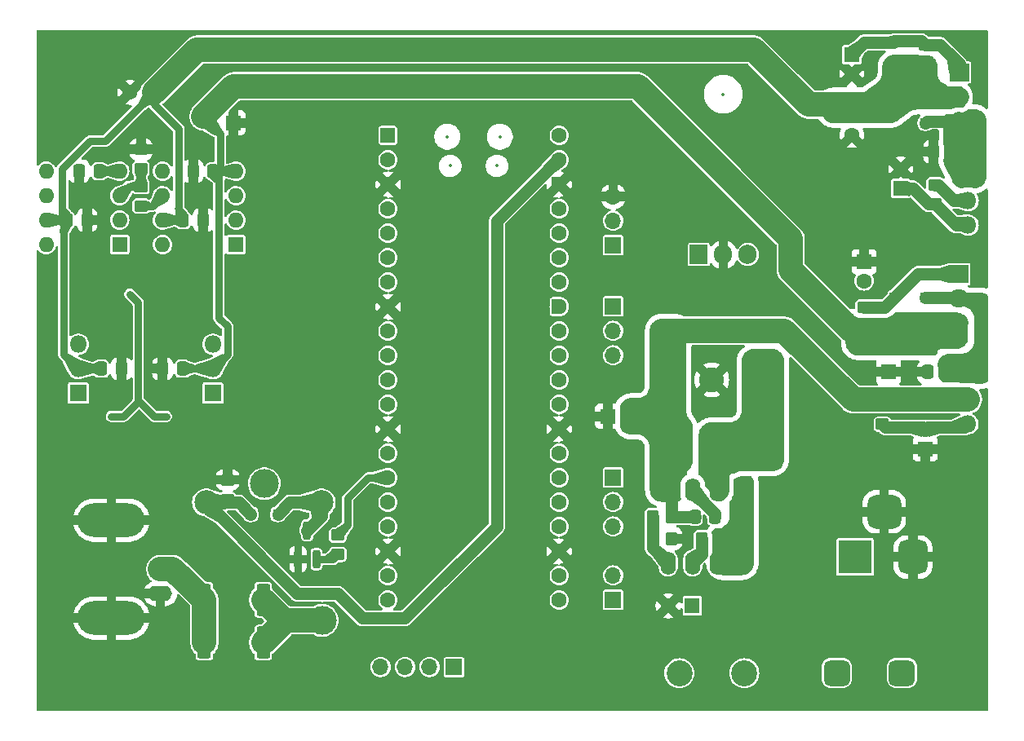
<source format=gbl>
%TF.GenerationSoftware,KiCad,Pcbnew,8.0.1*%
%TF.CreationDate,2024-05-10T21:26:46+02:00*%
%TF.ProjectId,SiganlGen,53696761-6e6c-4476-956e-2e6b69636164,rev?*%
%TF.SameCoordinates,Original*%
%TF.FileFunction,Copper,L2,Bot*%
%TF.FilePolarity,Positive*%
%FSLAX46Y46*%
G04 Gerber Fmt 4.6, Leading zero omitted, Abs format (unit mm)*
G04 Created by KiCad (PCBNEW 8.0.1) date 2024-05-10 21:26:46*
%MOMM*%
%LPD*%
G01*
G04 APERTURE LIST*
G04 Aperture macros list*
%AMRoundRect*
0 Rectangle with rounded corners*
0 $1 Rounding radius*
0 $2 $3 $4 $5 $6 $7 $8 $9 X,Y pos of 4 corners*
0 Add a 4 corners polygon primitive as box body*
4,1,4,$2,$3,$4,$5,$6,$7,$8,$9,$2,$3,0*
0 Add four circle primitives for the rounded corners*
1,1,$1+$1,$2,$3*
1,1,$1+$1,$4,$5*
1,1,$1+$1,$6,$7*
1,1,$1+$1,$8,$9*
0 Add four rect primitives between the rounded corners*
20,1,$1+$1,$2,$3,$4,$5,0*
20,1,$1+$1,$4,$5,$6,$7,0*
20,1,$1+$1,$6,$7,$8,$9,0*
20,1,$1+$1,$8,$9,$2,$3,0*%
%AMFreePoly0*
4,1,28,0.605014,0.794986,0.644504,0.794986,0.724698,0.756366,0.780194,0.686777,0.800000,0.600000,0.800000,-0.600000,0.780194,-0.686777,0.724698,-0.756366,0.644504,-0.794986,0.605014,-0.794986,0.600000,-0.800000,0.000000,-0.800000,-0.178017,-0.779942,-0.347107,-0.720775,-0.498792,-0.625465,-0.625465,-0.498792,-0.720775,-0.347107,-0.779942,-0.178017,-0.800000,0.000000,-0.779942,0.178017,
-0.720775,0.347107,-0.625465,0.498792,-0.498792,0.625465,-0.347107,0.720775,-0.178017,0.779942,0.000000,0.800000,0.600000,0.800000,0.605014,0.794986,0.605014,0.794986,$1*%
%AMFreePoly1*
4,1,28,0.178017,0.779942,0.347107,0.720775,0.498792,0.625465,0.625465,0.498792,0.720775,0.347107,0.779942,0.178017,0.800000,0.000000,0.779942,-0.178017,0.720775,-0.347107,0.625465,-0.498792,0.498792,-0.625465,0.347107,-0.720775,0.178017,-0.779942,0.000000,-0.800000,-0.600000,-0.800000,-0.605014,-0.794986,-0.644504,-0.794986,-0.724698,-0.756366,-0.780194,-0.686777,-0.800000,-0.600000,
-0.800000,0.600000,-0.780194,0.686777,-0.724698,0.756366,-0.644504,0.794986,-0.605014,0.794986,-0.600000,0.800000,0.000000,0.800000,0.178017,0.779942,0.178017,0.779942,$1*%
G04 Aperture macros list end*
%TA.AperFunction,ComponentPad*%
%ADD10R,1.600000X1.600000*%
%TD*%
%TA.AperFunction,ComponentPad*%
%ADD11C,1.600000*%
%TD*%
%TA.AperFunction,ComponentPad*%
%ADD12R,1.800000X1.800000*%
%TD*%
%TA.AperFunction,ComponentPad*%
%ADD13O,1.800000X1.800000*%
%TD*%
%TA.AperFunction,ComponentPad*%
%ADD14R,1.700000X1.700000*%
%TD*%
%TA.AperFunction,ComponentPad*%
%ADD15O,1.700000X1.700000*%
%TD*%
%TA.AperFunction,ComponentPad*%
%ADD16O,1.600000X1.600000*%
%TD*%
%TA.AperFunction,ComponentPad*%
%ADD17RoundRect,0.200000X-0.600000X-0.600000X0.600000X-0.600000X0.600000X0.600000X-0.600000X0.600000X0*%
%TD*%
%TA.AperFunction,ComponentPad*%
%ADD18FreePoly0,0.000000*%
%TD*%
%TA.AperFunction,ComponentPad*%
%ADD19FreePoly1,0.000000*%
%TD*%
%TA.AperFunction,ComponentPad*%
%ADD20R,1.905000X2.000000*%
%TD*%
%TA.AperFunction,ComponentPad*%
%ADD21O,1.905000X2.000000*%
%TD*%
%TA.AperFunction,ComponentPad*%
%ADD22C,5.500000*%
%TD*%
%TA.AperFunction,ComponentPad*%
%ADD23R,2.200000X2.200000*%
%TD*%
%TA.AperFunction,ComponentPad*%
%ADD24O,2.200000X2.200000*%
%TD*%
%TA.AperFunction,ComponentPad*%
%ADD25RoundRect,0.675000X0.675000X0.675000X-0.675000X0.675000X-0.675000X-0.675000X0.675000X-0.675000X0*%
%TD*%
%TA.AperFunction,ComponentPad*%
%ADD26C,2.700000*%
%TD*%
%TA.AperFunction,ComponentPad*%
%ADD27O,2.500000X1.600000*%
%TD*%
%TA.AperFunction,ComponentPad*%
%ADD28O,7.000000X3.500000*%
%TD*%
%TA.AperFunction,ComponentPad*%
%ADD29R,2.000000X1.905000*%
%TD*%
%TA.AperFunction,ComponentPad*%
%ADD30O,2.000000X1.905000*%
%TD*%
%TA.AperFunction,ComponentPad*%
%ADD31R,3.500000X3.500000*%
%TD*%
%TA.AperFunction,ComponentPad*%
%ADD32RoundRect,0.750000X0.750000X1.000000X-0.750000X1.000000X-0.750000X-1.000000X0.750000X-1.000000X0*%
%TD*%
%TA.AperFunction,ComponentPad*%
%ADD33RoundRect,0.875000X0.875000X0.875000X-0.875000X0.875000X-0.875000X-0.875000X0.875000X-0.875000X0*%
%TD*%
%TA.AperFunction,ComponentPad*%
%ADD34R,1.600000X2.400000*%
%TD*%
%TA.AperFunction,ComponentPad*%
%ADD35O,1.600000X2.400000*%
%TD*%
%TA.AperFunction,ComponentPad*%
%ADD36C,2.600000*%
%TD*%
%TA.AperFunction,ComponentPad*%
%ADD37C,3.000000*%
%TD*%
%TA.AperFunction,ComponentPad*%
%ADD38C,2.500000*%
%TD*%
%TA.AperFunction,SMDPad,CuDef*%
%ADD39RoundRect,0.250000X-0.450000X0.350000X-0.450000X-0.350000X0.450000X-0.350000X0.450000X0.350000X0*%
%TD*%
%TA.AperFunction,SMDPad,CuDef*%
%ADD40RoundRect,0.250000X-0.337500X-0.475000X0.337500X-0.475000X0.337500X0.475000X-0.337500X0.475000X0*%
%TD*%
%TA.AperFunction,SMDPad,CuDef*%
%ADD41RoundRect,0.250000X0.475000X-0.337500X0.475000X0.337500X-0.475000X0.337500X-0.475000X-0.337500X0*%
%TD*%
%TA.AperFunction,SMDPad,CuDef*%
%ADD42RoundRect,0.200000X0.200000X-0.750000X0.200000X0.750000X-0.200000X0.750000X-0.200000X-0.750000X0*%
%TD*%
%TA.AperFunction,SMDPad,CuDef*%
%ADD43RoundRect,0.249999X-0.450001X-1.425001X0.450001X-1.425001X0.450001X1.425001X-0.450001X1.425001X0*%
%TD*%
%TA.AperFunction,SMDPad,CuDef*%
%ADD44RoundRect,0.250000X0.450000X-0.350000X0.450000X0.350000X-0.450000X0.350000X-0.450000X-0.350000X0*%
%TD*%
%TA.AperFunction,SMDPad,CuDef*%
%ADD45RoundRect,0.250000X0.300000X-0.300000X0.300000X0.300000X-0.300000X0.300000X-0.300000X-0.300000X0*%
%TD*%
%TA.AperFunction,SMDPad,CuDef*%
%ADD46RoundRect,0.250000X0.337500X0.475000X-0.337500X0.475000X-0.337500X-0.475000X0.337500X-0.475000X0*%
%TD*%
%TA.AperFunction,SMDPad,CuDef*%
%ADD47RoundRect,0.250000X-0.350000X-0.450000X0.350000X-0.450000X0.350000X0.450000X-0.350000X0.450000X0*%
%TD*%
%TA.AperFunction,SMDPad,CuDef*%
%ADD48RoundRect,0.250000X-0.300000X0.300000X-0.300000X-0.300000X0.300000X-0.300000X0.300000X0.300000X0*%
%TD*%
%TA.AperFunction,SMDPad,CuDef*%
%ADD49RoundRect,0.250000X-0.300000X-0.300000X0.300000X-0.300000X0.300000X0.300000X-0.300000X0.300000X0*%
%TD*%
%TA.AperFunction,SMDPad,CuDef*%
%ADD50RoundRect,0.250000X0.350000X0.450000X-0.350000X0.450000X-0.350000X-0.450000X0.350000X-0.450000X0*%
%TD*%
%TA.AperFunction,ViaPad*%
%ADD51C,0.600000*%
%TD*%
%TA.AperFunction,Conductor*%
%ADD52C,1.250000*%
%TD*%
%TA.AperFunction,Conductor*%
%ADD53C,2.540000*%
%TD*%
%TA.AperFunction,Conductor*%
%ADD54C,0.800000*%
%TD*%
%TA.AperFunction,Conductor*%
%ADD55C,0.750000*%
%TD*%
%ADD56C,0.300000*%
%ADD57C,0.350000*%
%ADD58O,1.000000X3.000000*%
%ADD59O,3.000000X1.000000*%
G04 APERTURE END LIST*
D10*
%TO.P,C6,1*%
%TO.N,GND*%
X171504887Y-72390000D03*
D11*
%TO.P,C6,2*%
%TO.N,-12V*%
X174004887Y-72390000D03*
%TD*%
D12*
%TO.P,Q4,1,E*%
%TO.N,Net-(Q4-E)*%
X116580000Y-69975000D03*
D13*
%TO.P,Q4,2,C*%
%TO.N,+10V*%
X116580000Y-67435000D03*
%TO.P,Q4,3,B*%
%TO.N,Net-(D8-A)*%
X116580000Y-64895000D03*
%TD*%
D14*
%TO.P,J3,1,Pin_1*%
%TO.N,/MUX0*%
X155575000Y-98425000D03*
D15*
%TO.P,J3,2,Pin_2*%
%TO.N,/MUX1*%
X153035000Y-98425000D03*
%TO.P,J3,3,Pin_3*%
%TO.N,/MUX2*%
X150495000Y-98425000D03*
%TO.P,J3,4,Pin_4*%
%TO.N,/MUX3*%
X147955000Y-98425000D03*
%TD*%
D10*
%TO.P,U6,1,BAL1*%
%TO.N,unconnected-(U6-BAL1-Pad1)*%
X132937500Y-54549800D03*
D16*
%TO.P,U6,2,-*%
%TO.N,Net-(U6--)*%
X132937500Y-52009800D03*
%TO.P,U6,3,+*%
%TO.N,/Output Stage/DAC_OUT*%
X132937500Y-49469800D03*
%TO.P,U6,4,V-*%
%TO.N,-10V*%
X132937500Y-46929800D03*
%TO.P,U6,5,BAL3*%
%TO.N,unconnected-(U6-BAL3-Pad5)*%
X125317500Y-46929800D03*
%TO.P,U6,6*%
%TO.N,Net-(U6--)*%
X125317500Y-49469800D03*
%TO.P,U6,7,V+*%
%TO.N,+10V*%
X125317500Y-52009800D03*
%TO.P,U6,8,BAL2*%
%TO.N,unconnected-(U6-BAL2-Pad8)*%
X125317500Y-54549800D03*
%TD*%
D14*
%TO.P,J5,1,Pin_1*%
%TO.N,/ENC.CLK*%
X172085000Y-78740000D03*
D15*
%TO.P,J5,2,Pin_2*%
%TO.N,/ENC.DT*%
X172085000Y-81280000D03*
%TO.P,J5,3,Pin_3*%
%TO.N,/ENC.SW*%
X172085000Y-83820000D03*
%TD*%
D14*
%TO.P,J6,1,Pin_1*%
%TO.N,/UI.OUT0*%
X172085000Y-60960000D03*
D15*
%TO.P,J6,2,Pin_2*%
%TO.N,/UI.OUT1*%
X172085000Y-63500000D03*
%TO.P,J6,3,Pin_3*%
%TO.N,/UI.IN0*%
X172085000Y-66040000D03*
%TD*%
D17*
%TO.P,U1,1,GPIO0*%
%TO.N,/DAC0*%
X148710000Y-43207500D03*
D11*
%TO.P,U1,2,GPIO1*%
%TO.N,/DAC1*%
X148710000Y-45747500D03*
D18*
%TO.P,U1,3,GND*%
%TO.N,GND*%
X148710000Y-48287500D03*
D11*
%TO.P,U1,4,GPIO2*%
%TO.N,/DAC2*%
X148710000Y-50827500D03*
%TO.P,U1,5,GPIO3*%
%TO.N,/DAC3*%
X148710000Y-53367500D03*
%TO.P,U1,6,GPIO4*%
%TO.N,/DAC4*%
X148710000Y-55907500D03*
%TO.P,U1,7,GPIO5*%
%TO.N,/DAC5*%
X148710000Y-58447500D03*
D18*
%TO.P,U1,8,GND*%
%TO.N,GND*%
X148710000Y-60987500D03*
D11*
%TO.P,U1,9,GPIO6*%
%TO.N,/DAC6*%
X148710000Y-63527500D03*
%TO.P,U1,10,GPIO7*%
%TO.N,/DAC7*%
X148710000Y-66067500D03*
%TO.P,U1,11,GPIO8*%
%TO.N,/DAC8*%
X148710000Y-68607500D03*
%TO.P,U1,12,GPIO9*%
%TO.N,/DAC9*%
X148710000Y-71147500D03*
D18*
%TO.P,U1,13,GND*%
%TO.N,GND*%
X148710000Y-73687500D03*
D11*
%TO.P,U1,14,GPIO10*%
%TO.N,/Output Stage/3.3Sig*%
X148710000Y-76227500D03*
%TO.P,U1,15,GPIO11*%
%TO.N,/Output Stage/OUT_EN*%
X148710000Y-78767500D03*
%TO.P,U1,16,GPIO12*%
%TO.N,/MUX0*%
X148710000Y-81307500D03*
%TO.P,U1,17,GPIO13*%
%TO.N,/MUX1*%
X148710000Y-83847500D03*
D18*
%TO.P,U1,18,GND*%
%TO.N,GND*%
X148710000Y-86387500D03*
D11*
%TO.P,U1,19,GPIO14*%
%TO.N,/MUX2*%
X148710000Y-88927500D03*
%TO.P,U1,20,GPIO15*%
%TO.N,/MUX3*%
X148710000Y-91467500D03*
%TO.P,U1,21,GPIO16*%
%TO.N,/LCD.SDA*%
X166490000Y-91467500D03*
%TO.P,U1,22,GPIO17*%
%TO.N,/LCD.SCL*%
X166490000Y-88927500D03*
D19*
%TO.P,U1,23,GND*%
%TO.N,GND*%
X166490000Y-86387500D03*
D11*
%TO.P,U1,24,GPIO18*%
%TO.N,/ENC.SW*%
X166490000Y-83847500D03*
%TO.P,U1,25,GPIO19*%
%TO.N,/ENC.DT*%
X166490000Y-81307500D03*
%TO.P,U1,26,GPIO20*%
%TO.N,/ENC.CLK*%
X166490000Y-78767500D03*
%TO.P,U1,27,GPIO21*%
%TO.N,unconnected-(U1-GPIO21-Pad27)_0*%
X166490000Y-76227500D03*
D19*
%TO.P,U1,28,GND*%
%TO.N,GND*%
X166490000Y-73687500D03*
D11*
%TO.P,U1,29,GPIO22*%
%TO.N,unconnected-(U1-GPIO22-Pad29)_0*%
X166490000Y-71147500D03*
%TO.P,U1,30,RUN*%
%TO.N,unconnected-(U1-RUN-Pad30)*%
X166490000Y-68607500D03*
%TO.P,U1,31,GPIO26_ADC0*%
%TO.N,/UI.IN0*%
X166490000Y-66067500D03*
%TO.P,U1,32,GPIO27_ADC1*%
%TO.N,/UI.OUT1*%
X166490000Y-63527500D03*
D19*
%TO.P,U1,33,AGND*%
%TO.N,unconnected-(U1-AGND-Pad33)_0*%
X166490000Y-60987500D03*
D11*
%TO.P,U1,34,GPIO28_ADC2*%
%TO.N,/UI.OUT0*%
X166490000Y-58447500D03*
%TO.P,U1,35,ADC_VREF*%
%TO.N,unconnected-(U1-ADC_VREF-Pad35)*%
X166490000Y-55907500D03*
%TO.P,U1,36,3V3*%
%TO.N,+3V3*%
X166490000Y-53367500D03*
%TO.P,U1,37,3V3_EN*%
%TO.N,unconnected-(U1-3V3_EN-Pad37)*%
X166490000Y-50827500D03*
D19*
%TO.P,U1,38,GND*%
%TO.N,GND*%
X166490000Y-48287500D03*
D11*
%TO.P,U1,39,VSYS*%
%TO.N,+5V*%
X166490000Y-45747500D03*
%TO.P,U1,40,VBUS*%
%TO.N,unconnected-(U1-VBUS-Pad40)*%
X166490000Y-43207500D03*
%TD*%
D20*
%TO.P,U3,1,VI*%
%TO.N,+12V*%
X180975000Y-55585000D03*
D21*
%TO.P,U3,2,GND*%
%TO.N,GND*%
X183515000Y-55585000D03*
%TO.P,U3,3,VO*%
%TO.N,+5V*%
X186055000Y-55585000D03*
%TD*%
D12*
%TO.P,Q1,1,E*%
%TO.N,Net-(D4-K)*%
X208915000Y-47447556D03*
D13*
%TO.P,Q1,2,C*%
%TO.N,+12V*%
X208915000Y-49987556D03*
%TO.P,Q1,3,B*%
%TO.N,Net-(Q1-B)*%
X208915000Y-52527556D03*
%TD*%
D22*
%TO.P,REF\u002A\u002A,1*%
%TO.N,GND*%
X115570000Y-35560000D03*
%TD*%
%TO.P,REF\u002A\u002A,1*%
%TO.N,GND*%
X115570000Y-99695000D03*
%TD*%
D14*
%TO.P,J7,1,Pin_1*%
%TO.N,+3V3*%
X172085000Y-54610000D03*
D15*
%TO.P,J7,2,Pin_2*%
%TO.N,+5V*%
X172085000Y-52070000D03*
%TO.P,J7,3,Pin_3*%
%TO.N,GND*%
X172085000Y-49530000D03*
%TD*%
D23*
%TO.P,D2,1,K*%
%TO.N,Net-(D2-K)*%
X187950000Y-75555000D03*
D24*
%TO.P,D2,2,A*%
%TO.N,-12V*%
X177790000Y-75555000D03*
%TD*%
D10*
%TO.P,C22,1*%
%TO.N,+10V*%
X124460000Y-38735000D03*
D11*
%TO.P,C22,2*%
%TO.N,GND*%
X121960000Y-38735000D03*
%TD*%
D10*
%TO.P,C7,1*%
%TO.N,Net-(Q1-B)*%
X201930000Y-48717556D03*
D11*
%TO.P,C7,2*%
%TO.N,GND*%
X201930000Y-46717556D03*
%TD*%
D25*
%TO.P,F1,1*%
%TO.N,Net-(F1-Pad1)*%
X202055000Y-99060000D03*
X195295000Y-99060000D03*
D26*
%TO.P,F1,2*%
%TO.N,+12V*%
X185705000Y-99060000D03*
X178945000Y-99060000D03*
%TD*%
D27*
%TO.P,J2,1,In*%
%TO.N,Net-(J2-In)*%
X125095000Y-88265000D03*
D28*
%TO.P,J2,2,Ext*%
%TO.N,GND*%
X120015000Y-93345000D03*
D27*
X125095000Y-90805000D03*
D28*
X120015000Y-83185000D03*
%TD*%
D29*
%TO.P,U5,1,ADJ*%
%TO.N,Net-(D6-K)*%
X207962500Y-57607556D03*
D30*
%TO.P,U5,2,VI*%
%TO.N,Net-(D3-A)*%
X207962500Y-60147556D03*
%TO.P,U5,3,VO*%
%TO.N,-10V*%
X207962500Y-62687556D03*
%TD*%
D29*
%TO.P,U4,1,ADJ*%
%TO.N,Net-(D5-A)*%
X207985000Y-36652556D03*
D30*
%TO.P,U4,2,VO*%
%TO.N,+10V*%
X207985000Y-39192556D03*
%TO.P,U4,3,VI*%
%TO.N,Net-(D4-K)*%
X207985000Y-41732556D03*
%TD*%
D31*
%TO.P,J1,1*%
%TO.N,Net-(F1-Pad1)*%
X197200000Y-86995000D03*
D32*
%TO.P,J1,2*%
%TO.N,GND*%
X203200000Y-86995000D03*
D33*
%TO.P,J1,3,MountPin*%
X200200000Y-82295000D03*
%TD*%
D10*
%TO.P,C8,1*%
%TO.N,GND*%
X204470000Y-75772556D03*
D11*
%TO.P,C8,2*%
%TO.N,Net-(Q2-B)*%
X204470000Y-73772556D03*
%TD*%
D10*
%TO.P,C23,1*%
%TO.N,GND*%
X132650113Y-41910000D03*
D11*
%TO.P,C23,2*%
%TO.N,-10V*%
X130150113Y-41910000D03*
%TD*%
D34*
%TO.P,U2,1,SwC*%
%TO.N,Net-(U2-DC)*%
X185410000Y-80010000D03*
D35*
%TO.P,U2,2,SwE*%
%TO.N,Net-(D2-K)*%
X182870000Y-80010000D03*
%TO.P,U2,3,TC*%
%TO.N,Net-(U2-TC)*%
X180330000Y-80010000D03*
%TO.P,U2,4,GND*%
%TO.N,-12V*%
X177790000Y-80010000D03*
%TO.P,U2,5,Vfb*%
%TO.N,Net-(U2-Vfb)*%
X177790000Y-87630000D03*
%TO.P,U2,6,Vin*%
%TO.N,+12V*%
X180330000Y-87630000D03*
%TO.P,U2,7,Ipk*%
%TO.N,Net-(U2-DC)*%
X182870000Y-87630000D03*
%TO.P,U2,8,DC*%
X185410000Y-87630000D03*
%TD*%
D10*
%TO.P,C13,1*%
%TO.N,+10V*%
X196850000Y-40704888D03*
D11*
%TO.P,C13,2*%
%TO.N,GND*%
X196850000Y-43204888D03*
%TD*%
D12*
%TO.P,Q5,1,E*%
%TO.N,Net-(Q5-E)*%
X130550000Y-69975000D03*
D13*
%TO.P,Q5,2,C*%
%TO.N,-10V*%
X130550000Y-67435000D03*
%TO.P,Q5,3,B*%
%TO.N,Net-(D9-K)*%
X130550000Y-64895000D03*
%TD*%
D10*
%TO.P,C2,1*%
%TO.N,+12V*%
X180290000Y-92065000D03*
D11*
%TO.P,C2,2*%
%TO.N,GND*%
X177790000Y-92065000D03*
%TD*%
D10*
%TO.P,U7,1,BAL1*%
%TO.N,unconnected-(U7-BAL1-Pad1)*%
X120882500Y-54539800D03*
D16*
%TO.P,U7,2,-*%
%TO.N,Net-(U7--)*%
X120882500Y-51999800D03*
%TO.P,U7,3,+*%
%TO.N,Net-(U7-+)*%
X120882500Y-49459800D03*
%TO.P,U7,4,V-*%
%TO.N,-10V*%
X120882500Y-46919800D03*
%TO.P,U7,5,BAL3*%
%TO.N,unconnected-(U7-BAL3-Pad5)*%
X113262500Y-46919800D03*
%TO.P,U7,6*%
%TO.N,Net-(D8-K)*%
X113262500Y-49459800D03*
%TO.P,U7,7,V+*%
%TO.N,+10V*%
X113262500Y-51999800D03*
%TO.P,U7,8,BAL2*%
%TO.N,unconnected-(U7-BAL2-Pad8)*%
X113262500Y-54539800D03*
%TD*%
D14*
%TO.P,J4,1,Pin_1*%
%TO.N,/LCD.SDA*%
X172085000Y-91440000D03*
D15*
%TO.P,J4,2,Pin_2*%
%TO.N,/LCD.SCL*%
X172085000Y-88900000D03*
%TD*%
D22*
%TO.P,REF\u002A\u002A,1*%
%TO.N,GND*%
X207645000Y-99695000D03*
%TD*%
D10*
%TO.P,C12,1*%
%TO.N,GND*%
X198120000Y-56337556D03*
D11*
%TO.P,C12,2*%
%TO.N,Net-(D6-K)*%
X198120000Y-58337556D03*
%TD*%
D36*
%TO.P,L1,1,1*%
%TO.N,Net-(D2-K)*%
X187315000Y-68580000D03*
%TO.P,L1,2,2*%
%TO.N,GND*%
X182315000Y-68580000D03*
%TD*%
D37*
%TO.P,K1,13*%
%TO.N,/Output Stage/AMP_OUT*%
X135890000Y-79375000D03*
%TO.P,K1,14*%
%TO.N,Net-(K1-Pad14)*%
X141890000Y-93575000D03*
D38*
%TO.P,K1,A1*%
%TO.N,+5V*%
X129840000Y-81325000D03*
%TO.P,K1,A2*%
%TO.N,Net-(D7-A)*%
X141840000Y-81325000D03*
%TD*%
D10*
%TO.P,C11,1*%
%TO.N,Net-(D5-A)*%
X196850000Y-34811056D03*
D11*
%TO.P,C11,2*%
%TO.N,GND*%
X196850000Y-36811056D03*
%TD*%
D10*
%TO.P,C14,1*%
%TO.N,GND*%
X200660000Y-67767556D03*
D11*
%TO.P,C14,2*%
%TO.N,-10V*%
X200660000Y-65267556D03*
%TD*%
D12*
%TO.P,Q2,1,E*%
%TO.N,Net-(D3-A)*%
X208907500Y-68085056D03*
D13*
%TO.P,Q2,2,C*%
%TO.N,-12V*%
X208907500Y-70625056D03*
%TO.P,Q2,3,B*%
%TO.N,Net-(Q2-B)*%
X208907500Y-73165056D03*
%TD*%
D39*
%TO.P,R5,1*%
%TO.N,-12V*%
X200025000Y-71212556D03*
%TO.P,R5,2*%
%TO.N,Net-(Q2-B)*%
X200025000Y-73212556D03*
%TD*%
D40*
%TO.P,C21,1*%
%TO.N,GND*%
X116680000Y-46929800D03*
%TO.P,C21,2*%
%TO.N,-10V*%
X118755000Y-46929800D03*
%TD*%
D41*
%TO.P,C24,1*%
%TO.N,+5V*%
X132080000Y-81047500D03*
%TO.P,C24,2*%
%TO.N,GND*%
X132080000Y-78972500D03*
%TD*%
D42*
%TO.P,Q6,1,B*%
%TO.N,Net-(Q6-B)*%
X141285000Y-87225000D03*
%TO.P,Q6,2,E*%
%TO.N,GND*%
X139385000Y-87225000D03*
%TO.P,Q6,3,C*%
%TO.N,Net-(D7-A)*%
X140335000Y-84225000D03*
%TD*%
D43*
%TO.P,R36,1*%
%TO.N,Net-(J2-In)*%
X129665000Y-95885000D03*
%TO.P,R36,2*%
%TO.N,Net-(K1-Pad14)*%
X135765000Y-95885000D03*
%TD*%
D44*
%TO.P,R9,1*%
%TO.N,-10V*%
X198112500Y-63052556D03*
%TO.P,R9,2*%
%TO.N,Net-(D6-K)*%
X198112500Y-61052556D03*
%TD*%
D40*
%TO.P,C20,1*%
%TO.N,+10V*%
X115410000Y-52009800D03*
%TO.P,C20,2*%
%TO.N,GND*%
X117485000Y-52009800D03*
%TD*%
D43*
%TO.P,R35,1*%
%TO.N,Net-(J2-In)*%
X129665000Y-91440000D03*
%TO.P,R35,2*%
%TO.N,Net-(K1-Pad14)*%
X135765000Y-91440000D03*
%TD*%
D45*
%TO.P,D3,1,K*%
%TO.N,-10V*%
X204462500Y-62817556D03*
%TO.P,D3,2,A*%
%TO.N,Net-(D3-A)*%
X204462500Y-60017556D03*
%TD*%
%TO.P,D4,1,K*%
%TO.N,Net-(D4-K)*%
X204470000Y-41926056D03*
%TO.P,D4,2,A*%
%TO.N,+10V*%
X204470000Y-39126056D03*
%TD*%
D40*
%TO.P,C10,1*%
%TO.N,GND*%
X204702500Y-67767556D03*
%TO.P,C10,2*%
%TO.N,Net-(D3-A)*%
X206777500Y-67767556D03*
%TD*%
D46*
%TO.P,C9,1*%
%TO.N,Net-(D4-K)*%
X207412500Y-44907556D03*
%TO.P,C9,2*%
%TO.N,GND*%
X205337500Y-44907556D03*
%TD*%
D47*
%TO.P,R3,1*%
%TO.N,Net-(U2-Vfb)*%
X176165000Y-85080000D03*
%TO.P,R3,2*%
%TO.N,GND*%
X178165000Y-85080000D03*
%TD*%
D45*
%TO.P,D5,1,K*%
%TO.N,+10V*%
X201295000Y-36211056D03*
%TO.P,D5,2,A*%
%TO.N,Net-(D5-A)*%
X201295000Y-33411056D03*
%TD*%
D39*
%TO.P,R37,1*%
%TO.N,Net-(U7-+)*%
X123092300Y-48530000D03*
%TO.P,R37,2*%
%TO.N,Net-(U6--)*%
X123092300Y-50530000D03*
%TD*%
%TO.P,R4,1*%
%TO.N,+12V*%
X205480000Y-48352556D03*
%TO.P,R4,2*%
%TO.N,Net-(Q1-B)*%
X205480000Y-50352556D03*
%TD*%
D47*
%TO.P,R1,1*%
%TO.N,+12V*%
X181235000Y-85080000D03*
%TO.P,R1,2*%
%TO.N,Net-(U2-DC)*%
X183235000Y-85080000D03*
%TD*%
D39*
%TO.P,R33,1*%
%TO.N,/Output Stage/OUT_EN*%
X143510000Y-84725000D03*
%TO.P,R33,2*%
%TO.N,Net-(Q6-B)*%
X143510000Y-86725000D03*
%TD*%
D48*
%TO.P,D6,1,K*%
%TO.N,Net-(D6-K)*%
X201287500Y-60017556D03*
%TO.P,D6,2,A*%
%TO.N,-10V*%
X201287500Y-62817556D03*
%TD*%
D40*
%TO.P,C19,1*%
%TO.N,GND*%
X125327500Y-67435000D03*
%TO.P,C19,2*%
%TO.N,-10V*%
X127402500Y-67435000D03*
%TD*%
D46*
%TO.P,C3,1*%
%TO.N,Net-(U2-TC)*%
X182637500Y-82810000D03*
%TO.P,C3,2*%
%TO.N,-12V*%
X180562500Y-82810000D03*
%TD*%
D49*
%TO.P,D7,1,K*%
%TO.N,+5V*%
X134490000Y-82550000D03*
%TO.P,D7,2,A*%
%TO.N,Net-(D7-A)*%
X137290000Y-82550000D03*
%TD*%
D50*
%TO.P,R2,1*%
%TO.N,-12V*%
X178155000Y-82810000D03*
%TO.P,R2,2*%
%TO.N,Net-(U2-Vfb)*%
X176155000Y-82810000D03*
%TD*%
D40*
%TO.P,C18,1*%
%TO.N,+10V*%
X118977500Y-67435000D03*
%TO.P,C18,2*%
%TO.N,GND*%
X121052500Y-67435000D03*
%TD*%
%TO.P,C16,1*%
%TO.N,+10V*%
X127465000Y-52009800D03*
%TO.P,C16,2*%
%TO.N,GND*%
X129540000Y-52009800D03*
%TD*%
%TO.P,C17,1*%
%TO.N,GND*%
X128502500Y-46929800D03*
%TO.P,C17,2*%
%TO.N,-10V*%
X130577500Y-46929800D03*
%TD*%
D39*
%TO.P,R8,1*%
%TO.N,Net-(D5-A)*%
X204470000Y-33811056D03*
%TO.P,R8,2*%
%TO.N,+10V*%
X204470000Y-35811056D03*
%TD*%
%TO.P,R44,1*%
%TO.N,GND*%
X123092300Y-44669200D03*
%TO.P,R44,2*%
%TO.N,Net-(U7-+)*%
X123092300Y-46669200D03*
%TD*%
D51*
%TO.N,GND*%
X186690000Y-39370000D03*
X178435000Y-56515000D03*
X163195000Y-86995000D03*
X161925000Y-75565000D03*
X161925000Y-66675000D03*
X137795000Y-98425000D03*
X145415000Y-40005000D03*
X174625000Y-76835000D03*
X144145000Y-73025000D03*
X161925000Y-36195000D03*
X135255000Y-63500000D03*
X158750000Y-60325000D03*
X206375000Y-85725000D03*
X161925000Y-55245000D03*
X124460000Y-65405000D03*
X142875000Y-98425000D03*
X204470000Y-55245000D03*
X174625000Y-89535000D03*
X172085000Y-75565000D03*
X156845000Y-81915000D03*
X117475000Y-59690000D03*
X181610000Y-48260000D03*
X174625000Y-90805000D03*
X113030000Y-77470000D03*
X150495000Y-45085000D03*
X186690000Y-46990000D03*
X191770000Y-35560000D03*
X145415000Y-69850000D03*
X141605000Y-98425000D03*
X123825000Y-69850000D03*
X180340000Y-48260000D03*
X119380000Y-53975000D03*
X185420000Y-41910000D03*
X145415000Y-64770000D03*
X150495000Y-57785000D03*
X113030000Y-78740000D03*
X182880000Y-49530000D03*
X118110000Y-42545000D03*
X135255000Y-69850000D03*
X150495000Y-43815000D03*
X198120000Y-75565000D03*
X203835000Y-44450000D03*
X135255000Y-54610000D03*
X193040000Y-35560000D03*
X130175000Y-98425000D03*
X187960000Y-80010000D03*
X144145000Y-60325000D03*
X150495000Y-76835000D03*
X129540000Y-45085000D03*
X133350000Y-36195000D03*
X140335000Y-74295000D03*
X120650000Y-77470000D03*
X174625000Y-64770000D03*
X113030000Y-60960000D03*
X126365000Y-98425000D03*
X150495000Y-52705000D03*
X145415000Y-48895000D03*
X150495000Y-79375000D03*
X161925000Y-65405000D03*
X169545000Y-36195000D03*
X174625000Y-93345000D03*
X142875000Y-48895000D03*
X187960000Y-39370000D03*
X113030000Y-91440000D03*
X135255000Y-57150000D03*
X135255000Y-43789600D03*
X137160000Y-36195000D03*
X145415000Y-73025000D03*
X135255000Y-73660000D03*
X174625000Y-62230000D03*
X115570000Y-77470000D03*
X181610000Y-41910000D03*
X186690000Y-44450000D03*
X150495000Y-69215000D03*
X113030000Y-67310000D03*
X185420000Y-45720000D03*
X113030000Y-88900000D03*
X125095000Y-71120000D03*
X152400000Y-36195000D03*
X145415000Y-85725000D03*
X145415000Y-67310000D03*
X140335000Y-73025000D03*
X135255000Y-68580000D03*
X124460000Y-59690000D03*
X203835000Y-81915000D03*
X139065000Y-75565000D03*
X205105000Y-83185000D03*
X142875000Y-47625000D03*
X113030000Y-80010000D03*
X187960000Y-87630000D03*
X186690000Y-41910000D03*
X184150000Y-50800000D03*
X113030000Y-59690000D03*
X141605000Y-60325000D03*
X178435000Y-55245000D03*
X183515000Y-66040000D03*
X158115000Y-36195000D03*
X129540000Y-53975000D03*
X153670000Y-55245000D03*
X152400000Y-55245000D03*
X163195000Y-76835000D03*
X135255000Y-52070000D03*
X125095000Y-43180000D03*
X128270000Y-59690000D03*
X187960000Y-53975000D03*
X135255000Y-42519600D03*
X150495000Y-65405000D03*
X180340000Y-49530000D03*
X198120000Y-78105000D03*
X187960000Y-55245000D03*
X113030000Y-62230000D03*
X150495000Y-67945000D03*
X135255000Y-74930000D03*
X174625000Y-86995000D03*
X198755000Y-68402556D03*
X113030000Y-76200000D03*
X196850000Y-73025000D03*
X142875000Y-36195000D03*
X174625000Y-88265000D03*
X117475000Y-48895000D03*
X182245000Y-71120000D03*
X179070000Y-48260000D03*
X146685000Y-36195000D03*
X208915000Y-88265000D03*
X196215000Y-48260000D03*
X178435000Y-60960000D03*
X198755000Y-67132556D03*
X177165000Y-60960000D03*
X145415000Y-54610000D03*
X128270000Y-38735000D03*
X140970000Y-36195000D03*
X170815000Y-75565000D03*
X140335000Y-47625000D03*
X128270000Y-45085000D03*
X173355000Y-86360000D03*
X191770000Y-46355000D03*
X174625000Y-67310000D03*
X127000000Y-40005000D03*
X140335000Y-57150000D03*
X150495000Y-46355000D03*
X191770000Y-34290000D03*
X145415000Y-86995000D03*
X137795000Y-75565000D03*
X130175000Y-77470000D03*
X113030000Y-68580000D03*
X150495000Y-61595000D03*
X180340000Y-46990000D03*
X118110000Y-77470000D03*
X147955000Y-40005000D03*
X150495000Y-73025000D03*
X182245000Y-66040000D03*
X184150000Y-43180000D03*
X152400000Y-56515000D03*
X174625000Y-60960000D03*
X156210000Y-36195000D03*
X186690000Y-40640000D03*
X207645000Y-88265000D03*
X113030000Y-95250000D03*
X170180000Y-43180000D03*
X135255000Y-36195000D03*
X150495000Y-42545000D03*
X121920000Y-69850000D03*
X145415000Y-60325000D03*
X120650000Y-65405000D03*
X180975000Y-66040000D03*
X174625000Y-92075000D03*
X139065000Y-98425000D03*
X184150000Y-41910000D03*
X156845000Y-51435000D03*
X156845000Y-50165000D03*
X129540000Y-37465000D03*
X132715000Y-98425000D03*
X180340000Y-50800000D03*
X174625000Y-85725000D03*
X174625000Y-78105000D03*
X116205000Y-59690000D03*
X140335000Y-48895000D03*
X125730000Y-77470000D03*
X154305000Y-36195000D03*
X150495000Y-55245000D03*
X120015000Y-98425000D03*
X140335000Y-52070000D03*
X145415000Y-52070000D03*
X135255000Y-46355000D03*
X144145000Y-61595000D03*
X174625000Y-66040000D03*
X163830000Y-36195000D03*
X113030000Y-71120000D03*
X140335000Y-67310000D03*
X139065000Y-40005000D03*
X171450000Y-36195000D03*
X156845000Y-70485000D03*
X153670000Y-66675000D03*
X135255000Y-49530000D03*
X158750000Y-81915000D03*
X196850000Y-79375000D03*
X145415000Y-83185000D03*
X142875000Y-89535000D03*
X113030000Y-64770000D03*
X145415000Y-89535000D03*
X150495000Y-41275000D03*
X124460000Y-77470000D03*
X136525000Y-75565000D03*
X119378603Y-42543603D03*
X150495000Y-60325000D03*
X153670000Y-56515000D03*
X180340000Y-39370000D03*
X203835000Y-80645000D03*
X113030000Y-86360000D03*
X158750000Y-50165000D03*
X139065000Y-36195000D03*
X145415000Y-97155000D03*
X135255000Y-45059600D03*
X203835000Y-83185000D03*
X177165000Y-36195000D03*
X179070000Y-36830000D03*
X140335000Y-61595000D03*
X174625000Y-63500000D03*
X190500000Y-47625000D03*
X144145000Y-47625000D03*
X196850000Y-75565000D03*
X186690000Y-45720000D03*
X150495000Y-51435000D03*
X158750000Y-51435000D03*
X150495000Y-36195000D03*
X172085000Y-86360000D03*
X158750000Y-80645000D03*
X160020000Y-36195000D03*
X141605000Y-61595000D03*
X140335000Y-69850000D03*
X182880000Y-43180000D03*
X113030000Y-58420000D03*
X135255000Y-58420000D03*
X135255000Y-72390000D03*
X158750000Y-61595000D03*
X198120000Y-76835000D03*
X115570000Y-42545000D03*
X113030000Y-90170000D03*
X122555000Y-98425000D03*
X187960000Y-45720000D03*
X113030000Y-72390000D03*
X113030000Y-92710000D03*
X135255000Y-41275000D03*
X180340000Y-38100000D03*
X142875000Y-40005000D03*
X131445000Y-36195000D03*
X150495000Y-75565000D03*
X156845000Y-80645000D03*
X174625000Y-84455000D03*
X198120000Y-74295000D03*
X187960000Y-88900000D03*
X116205000Y-48895000D03*
X170815000Y-86360000D03*
X205105000Y-81915000D03*
X137795000Y-40005000D03*
X145415000Y-94615000D03*
X187960000Y-86360000D03*
X113030000Y-74930000D03*
X182880000Y-57785000D03*
X197485000Y-48260000D03*
X196850000Y-76835000D03*
X179070000Y-50800000D03*
X173355000Y-36195000D03*
X193040000Y-34290000D03*
X187960000Y-82550000D03*
X145415000Y-90805000D03*
X185420000Y-43180000D03*
X142875000Y-60325000D03*
X174625000Y-79375000D03*
X174625000Y-80645000D03*
X142875000Y-73025000D03*
X150495000Y-62865000D03*
X113030000Y-45085000D03*
X146685000Y-40005000D03*
X123190000Y-77470000D03*
X185420000Y-90170000D03*
X161925000Y-85725000D03*
X130175000Y-78740000D03*
X206375000Y-83185000D03*
X144145000Y-98425000D03*
X140335000Y-40005000D03*
X121285000Y-98425000D03*
X133985000Y-98425000D03*
X144780000Y-36195000D03*
X145415000Y-95885000D03*
X174625000Y-83185000D03*
X135255000Y-50800000D03*
X135255000Y-67310000D03*
X135255000Y-66040000D03*
X144145000Y-89535000D03*
X136525000Y-98425000D03*
X127000000Y-77470000D03*
X201930000Y-44450000D03*
X180340000Y-40640000D03*
X173355000Y-68580000D03*
X113030000Y-83820000D03*
X128905000Y-98425000D03*
X113030000Y-73660000D03*
X135255000Y-71120000D03*
X145415000Y-88265000D03*
X135255000Y-39979600D03*
X119380000Y-77470000D03*
X156845000Y-61595000D03*
X182880000Y-50800000D03*
X179695000Y-84445000D03*
X175895000Y-60960000D03*
X196850000Y-74295000D03*
X170815000Y-68580000D03*
X187960000Y-85090000D03*
X135255000Y-55880000D03*
X187960000Y-81280000D03*
X206375000Y-88265000D03*
X173355000Y-75565000D03*
X208915000Y-86995000D03*
X120650000Y-71120000D03*
X113030000Y-63500000D03*
X145415000Y-98425000D03*
X187960000Y-83820000D03*
X186690000Y-43180000D03*
X196215000Y-49530000D03*
X179070000Y-39370000D03*
X150495000Y-71755000D03*
X150495000Y-50165000D03*
X184150000Y-90170000D03*
X182880000Y-90170000D03*
X145415000Y-47625000D03*
X140335000Y-54610000D03*
X191770000Y-47625000D03*
X135255000Y-60960000D03*
X150495000Y-59055000D03*
X129540000Y-59690000D03*
X145415000Y-81915000D03*
X121920000Y-65405000D03*
X141605000Y-40005000D03*
X141605000Y-89535000D03*
X207645000Y-85725000D03*
X158750000Y-70485000D03*
X145415000Y-44450000D03*
X116840000Y-77470000D03*
X200660000Y-55245000D03*
X179695000Y-85715000D03*
X206375000Y-86995000D03*
X187960000Y-40640000D03*
X205105000Y-80645000D03*
X113030000Y-93980000D03*
X149225000Y-40005000D03*
X186690000Y-90170000D03*
X152400000Y-65405000D03*
X180975000Y-71120000D03*
X187960000Y-46990000D03*
X150495000Y-66675000D03*
X190500000Y-46355000D03*
X163195000Y-85725000D03*
X141605000Y-73025000D03*
X183515000Y-71120000D03*
X128270000Y-53975000D03*
X172085000Y-68580000D03*
X150495000Y-70485000D03*
X113030000Y-43815000D03*
X140335000Y-60325000D03*
X196850000Y-78105000D03*
X145415000Y-61595000D03*
X152400000Y-75565000D03*
X135255000Y-59690000D03*
X123825000Y-98425000D03*
X174625000Y-75565000D03*
X208915000Y-85725000D03*
X131445000Y-98425000D03*
X201930000Y-55245000D03*
X206375000Y-81915000D03*
X113030000Y-42545000D03*
X174625000Y-81915000D03*
X179070000Y-46990000D03*
X181610000Y-49530000D03*
X150495000Y-53975000D03*
X135255000Y-98425000D03*
X156845000Y-71755000D03*
X135255000Y-64770000D03*
X145415000Y-57150000D03*
X184150000Y-57785000D03*
X163195000Y-65405000D03*
X152400000Y-66675000D03*
X150495000Y-78105000D03*
X150495000Y-80645000D03*
X205740000Y-55245000D03*
X113030000Y-87630000D03*
X198755000Y-49530000D03*
X140335000Y-98425000D03*
X179070000Y-38100000D03*
X181610000Y-50800000D03*
X207645000Y-86995000D03*
X180340000Y-36830000D03*
X163195000Y-75565000D03*
X163195000Y-66675000D03*
X113030000Y-96520000D03*
X165735000Y-36195000D03*
X148590000Y-36195000D03*
X141605000Y-48895000D03*
X179070000Y-45720000D03*
X136525000Y-40005000D03*
X150495000Y-48895000D03*
X127635000Y-98425000D03*
X163195000Y-55245000D03*
X187960000Y-41910000D03*
X196850000Y-80645000D03*
X142875000Y-61595000D03*
X150495000Y-64135000D03*
X125095000Y-98425000D03*
X197485000Y-49530000D03*
X179070000Y-49530000D03*
X135255000Y-53340000D03*
X187960000Y-56515000D03*
X156845000Y-60325000D03*
X163195000Y-56515000D03*
X182880000Y-41910000D03*
X185420000Y-44450000D03*
X161925000Y-56515000D03*
X113030000Y-66040000D03*
X153670000Y-76835000D03*
X144145000Y-40005000D03*
X121920000Y-77470000D03*
X118110000Y-53975000D03*
X175260000Y-36195000D03*
X140335000Y-64770000D03*
X113030000Y-82550000D03*
X174625000Y-68580000D03*
X203200000Y-55245000D03*
X152400000Y-76835000D03*
X114300000Y-77470000D03*
X145415000Y-84455000D03*
X158750000Y-71755000D03*
X153670000Y-75565000D03*
X187960000Y-44450000D03*
X116840000Y-42545000D03*
X153670000Y-65405000D03*
X187960000Y-43180000D03*
X188024621Y-48320117D03*
X161925000Y-76835000D03*
X150495000Y-40005000D03*
X161925000Y-86995000D03*
X135255000Y-62230000D03*
X125730000Y-65405000D03*
X113030000Y-85090000D03*
X113030000Y-57150000D03*
X125095000Y-44450000D03*
X150495000Y-56515000D03*
X150495000Y-47625000D03*
X150495000Y-74295000D03*
X144145000Y-48895000D03*
X113030000Y-81280000D03*
X167640000Y-36195000D03*
X206375000Y-80645000D03*
X198120000Y-73025000D03*
X187960000Y-90170000D03*
X114300000Y-42545000D03*
X113030000Y-69850000D03*
X184150000Y-44450000D03*
X141605000Y-47625000D03*
X170180000Y-41910000D03*
%TO.N,/Output Stage/AMP_OUT*%
X124460000Y-72390000D03*
X120015000Y-72390000D03*
X121920000Y-59690000D03*
X121285000Y-72390000D03*
X122555000Y-60325000D03*
X125730000Y-72390000D03*
%TD*%
D52*
%TO.N,-12V*%
X180562500Y-82810000D02*
X178155000Y-82810000D01*
X178155000Y-80375000D02*
X177790000Y-80010000D01*
X178155000Y-82810000D02*
X178155000Y-80375000D01*
D53*
X196990056Y-70625056D02*
X208907500Y-70625056D01*
X177165000Y-63500000D02*
X189865000Y-63500000D01*
X189865000Y-63500000D02*
X196990056Y-70625056D01*
D52*
%TO.N,+12V*%
X181235000Y-86725000D02*
X180330000Y-87630000D01*
X208915000Y-49987556D02*
X207442208Y-49987556D01*
X181235000Y-85080000D02*
X181235000Y-86725000D01*
X205807208Y-48352556D02*
X205480000Y-48352556D01*
X207442208Y-49987556D02*
X205807208Y-48352556D01*
%TO.N,+5V*%
X160020000Y-52070000D02*
X166342500Y-45747500D01*
X133265000Y-81325000D02*
X134490000Y-82550000D01*
X150495000Y-93345000D02*
X160020000Y-83820000D01*
X166342500Y-45747500D02*
X166490000Y-45747500D01*
X139320000Y-90805000D02*
X143510000Y-90805000D01*
X129840000Y-81325000D02*
X133265000Y-81325000D01*
X160020000Y-83820000D02*
X160020000Y-52070000D01*
X143510000Y-90805000D02*
X146050000Y-93345000D01*
X146050000Y-93345000D02*
X150495000Y-93345000D01*
X129840000Y-81325000D02*
X139320000Y-90805000D01*
D54*
%TO.N,-10V*%
X120872500Y-46929800D02*
X120882500Y-46919800D01*
D53*
X132715000Y-38100000D02*
X129580000Y-41235000D01*
D54*
X132050000Y-63031037D02*
X132050000Y-65935000D01*
X131298650Y-46929800D02*
X131298650Y-43058537D01*
X127402500Y-67435000D02*
X130550000Y-67435000D01*
D53*
X196850000Y-63500000D02*
X190500000Y-57150000D01*
D52*
X207832500Y-62817556D02*
X207962500Y-62687556D01*
D54*
X130577500Y-46929800D02*
X131298650Y-46929800D01*
X131171321Y-62152358D02*
X132050000Y-63031037D01*
X131298650Y-43058537D02*
X130150113Y-41910000D01*
D53*
X190500000Y-53938159D02*
X174661841Y-38100000D01*
D54*
X131171321Y-62152358D02*
X131171321Y-47523621D01*
X130577500Y-46929800D02*
X131171321Y-47523621D01*
X132050000Y-65935000D02*
X130550000Y-67435000D01*
X130577500Y-46929800D02*
X132937500Y-46929800D01*
D53*
X190500000Y-57150000D02*
X190500000Y-53938159D01*
X174661841Y-38100000D02*
X132715000Y-38100000D01*
D54*
X118755000Y-46929800D02*
X120872500Y-46929800D01*
D53*
%TO.N,+10V*%
X186690000Y-34290000D02*
X128905000Y-34290000D01*
D54*
X114935000Y-52009800D02*
X113272500Y-52009800D01*
X127000000Y-42545000D02*
X124460000Y-40005000D01*
X115410000Y-52009800D02*
X115080000Y-52339800D01*
X115080000Y-65935000D02*
X116580000Y-67435000D01*
X127465000Y-52009800D02*
X127000000Y-51544800D01*
X115080000Y-52154800D02*
X114935000Y-52009800D01*
X115410000Y-52009800D02*
X114935000Y-52009800D01*
D53*
X194945000Y-40005000D02*
X192405000Y-40005000D01*
D54*
X114935000Y-51534800D02*
X114935000Y-46653290D01*
X118977500Y-67435000D02*
X116580000Y-67435000D01*
X127465000Y-52009800D02*
X125317500Y-52009800D01*
X117773290Y-43815000D02*
X119380000Y-43815000D01*
X127000000Y-51544800D02*
X127000000Y-42545000D01*
X113272500Y-52009800D02*
X113262500Y-51999800D01*
D53*
X128905000Y-34290000D02*
X124460000Y-38735000D01*
D54*
X115410000Y-52009800D02*
X114935000Y-51534800D01*
X115080000Y-65935000D02*
X115080000Y-52154800D01*
D52*
X204536500Y-39192556D02*
X204470000Y-39126056D01*
D54*
X124460000Y-40005000D02*
X124460000Y-38735000D01*
X119380000Y-43815000D02*
X124460000Y-38735000D01*
D53*
X192405000Y-40005000D02*
X186690000Y-34290000D01*
D54*
X114935000Y-46653290D02*
X117773290Y-43815000D01*
D52*
%TO.N,Net-(D3-A)*%
X208907500Y-68085056D02*
X208590000Y-67767556D01*
X208590000Y-67767556D02*
X206777500Y-67767556D01*
X207832500Y-60017556D02*
X207962500Y-60147556D01*
X204462500Y-60017556D02*
X207832500Y-60017556D01*
D53*
%TO.N,Net-(J2-In)*%
X126365000Y-88265000D02*
X125095000Y-88265000D01*
X129665000Y-91440000D02*
X127125000Y-88900000D01*
X127000000Y-88900000D02*
X126365000Y-88265000D01*
X129665000Y-95885000D02*
X129665000Y-91440000D01*
X127125000Y-88900000D02*
X127000000Y-88900000D01*
D52*
%TO.N,Net-(Q1-B)*%
X203200000Y-48717556D02*
X204835000Y-50352556D01*
X207655000Y-52527556D02*
X208915000Y-52527556D01*
X201930000Y-48717556D02*
X203200000Y-48717556D01*
X205480000Y-50352556D02*
X207655000Y-52527556D01*
X204835000Y-50352556D02*
X205480000Y-50352556D01*
%TO.N,Net-(Q2-B)*%
X208525113Y-73547443D02*
X204695113Y-73547443D01*
X200025000Y-73212556D02*
X200359887Y-73547443D01*
X204244887Y-73547443D02*
X204470000Y-73772556D01*
X204695113Y-73547443D02*
X204470000Y-73772556D01*
X208907500Y-73165056D02*
X208525113Y-73547443D01*
X200359887Y-73547443D02*
X204244887Y-73547443D01*
%TO.N,Net-(D5-A)*%
X207985000Y-35786056D02*
X206010000Y-33811056D01*
X207985000Y-36652556D02*
X207985000Y-35786056D01*
X198120000Y-33541056D02*
X196850000Y-34811056D01*
X204470000Y-33811056D02*
X204070000Y-33411056D01*
X204070000Y-33411056D02*
X201295000Y-33411056D01*
X201295000Y-33411056D02*
X201165000Y-33541056D01*
X206010000Y-33811056D02*
X204470000Y-33811056D01*
X201165000Y-33541056D02*
X198120000Y-33541056D01*
D54*
%TO.N,/MUX1*%
X148562500Y-83847500D02*
X148710000Y-83847500D01*
D52*
%TO.N,Net-(U2-TC)*%
X182637500Y-82810000D02*
X182637500Y-82475597D01*
X180330000Y-80168097D02*
X180330000Y-80010000D01*
X182637500Y-82475597D02*
X180330000Y-80168097D01*
%TO.N,Net-(D4-K)*%
X207985000Y-41732556D02*
X204663500Y-41732556D01*
X204663500Y-41732556D02*
X204470000Y-41926056D01*
%TO.N,Net-(U2-Vfb)*%
X176155000Y-85070000D02*
X176165000Y-85080000D01*
X176165000Y-86005000D02*
X177790000Y-87630000D01*
X176155000Y-82810000D02*
X176155000Y-85070000D01*
X176165000Y-85080000D02*
X176165000Y-86005000D01*
%TO.N,Net-(D6-K)*%
X201287500Y-60017556D02*
X203697500Y-57607556D01*
X198112500Y-61052556D02*
X200252500Y-61052556D01*
X203697500Y-57607556D02*
X207962500Y-57607556D01*
X200252500Y-61052556D02*
X201287500Y-60017556D01*
D54*
%TO.N,Net-(U6--)*%
X124257300Y-50530000D02*
X125317500Y-49469800D01*
X123092300Y-50530000D02*
X124257300Y-50530000D01*
D52*
%TO.N,Net-(D7-A)*%
X138515000Y-81325000D02*
X141840000Y-81325000D01*
X141840000Y-81325000D02*
X141840000Y-82720000D01*
X137290000Y-82550000D02*
X138515000Y-81325000D01*
X141840000Y-82720000D02*
X140335000Y-84225000D01*
D54*
%TO.N,Net-(Q6-B)*%
X141285000Y-87225000D02*
X143010000Y-87225000D01*
X143010000Y-87225000D02*
X143510000Y-86725000D01*
D55*
%TO.N,/Output Stage/OUT_EN*%
X143510000Y-84725000D02*
X144540000Y-83695000D01*
X144540000Y-80885000D02*
X146657500Y-78767500D01*
X144540000Y-83695000D02*
X144540000Y-80885000D01*
X146657500Y-78767500D02*
X148710000Y-78767500D01*
%TO.N,/Output Stage/AMP_OUT*%
X122950000Y-70880000D02*
X122795000Y-70880000D01*
X122795000Y-70880000D02*
X121285000Y-72390000D01*
X122795000Y-60565000D02*
X122795000Y-70880000D01*
X124460000Y-72390000D02*
X122950000Y-70880000D01*
X124460000Y-72390000D02*
X125730000Y-72390000D01*
X121920000Y-59690000D02*
X122795000Y-60565000D01*
X121285000Y-72390000D02*
X120015000Y-72390000D01*
D54*
%TO.N,Net-(U7-+)*%
X123092300Y-46669200D02*
X123092300Y-48530000D01*
X121812300Y-48530000D02*
X120882500Y-49459800D01*
X123092300Y-48530000D02*
X121812300Y-48530000D01*
D53*
%TO.N,Net-(K1-Pad14)*%
X141890000Y-93575000D02*
X137900000Y-93575000D01*
X141890000Y-93575000D02*
X138075000Y-93575000D01*
X138075000Y-93575000D02*
X135765000Y-95885000D01*
X137900000Y-93575000D02*
X135765000Y-91440000D01*
%TD*%
%TA.AperFunction,Conductor*%
%TO.N,GND*%
G36*
X186096576Y-35780185D02*
G01*
X186117218Y-35796819D01*
X191447034Y-41126635D01*
X191634291Y-41262685D01*
X191715192Y-41303906D01*
X191807091Y-41350731D01*
X191840523Y-41367766D01*
X191840526Y-41367767D01*
X191950590Y-41403528D01*
X192060657Y-41439291D01*
X192289269Y-41475500D01*
X192520732Y-41475500D01*
X193306706Y-41475500D01*
X193373745Y-41495185D01*
X193411495Y-41534765D01*
X193412141Y-41534354D01*
X193437289Y-41573828D01*
X193515323Y-41685272D01*
X193551823Y-41737399D01*
X193578671Y-41772388D01*
X193588911Y-41784592D01*
X193592574Y-41788957D01*
X193622353Y-41821454D01*
X193763544Y-41962645D01*
X193796041Y-41992424D01*
X193796053Y-41992434D01*
X193812611Y-42006328D01*
X193847600Y-42033176D01*
X194011173Y-42147711D01*
X194041207Y-42166845D01*
X194048363Y-42171404D01*
X194067076Y-42182209D01*
X194087330Y-42192752D01*
X194106199Y-42202575D01*
X194287166Y-42286962D01*
X194327902Y-42303836D01*
X194348213Y-42311229D01*
X194390279Y-42324492D01*
X194583155Y-42376173D01*
X194626216Y-42385720D01*
X194647502Y-42389473D01*
X194691216Y-42395227D01*
X194895547Y-42413104D01*
X194917548Y-42414547D01*
X194928355Y-42415019D01*
X194950412Y-42415500D01*
X194950433Y-42415500D01*
X195589065Y-42415500D01*
X195656104Y-42435185D01*
X195701859Y-42487989D01*
X195711803Y-42557147D01*
X195701447Y-42591905D01*
X195623734Y-42758561D01*
X195623730Y-42758570D01*
X195564860Y-42978277D01*
X195564858Y-42978288D01*
X195545034Y-43204885D01*
X195545034Y-43204890D01*
X195564858Y-43431487D01*
X195564860Y-43431498D01*
X195623731Y-43651208D01*
X195646895Y-43700884D01*
X196090230Y-43257549D01*
X196450000Y-43257549D01*
X196477259Y-43359282D01*
X196529920Y-43450494D01*
X196604394Y-43524968D01*
X196695606Y-43577629D01*
X196797339Y-43604888D01*
X196902661Y-43604888D01*
X197004394Y-43577629D01*
X197095606Y-43524968D01*
X197170080Y-43450494D01*
X197222741Y-43359282D01*
X197250000Y-43257549D01*
X197250000Y-43152227D01*
X197222741Y-43050494D01*
X197170080Y-42959282D01*
X197095606Y-42884808D01*
X197004394Y-42832147D01*
X196902661Y-42804888D01*
X196797339Y-42804888D01*
X196695606Y-42832147D01*
X196604394Y-42884808D01*
X196529920Y-42959282D01*
X196477259Y-43050494D01*
X196450000Y-43152227D01*
X196450000Y-43257549D01*
X196090230Y-43257549D01*
X196762318Y-42585462D01*
X196823641Y-42551977D01*
X196893333Y-42556961D01*
X196937680Y-42585462D01*
X198053103Y-43700885D01*
X198076265Y-43651216D01*
X198135140Y-43431494D01*
X198135141Y-43431487D01*
X198154966Y-43204890D01*
X198154966Y-43204885D01*
X198135141Y-42978288D01*
X198135139Y-42978277D01*
X198076269Y-42758570D01*
X198076265Y-42758561D01*
X197998553Y-42591905D01*
X197988061Y-42522827D01*
X198016581Y-42459043D01*
X198075057Y-42420804D01*
X198110935Y-42415500D01*
X200877513Y-42415500D01*
X200882267Y-42415406D01*
X200897344Y-42415111D01*
X200907071Y-42414729D01*
X200926894Y-42413560D01*
X201110976Y-42399073D01*
X201110977Y-42399072D01*
X201110988Y-42399072D01*
X201150398Y-42394407D01*
X201150399Y-42394406D01*
X201150406Y-42394406D01*
X201169622Y-42391362D01*
X201208530Y-42383622D01*
X201383315Y-42341663D01*
X201421510Y-42330892D01*
X201421510Y-42330891D01*
X201421517Y-42330890D01*
X201429325Y-42328353D01*
X201440015Y-42324880D01*
X201477256Y-42311142D01*
X201643330Y-42242357D01*
X201679365Y-42225747D01*
X201696701Y-42216915D01*
X201731340Y-42197518D01*
X201888785Y-42101043D01*
X201905521Y-42090330D01*
X201913616Y-42084921D01*
X201929881Y-42073585D01*
X203143280Y-41192074D01*
X203151351Y-41186681D01*
X203257966Y-41121352D01*
X203275285Y-41112529D01*
X203367868Y-41074182D01*
X203386353Y-41068177D01*
X203483782Y-41044788D01*
X203502980Y-41041747D01*
X203617141Y-41032762D01*
X203627623Y-41031938D01*
X203637351Y-41031556D01*
X203840040Y-41031556D01*
X203907079Y-41051241D01*
X203952834Y-41104045D01*
X203962778Y-41173203D01*
X203933753Y-41236759D01*
X203913674Y-41255326D01*
X203847850Y-41303906D01*
X203767207Y-41413173D01*
X203767206Y-41413175D01*
X203722353Y-41541354D01*
X203722353Y-41541356D01*
X203720153Y-41564817D01*
X203711257Y-41600689D01*
X203676224Y-41685267D01*
X203676223Y-41685270D01*
X203676223Y-41685271D01*
X203676222Y-41685272D01*
X203644500Y-41844748D01*
X203644500Y-41844751D01*
X203644500Y-42007361D01*
X203644500Y-42007363D01*
X203644499Y-42007363D01*
X203676222Y-42166839D01*
X203676225Y-42166849D01*
X203711256Y-42251421D01*
X203720153Y-42287293D01*
X203722353Y-42310756D01*
X203722353Y-42310757D01*
X203767206Y-42438936D01*
X203767207Y-42438938D01*
X203847850Y-42548206D01*
X203957118Y-42628849D01*
X203999845Y-42643800D01*
X204085299Y-42673702D01*
X204108757Y-42675902D01*
X204144632Y-42684798D01*
X204229211Y-42719832D01*
X204229215Y-42719832D01*
X204229216Y-42719833D01*
X204388692Y-42751556D01*
X204388695Y-42751556D01*
X204551307Y-42751556D01*
X204683878Y-42725185D01*
X204710789Y-42719832D01*
X204795368Y-42684798D01*
X204831242Y-42675902D01*
X204841204Y-42674967D01*
X204854699Y-42673702D01*
X204982882Y-42628849D01*
X205045974Y-42582285D01*
X205111601Y-42558315D01*
X205119606Y-42558056D01*
X205745500Y-42558056D01*
X205812539Y-42577741D01*
X205858294Y-42630545D01*
X205869500Y-42682056D01*
X205869500Y-43609782D01*
X205849815Y-43676821D01*
X205837500Y-43689822D01*
X205837500Y-46118812D01*
X205853067Y-46130053D01*
X205895894Y-46185259D01*
X205901158Y-46202093D01*
X205918366Y-46274986D01*
X205940820Y-46370101D01*
X205941008Y-46370895D01*
X205951441Y-46408521D01*
X205956695Y-46424975D01*
X205957264Y-46426755D01*
X205965247Y-46448779D01*
X205970571Y-46463468D01*
X206039038Y-46631766D01*
X206046752Y-46649729D01*
X206050663Y-46658372D01*
X206059087Y-46676064D01*
X206489532Y-47536955D01*
X206501907Y-47605720D01*
X206475139Y-47670259D01*
X206417729Y-47710081D01*
X206347903Y-47712543D01*
X206309733Y-47695512D01*
X206198225Y-47621005D01*
X206048001Y-47558781D01*
X206047991Y-47558778D01*
X205888515Y-47527056D01*
X205888513Y-47527056D01*
X205398695Y-47527056D01*
X205398693Y-47527056D01*
X205284994Y-47549673D01*
X205260802Y-47552056D01*
X204975730Y-47552056D01*
X204945300Y-47554909D01*
X204945298Y-47554909D01*
X204817119Y-47599762D01*
X204817117Y-47599763D01*
X204707850Y-47680406D01*
X204627207Y-47789673D01*
X204627206Y-47789675D01*
X204582353Y-47917854D01*
X204582353Y-47917856D01*
X204579500Y-47948286D01*
X204579500Y-48630260D01*
X204559815Y-48697299D01*
X204507011Y-48743054D01*
X204437853Y-48752998D01*
X204374297Y-48723973D01*
X204367819Y-48717941D01*
X203726228Y-48076350D01*
X203726220Y-48076344D01*
X203591023Y-47986008D01*
X203591019Y-47986006D01*
X203440793Y-47923781D01*
X203440783Y-47923778D01*
X203281307Y-47892056D01*
X203281305Y-47892056D01*
X203020380Y-47892056D01*
X202953341Y-47872371D01*
X202917278Y-47836947D01*
X202874552Y-47773003D01*
X202808230Y-47728688D01*
X202808229Y-47728687D01*
X202749752Y-47717056D01*
X202749748Y-47717056D01*
X202273755Y-47717056D01*
X202206716Y-47697371D01*
X202186074Y-47680737D01*
X201930000Y-47424663D01*
X201673926Y-47680737D01*
X201612603Y-47714222D01*
X201586245Y-47717056D01*
X201110247Y-47717056D01*
X201051770Y-47728687D01*
X201051769Y-47728688D01*
X200985447Y-47773003D01*
X200941132Y-47839325D01*
X200941131Y-47839326D01*
X200929500Y-47897803D01*
X200929500Y-49537308D01*
X200941131Y-49595785D01*
X200941132Y-49595786D01*
X200985447Y-49662108D01*
X201051769Y-49706423D01*
X201051770Y-49706424D01*
X201110247Y-49718055D01*
X201110250Y-49718056D01*
X201110252Y-49718056D01*
X202719235Y-49718056D01*
X202735389Y-49719448D01*
X202739284Y-49719682D01*
X202748226Y-49719213D01*
X202760568Y-49716077D01*
X202766906Y-49714643D01*
X202778465Y-49712343D01*
X202808231Y-49706423D01*
X202808237Y-49706418D01*
X202816001Y-49703203D01*
X202821303Y-49701147D01*
X202825933Y-49699472D01*
X202825951Y-49699468D01*
X202874484Y-49676312D01*
X202943464Y-49665212D01*
X203007497Y-49693167D01*
X203015558Y-49700547D01*
X204193792Y-50878781D01*
X204257495Y-50942484D01*
X204308776Y-50993765D01*
X204308779Y-50993767D01*
X204443976Y-51084103D01*
X204443980Y-51084105D01*
X204559627Y-51132007D01*
X204594211Y-51146332D01*
X204594215Y-51146332D01*
X204594216Y-51146333D01*
X204753692Y-51178056D01*
X204753695Y-51178056D01*
X205086705Y-51178056D01*
X205153744Y-51197741D01*
X205174386Y-51214375D01*
X207128770Y-53168761D01*
X207128778Y-53168767D01*
X207249172Y-53249211D01*
X207249173Y-53249211D01*
X207249177Y-53249214D01*
X207263979Y-53259104D01*
X207414211Y-53321332D01*
X207414215Y-53321332D01*
X207414216Y-53321333D01*
X207573692Y-53353056D01*
X207573695Y-53353056D01*
X208023916Y-53353056D01*
X208074187Y-53363703D01*
X208096691Y-53373683D01*
X208476322Y-53542045D01*
X208478236Y-53542882D01*
X208478491Y-53542992D01*
X208492499Y-53545891D01*
X208512160Y-53551691D01*
X208612538Y-53590578D01*
X208612539Y-53590578D01*
X208612544Y-53590580D01*
X208813024Y-53628056D01*
X208813026Y-53628056D01*
X209016974Y-53628056D01*
X209016976Y-53628056D01*
X209217456Y-53590580D01*
X209407637Y-53516904D01*
X209581041Y-53409537D01*
X209731764Y-53272135D01*
X209854673Y-53109377D01*
X209945582Y-52926806D01*
X210001397Y-52730639D01*
X210020215Y-52527556D01*
X210014260Y-52463295D01*
X210001397Y-52324473D01*
X209987586Y-52275932D01*
X209945582Y-52128306D01*
X209854673Y-51945735D01*
X209766678Y-51829211D01*
X209731762Y-51782974D01*
X209581041Y-51645575D01*
X209581039Y-51645573D01*
X209407642Y-51538211D01*
X209407635Y-51538207D01*
X209269846Y-51484828D01*
X209217456Y-51464532D01*
X209016976Y-51427056D01*
X209016974Y-51427056D01*
X208926199Y-51427056D01*
X208909765Y-51425962D01*
X208889540Y-51423257D01*
X208833671Y-51426807D01*
X208825810Y-51427056D01*
X208813019Y-51427056D01*
X208811820Y-51427281D01*
X208796903Y-51429142D01*
X207844021Y-51489672D01*
X207775868Y-51474277D01*
X207748479Y-51453602D01*
X207319614Y-51024737D01*
X207286129Y-50963414D01*
X207291113Y-50893722D01*
X207332985Y-50837789D01*
X207398449Y-50813372D01*
X207407295Y-50813056D01*
X207523513Y-50813056D01*
X207901729Y-50813056D01*
X207942130Y-50819822D01*
X208446847Y-50993765D01*
X208493230Y-51009750D01*
X208502690Y-51011189D01*
X208528837Y-51018152D01*
X208559204Y-51029916D01*
X208612544Y-51050580D01*
X208813024Y-51088056D01*
X208813026Y-51088056D01*
X209016974Y-51088056D01*
X209016976Y-51088056D01*
X209217456Y-51050580D01*
X209407637Y-50976904D01*
X209581041Y-50869537D01*
X209731764Y-50732135D01*
X209854673Y-50569377D01*
X209945582Y-50386806D01*
X210001397Y-50190639D01*
X210020215Y-49987556D01*
X210001397Y-49784473D01*
X209945582Y-49588306D01*
X209926029Y-49549039D01*
X209898485Y-49493722D01*
X209854673Y-49405735D01*
X209835569Y-49380437D01*
X209810878Y-49315076D01*
X209825444Y-49246741D01*
X209874641Y-49197129D01*
X209907690Y-49184649D01*
X209911844Y-49183729D01*
X210104720Y-49132048D01*
X210146786Y-49118785D01*
X210167097Y-49111392D01*
X210207833Y-49094518D01*
X210388800Y-49010131D01*
X210427918Y-48989767D01*
X210427916Y-48989767D01*
X210427922Y-48989765D01*
X210434451Y-48985994D01*
X210446636Y-48978960D01*
X210483826Y-48955267D01*
X210647399Y-48840732D01*
X210682388Y-48813884D01*
X210698946Y-48799990D01*
X210731456Y-48770199D01*
X210742819Y-48758837D01*
X210804142Y-48725352D01*
X210873834Y-48730336D01*
X210929767Y-48772208D01*
X210954184Y-48837672D01*
X210954500Y-48846518D01*
X210954500Y-58997098D01*
X210934815Y-59064137D01*
X210882011Y-59109892D01*
X210812853Y-59119836D01*
X210788093Y-59113621D01*
X210781799Y-59111330D01*
X210739729Y-59098064D01*
X210546836Y-59046378D01*
X210503759Y-59036830D01*
X210482485Y-59033080D01*
X210438785Y-59027327D01*
X210234440Y-59009449D01*
X210212472Y-59008009D01*
X210201663Y-59007537D01*
X210191464Y-59007315D01*
X210179588Y-59007056D01*
X210179567Y-59007056D01*
X209002003Y-59007056D01*
X208934964Y-58987371D01*
X208889209Y-58934567D01*
X208879265Y-58865409D01*
X208908290Y-58801853D01*
X208967068Y-58764079D01*
X208977812Y-58761439D01*
X209040729Y-58748924D01*
X209040729Y-58748923D01*
X209040731Y-58748923D01*
X209107052Y-58704608D01*
X209151367Y-58638287D01*
X209151367Y-58638285D01*
X209151368Y-58638285D01*
X209162999Y-58579808D01*
X209163000Y-58579806D01*
X209163000Y-56635305D01*
X209162999Y-56635303D01*
X209151368Y-56576826D01*
X209151367Y-56576825D01*
X209107052Y-56510503D01*
X209040730Y-56466188D01*
X209040729Y-56466187D01*
X208982252Y-56454556D01*
X208982248Y-56454556D01*
X206998123Y-56454556D01*
X206979589Y-56452942D01*
X206971243Y-56452428D01*
X206968405Y-56452254D01*
X206968404Y-56452254D01*
X206968403Y-56452254D01*
X206959737Y-56453430D01*
X206943066Y-56454556D01*
X206942749Y-56454556D01*
X206927850Y-56457519D01*
X206920342Y-56458774D01*
X206888961Y-56463032D01*
X205980711Y-56775318D01*
X205940393Y-56782056D01*
X203616193Y-56782056D01*
X203456716Y-56813778D01*
X203456706Y-56813781D01*
X203306480Y-56876006D01*
X203306476Y-56876008D01*
X203171279Y-56966344D01*
X203171271Y-56966350D01*
X200868838Y-59268783D01*
X200822114Y-59298143D01*
X200774617Y-59314763D01*
X200665350Y-59395406D01*
X200584707Y-59504673D01*
X200568087Y-59552170D01*
X200538727Y-59598894D01*
X199946886Y-60190737D01*
X199885563Y-60224222D01*
X199859205Y-60227056D01*
X198031193Y-60227056D01*
X197917494Y-60249673D01*
X197893302Y-60252056D01*
X197608230Y-60252056D01*
X197577800Y-60254909D01*
X197577798Y-60254909D01*
X197449619Y-60299762D01*
X197449617Y-60299763D01*
X197340350Y-60380406D01*
X197259707Y-60489673D01*
X197259706Y-60489675D01*
X197214853Y-60617854D01*
X197214853Y-60617856D01*
X197212000Y-60648286D01*
X197212000Y-61138652D01*
X197192315Y-61205691D01*
X197139511Y-61251446D01*
X197070353Y-61261390D01*
X197054018Y-61257905D01*
X197006885Y-61244474D01*
X197006882Y-61244473D01*
X196863017Y-61245622D01*
X196863009Y-61245623D01*
X196793943Y-61256116D01*
X196793930Y-61256119D01*
X196781895Y-61259757D01*
X196712027Y-61260308D01*
X196658341Y-61228740D01*
X192267157Y-56837556D01*
X196820000Y-56837556D01*
X196820000Y-57185400D01*
X196826401Y-57244928D01*
X196826403Y-57244935D01*
X196876645Y-57379642D01*
X196876649Y-57379649D01*
X196962809Y-57494743D01*
X196962812Y-57494746D01*
X197077906Y-57580906D01*
X197077913Y-57580910D01*
X197205228Y-57628396D01*
X197261162Y-57670267D01*
X197285579Y-57735732D01*
X197271254Y-57803031D01*
X197191187Y-57952827D01*
X197133975Y-58141426D01*
X197114659Y-58337556D01*
X197133975Y-58533685D01*
X197191188Y-58722289D01*
X197284086Y-58896088D01*
X197284090Y-58896095D01*
X197409116Y-59048439D01*
X197561460Y-59173465D01*
X197561467Y-59173469D01*
X197735266Y-59266367D01*
X197735269Y-59266367D01*
X197735273Y-59266370D01*
X197923868Y-59323580D01*
X198120000Y-59342897D01*
X198316132Y-59323580D01*
X198504727Y-59266370D01*
X198678538Y-59173466D01*
X198830883Y-59048439D01*
X198955910Y-58896094D01*
X199048814Y-58722283D01*
X199106024Y-58533688D01*
X199125341Y-58337556D01*
X199106024Y-58141424D01*
X199048814Y-57952829D01*
X199014679Y-57888967D01*
X198968746Y-57803031D01*
X198954504Y-57734628D01*
X198979504Y-57669385D01*
X199034771Y-57628396D01*
X199162086Y-57580910D01*
X199162093Y-57580906D01*
X199277187Y-57494746D01*
X199277190Y-57494743D01*
X199363350Y-57379649D01*
X199363354Y-57379642D01*
X199413596Y-57244935D01*
X199413598Y-57244928D01*
X199419999Y-57185400D01*
X199420000Y-57185383D01*
X199420000Y-56837556D01*
X196820000Y-56837556D01*
X192267157Y-56837556D01*
X192006819Y-56577218D01*
X191973334Y-56515895D01*
X191970500Y-56489537D01*
X191970500Y-56390217D01*
X197720000Y-56390217D01*
X197747259Y-56491950D01*
X197799920Y-56583162D01*
X197874394Y-56657636D01*
X197965606Y-56710297D01*
X198067339Y-56737556D01*
X198172661Y-56737556D01*
X198274394Y-56710297D01*
X198365606Y-56657636D01*
X198440080Y-56583162D01*
X198492741Y-56491950D01*
X198520000Y-56390217D01*
X198520000Y-56284895D01*
X198492741Y-56183162D01*
X198440080Y-56091950D01*
X198365606Y-56017476D01*
X198274394Y-55964815D01*
X198172661Y-55937556D01*
X198067339Y-55937556D01*
X197965606Y-55964815D01*
X197874394Y-56017476D01*
X197799920Y-56091950D01*
X197747259Y-56183162D01*
X197720000Y-56284895D01*
X197720000Y-56390217D01*
X191970500Y-56390217D01*
X191970500Y-55837556D01*
X196820000Y-55837556D01*
X197620000Y-55837556D01*
X197620000Y-55037556D01*
X198620000Y-55037556D01*
X198620000Y-55837556D01*
X199420000Y-55837556D01*
X199420000Y-55489728D01*
X199419999Y-55489711D01*
X199413598Y-55430183D01*
X199413596Y-55430176D01*
X199363354Y-55295469D01*
X199363350Y-55295462D01*
X199277190Y-55180368D01*
X199277187Y-55180365D01*
X199162093Y-55094205D01*
X199162086Y-55094201D01*
X199027379Y-55043959D01*
X199027372Y-55043957D01*
X198967844Y-55037556D01*
X198620000Y-55037556D01*
X197620000Y-55037556D01*
X197272155Y-55037556D01*
X197212627Y-55043957D01*
X197212620Y-55043959D01*
X197077913Y-55094201D01*
X197077906Y-55094205D01*
X196962812Y-55180365D01*
X196962809Y-55180368D01*
X196876649Y-55295462D01*
X196876645Y-55295469D01*
X196826403Y-55430176D01*
X196826401Y-55430183D01*
X196820000Y-55489711D01*
X196820000Y-55837556D01*
X191970500Y-55837556D01*
X191970500Y-53822428D01*
X191957484Y-53740251D01*
X191939714Y-53628056D01*
X191934291Y-53593816D01*
X191898528Y-53483749D01*
X191862767Y-53373685D01*
X191862766Y-53373682D01*
X191806434Y-53263126D01*
X191757684Y-53167449D01*
X191715493Y-53109377D01*
X191621640Y-52980197D01*
X191621636Y-52980193D01*
X185359000Y-46717558D01*
X200625034Y-46717558D01*
X200644858Y-46944155D01*
X200644860Y-46944166D01*
X200703731Y-47163876D01*
X200726895Y-47213552D01*
X201170232Y-46770217D01*
X201530000Y-46770217D01*
X201557259Y-46871950D01*
X201609920Y-46963162D01*
X201684394Y-47037636D01*
X201775606Y-47090297D01*
X201877339Y-47117556D01*
X201982661Y-47117556D01*
X202084394Y-47090297D01*
X202175606Y-47037636D01*
X202250080Y-46963162D01*
X202302741Y-46871950D01*
X202330000Y-46770217D01*
X202330000Y-46717557D01*
X202637107Y-46717557D01*
X203133103Y-47213553D01*
X203156265Y-47163884D01*
X203215140Y-46944162D01*
X203215141Y-46944155D01*
X203234966Y-46717558D01*
X203234966Y-46717553D01*
X203215141Y-46490956D01*
X203215139Y-46490945D01*
X203156269Y-46271238D01*
X203156265Y-46271229D01*
X203133103Y-46221558D01*
X202637107Y-46717555D01*
X202637107Y-46717557D01*
X202330000Y-46717557D01*
X202330000Y-46664895D01*
X202302741Y-46563162D01*
X202250080Y-46471950D01*
X202175606Y-46397476D01*
X202084394Y-46344815D01*
X201982661Y-46317556D01*
X201877339Y-46317556D01*
X201775606Y-46344815D01*
X201684394Y-46397476D01*
X201609920Y-46471950D01*
X201557259Y-46563162D01*
X201530000Y-46664895D01*
X201530000Y-46770217D01*
X201170232Y-46770217D01*
X201222893Y-46717556D01*
X201222893Y-46717555D01*
X200726895Y-46221558D01*
X200703731Y-46271233D01*
X200644860Y-46490945D01*
X200644858Y-46490956D01*
X200625034Y-46717553D01*
X200625034Y-46717558D01*
X185359000Y-46717558D01*
X184155893Y-45514451D01*
X201434002Y-45514451D01*
X201930000Y-46010449D01*
X201930001Y-46010449D01*
X202425996Y-45514451D01*
X202376320Y-45491287D01*
X202156610Y-45432416D01*
X202156599Y-45432414D01*
X201930002Y-45412590D01*
X201929998Y-45412590D01*
X201703400Y-45432414D01*
X201703389Y-45432416D01*
X201483677Y-45491287D01*
X201434002Y-45514451D01*
X184155893Y-45514451D01*
X184048998Y-45407556D01*
X204250001Y-45407556D01*
X204250001Y-45432542D01*
X204260494Y-45535253D01*
X204315641Y-45701675D01*
X204315643Y-45701680D01*
X204407684Y-45850901D01*
X204531654Y-45974871D01*
X204680875Y-46066912D01*
X204680880Y-46066914D01*
X204837500Y-46118812D01*
X204837500Y-45407556D01*
X204250001Y-45407556D01*
X184048998Y-45407556D01*
X183049433Y-44407991D01*
X196354002Y-44407991D01*
X196403673Y-44431153D01*
X196403682Y-44431157D01*
X196623389Y-44490027D01*
X196623400Y-44490029D01*
X196849998Y-44509854D01*
X196850002Y-44509854D01*
X197076599Y-44490029D01*
X197076606Y-44490028D01*
X197296328Y-44431153D01*
X197345997Y-44407991D01*
X197345562Y-44407556D01*
X204250000Y-44407556D01*
X204837500Y-44407556D01*
X204837500Y-43696298D01*
X204680879Y-43748197D01*
X204531654Y-43840240D01*
X204407684Y-43964210D01*
X204315643Y-44113431D01*
X204315641Y-44113436D01*
X204260494Y-44279858D01*
X204260493Y-44279865D01*
X204250000Y-44382569D01*
X204250000Y-44407556D01*
X197345562Y-44407556D01*
X196850001Y-43911995D01*
X196850000Y-43911995D01*
X196354002Y-44407991D01*
X183049433Y-44407991D01*
X177697569Y-39056127D01*
X181514500Y-39056127D01*
X181537523Y-39230996D01*
X181548730Y-39316116D01*
X181616602Y-39569418D01*
X181616605Y-39569428D01*
X181716953Y-39811690D01*
X181716958Y-39811700D01*
X181848075Y-40038803D01*
X182007718Y-40246851D01*
X182007726Y-40246860D01*
X182193140Y-40432274D01*
X182193148Y-40432281D01*
X182401196Y-40591924D01*
X182628299Y-40723041D01*
X182628309Y-40723046D01*
X182870571Y-40823394D01*
X182870581Y-40823398D01*
X183123884Y-40891270D01*
X183383880Y-40925500D01*
X183383887Y-40925500D01*
X183646113Y-40925500D01*
X183646120Y-40925500D01*
X183906116Y-40891270D01*
X184159419Y-40823398D01*
X184401697Y-40723043D01*
X184628803Y-40591924D01*
X184836851Y-40432282D01*
X184836855Y-40432277D01*
X184836860Y-40432274D01*
X185022274Y-40246860D01*
X185022277Y-40246855D01*
X185022282Y-40246851D01*
X185181924Y-40038803D01*
X185313043Y-39811697D01*
X185313425Y-39810776D01*
X185357535Y-39704283D01*
X185413398Y-39569419D01*
X185481270Y-39316116D01*
X185515500Y-39056120D01*
X185515500Y-38793880D01*
X185481270Y-38533884D01*
X185413398Y-38280581D01*
X185413394Y-38280571D01*
X185313046Y-38038309D01*
X185313041Y-38038299D01*
X185181924Y-37811196D01*
X185038900Y-37624806D01*
X185022282Y-37603149D01*
X185022281Y-37603148D01*
X185022274Y-37603140D01*
X184836860Y-37417726D01*
X184836851Y-37417718D01*
X184628803Y-37258075D01*
X184401700Y-37126958D01*
X184401690Y-37126953D01*
X184159428Y-37026605D01*
X184159421Y-37026603D01*
X184159419Y-37026602D01*
X183906116Y-36958730D01*
X183848339Y-36951123D01*
X183646127Y-36924500D01*
X183646120Y-36924500D01*
X183383880Y-36924500D01*
X183383872Y-36924500D01*
X183152772Y-36954926D01*
X183123884Y-36958730D01*
X182870581Y-37026602D01*
X182870571Y-37026605D01*
X182628309Y-37126953D01*
X182628299Y-37126958D01*
X182401196Y-37258075D01*
X182193148Y-37417718D01*
X182007718Y-37603148D01*
X181848075Y-37811196D01*
X181716958Y-38038299D01*
X181716953Y-38038309D01*
X181616605Y-38280571D01*
X181616602Y-38280581D01*
X181553840Y-38514815D01*
X181548730Y-38533885D01*
X181514500Y-38793872D01*
X181514500Y-39056127D01*
X177697569Y-39056127D01*
X175619805Y-36978363D01*
X175619800Y-36978359D01*
X175432554Y-36842318D01*
X175432553Y-36842317D01*
X175432551Y-36842316D01*
X175366479Y-36808650D01*
X175226317Y-36737233D01*
X175226314Y-36737232D01*
X175006185Y-36665709D01*
X174891878Y-36647604D01*
X174777572Y-36629500D01*
X132599269Y-36629500D01*
X132523065Y-36641569D01*
X132370655Y-36665709D01*
X132160905Y-36733861D01*
X132160904Y-36733860D01*
X132150523Y-36737233D01*
X131944290Y-36842315D01*
X131757031Y-36978367D01*
X128458363Y-40277035D01*
X128458359Y-40277040D01*
X128322318Y-40464286D01*
X128217233Y-40670523D01*
X128217232Y-40670526D01*
X128145709Y-40890655D01*
X128109500Y-41119269D01*
X128109500Y-41350730D01*
X128145709Y-41579344D01*
X128217232Y-41799473D01*
X128217233Y-41799476D01*
X128288650Y-41939638D01*
X128315546Y-41992424D01*
X128322318Y-42005713D01*
X128458359Y-42192959D01*
X128458363Y-42192964D01*
X128622035Y-42356636D01*
X128622040Y-42356640D01*
X128761151Y-42457709D01*
X128809290Y-42492684D01*
X128944106Y-42561376D01*
X129015523Y-42597766D01*
X129015526Y-42597767D01*
X129111185Y-42628848D01*
X129235657Y-42669291D01*
X129464269Y-42705500D01*
X129497968Y-42705500D01*
X129565007Y-42725185D01*
X129576627Y-42733642D01*
X129591575Y-42745910D01*
X129733319Y-42821674D01*
X129747640Y-42830634D01*
X129749036Y-42831646D01*
X129749042Y-42831651D01*
X130636737Y-43350664D01*
X130684675Y-43401494D01*
X130698150Y-43457710D01*
X130698150Y-45880300D01*
X130678465Y-45947339D01*
X130625661Y-45993094D01*
X130574150Y-46004300D01*
X130185730Y-46004300D01*
X130155300Y-46007153D01*
X130155298Y-46007153D01*
X130027119Y-46052006D01*
X130027117Y-46052007D01*
X129917850Y-46132650D01*
X129837207Y-46241917D01*
X129814842Y-46305833D01*
X129774120Y-46362608D01*
X129709167Y-46388355D01*
X129640605Y-46374898D01*
X129590203Y-46326511D01*
X129580095Y-46303881D01*
X129524358Y-46135680D01*
X129524356Y-46135675D01*
X129432315Y-45986454D01*
X129308345Y-45862484D01*
X129159120Y-45770441D01*
X129002500Y-45718542D01*
X129002500Y-48141056D01*
X129159119Y-48089158D01*
X129159124Y-48089156D01*
X129308345Y-47997115D01*
X129432315Y-47873145D01*
X129524356Y-47723924D01*
X129524359Y-47723917D01*
X129580094Y-47555718D01*
X129619866Y-47498273D01*
X129684382Y-47471449D01*
X129753158Y-47483764D01*
X129804358Y-47531306D01*
X129814841Y-47553765D01*
X129830937Y-47599763D01*
X129837207Y-47617682D01*
X129917850Y-47726950D01*
X130027118Y-47807593D01*
X130056125Y-47817743D01*
X130155299Y-47852446D01*
X130171419Y-47853958D01*
X130236328Y-47879815D01*
X130241651Y-47884232D01*
X130415939Y-48037244D01*
X130516733Y-48125734D01*
X130528630Y-48136178D01*
X130566022Y-48195200D01*
X130570821Y-48229362D01*
X130570821Y-50868098D01*
X130551136Y-50935137D01*
X130498332Y-50980892D01*
X130429174Y-50990836D01*
X130365618Y-50961811D01*
X130359140Y-50955779D01*
X130345845Y-50942484D01*
X130196620Y-50850441D01*
X130040000Y-50798542D01*
X130040000Y-53221056D01*
X130196619Y-53169158D01*
X130196624Y-53169156D01*
X130345845Y-53077115D01*
X130359140Y-53063821D01*
X130420463Y-53030336D01*
X130490155Y-53035320D01*
X130546088Y-53077192D01*
X130570505Y-53142656D01*
X130570821Y-53151502D01*
X130570821Y-62065688D01*
X130570820Y-62065706D01*
X130570820Y-62231412D01*
X130570819Y-62231412D01*
X130570820Y-62231415D01*
X130611744Y-62384143D01*
X130616622Y-62392592D01*
X130616625Y-62392602D01*
X130616627Y-62392601D01*
X130690796Y-62521067D01*
X130690802Y-62521075D01*
X130809670Y-62639943D01*
X130809676Y-62639948D01*
X131413181Y-63243453D01*
X131446666Y-63304776D01*
X131449500Y-63331134D01*
X131449500Y-63945011D01*
X131429815Y-64012050D01*
X131377011Y-64057805D01*
X131307853Y-64067749D01*
X131244297Y-64038724D01*
X131241963Y-64036649D01*
X131216041Y-64013019D01*
X131216039Y-64013017D01*
X131042642Y-63905655D01*
X131042635Y-63905651D01*
X130947546Y-63868814D01*
X130852456Y-63831976D01*
X130651976Y-63794500D01*
X130448024Y-63794500D01*
X130247544Y-63831976D01*
X130247541Y-63831976D01*
X130247541Y-63831977D01*
X130057364Y-63905651D01*
X130057357Y-63905655D01*
X129883960Y-64013017D01*
X129883958Y-64013019D01*
X129733237Y-64150418D01*
X129610327Y-64313178D01*
X129519422Y-64495739D01*
X129519417Y-64495752D01*
X129463602Y-64691917D01*
X129444785Y-64894999D01*
X129444785Y-64895000D01*
X129463602Y-65098082D01*
X129519417Y-65294247D01*
X129519422Y-65294260D01*
X129610327Y-65476821D01*
X129733237Y-65639581D01*
X129833710Y-65731173D01*
X129874505Y-65768363D01*
X129883958Y-65776980D01*
X129883960Y-65776982D01*
X129900263Y-65787076D01*
X130057363Y-65884348D01*
X130247544Y-65958024D01*
X130437088Y-65993455D01*
X130499368Y-66025123D01*
X130534641Y-66085435D01*
X130531707Y-66155244D01*
X130491498Y-66212384D01*
X130473447Y-66224330D01*
X130137938Y-66406406D01*
X130114036Y-66416306D01*
X128720564Y-66829386D01*
X128685321Y-66834500D01*
X128642875Y-66834500D01*
X128606862Y-66829155D01*
X128590569Y-66824210D01*
X128126200Y-66683269D01*
X128067768Y-66644964D01*
X128062438Y-66638240D01*
X128062150Y-66637850D01*
X128046703Y-66626450D01*
X127952882Y-66557207D01*
X127952880Y-66557206D01*
X127824700Y-66512353D01*
X127794270Y-66509500D01*
X127794266Y-66509500D01*
X127010734Y-66509500D01*
X127010730Y-66509500D01*
X126980300Y-66512353D01*
X126980298Y-66512353D01*
X126852119Y-66557206D01*
X126852117Y-66557207D01*
X126742850Y-66637850D01*
X126662207Y-66747117D01*
X126639842Y-66811033D01*
X126599120Y-66867808D01*
X126534167Y-66893555D01*
X126465605Y-66880098D01*
X126415203Y-66831711D01*
X126405095Y-66809081D01*
X126349358Y-66640880D01*
X126349356Y-66640875D01*
X126257315Y-66491654D01*
X126133345Y-66367684D01*
X125984120Y-66275641D01*
X125827500Y-66223742D01*
X125827500Y-68646256D01*
X125944459Y-68607500D01*
X147704659Y-68607500D01*
X147723975Y-68803629D01*
X147723976Y-68803632D01*
X147762445Y-68930448D01*
X147781188Y-68992233D01*
X147874086Y-69166032D01*
X147874090Y-69166039D01*
X147999116Y-69318383D01*
X148151460Y-69443409D01*
X148151467Y-69443413D01*
X148325266Y-69536311D01*
X148325269Y-69536311D01*
X148325273Y-69536314D01*
X148513868Y-69593524D01*
X148710000Y-69612841D01*
X148906132Y-69593524D01*
X149094727Y-69536314D01*
X149137823Y-69513279D01*
X149227519Y-69465335D01*
X149268538Y-69443410D01*
X149420883Y-69318383D01*
X149545910Y-69166038D01*
X149638814Y-68992227D01*
X149696024Y-68803632D01*
X149715341Y-68607500D01*
X149696024Y-68411368D01*
X149638814Y-68222773D01*
X149638811Y-68222769D01*
X149638811Y-68222766D01*
X149545913Y-68048967D01*
X149545909Y-68048960D01*
X149420883Y-67896616D01*
X149268539Y-67771590D01*
X149268532Y-67771586D01*
X149094733Y-67678688D01*
X149094727Y-67678686D01*
X148906132Y-67621476D01*
X148906129Y-67621475D01*
X148710000Y-67602159D01*
X148513870Y-67621475D01*
X148325266Y-67678688D01*
X148151467Y-67771586D01*
X148151460Y-67771590D01*
X147999116Y-67896616D01*
X147874090Y-68048960D01*
X147874086Y-68048967D01*
X147781188Y-68222766D01*
X147723975Y-68411370D01*
X147704659Y-68607500D01*
X125944459Y-68607500D01*
X125984119Y-68594358D01*
X125984124Y-68594356D01*
X126133345Y-68502315D01*
X126257315Y-68378345D01*
X126349356Y-68229124D01*
X126349359Y-68229117D01*
X126405094Y-68060918D01*
X126444866Y-68003473D01*
X126509382Y-67976649D01*
X126578158Y-67988964D01*
X126629358Y-68036506D01*
X126639841Y-68058965D01*
X126662207Y-68122882D01*
X126742850Y-68232150D01*
X126852118Y-68312793D01*
X126864087Y-68316981D01*
X126980299Y-68357646D01*
X127010730Y-68360500D01*
X127010734Y-68360500D01*
X127794270Y-68360500D01*
X127824699Y-68357646D01*
X127824701Y-68357646D01*
X127888790Y-68335219D01*
X127952882Y-68312793D01*
X128062150Y-68232150D01*
X128062438Y-68231759D01*
X128062861Y-68231437D01*
X128068718Y-68225581D01*
X128069518Y-68226381D01*
X128118078Y-68189503D01*
X128126173Y-68186736D01*
X128606858Y-68040844D01*
X128642871Y-68035500D01*
X128685327Y-68035500D01*
X128720570Y-68040614D01*
X129479743Y-68265662D01*
X130137087Y-68460525D01*
X130141226Y-68461016D01*
X130171393Y-68468523D01*
X130247544Y-68498024D01*
X130448024Y-68535500D01*
X130448026Y-68535500D01*
X130651974Y-68535500D01*
X130651976Y-68535500D01*
X130852456Y-68498024D01*
X131042637Y-68424348D01*
X131216041Y-68316981D01*
X131366764Y-68179579D01*
X131489673Y-68016821D01*
X131552113Y-67891421D01*
X131563899Y-67873346D01*
X131563715Y-67873222D01*
X131567126Y-67868186D01*
X131567128Y-67868183D01*
X131567129Y-67868182D01*
X132271839Y-66569624D01*
X132293138Y-66541095D01*
X132408506Y-66425728D01*
X132408511Y-66425724D01*
X132418714Y-66415520D01*
X132418716Y-66415520D01*
X132530520Y-66303716D01*
X132609577Y-66166784D01*
X132636180Y-66067500D01*
X147704659Y-66067500D01*
X147723975Y-66263629D01*
X147723976Y-66263632D01*
X147778676Y-66443954D01*
X147781188Y-66452233D01*
X147874086Y-66626032D01*
X147874090Y-66626039D01*
X147999116Y-66778383D01*
X148151460Y-66903409D01*
X148151467Y-66903413D01*
X148325266Y-66996311D01*
X148325269Y-66996311D01*
X148325273Y-66996314D01*
X148513868Y-67053524D01*
X148710000Y-67072841D01*
X148906132Y-67053524D01*
X149094727Y-66996314D01*
X149137984Y-66973193D01*
X149241837Y-66917682D01*
X149268538Y-66903410D01*
X149420883Y-66778383D01*
X149545910Y-66626038D01*
X149610077Y-66505991D01*
X149638811Y-66452233D01*
X149638811Y-66452232D01*
X149638814Y-66452227D01*
X149696024Y-66263632D01*
X149715341Y-66067500D01*
X149696024Y-65871368D01*
X149638814Y-65682773D01*
X149638811Y-65682769D01*
X149638811Y-65682766D01*
X149545913Y-65508967D01*
X149545909Y-65508960D01*
X149420883Y-65356616D01*
X149268539Y-65231590D01*
X149268532Y-65231586D01*
X149094733Y-65138688D01*
X149094727Y-65138686D01*
X148906132Y-65081476D01*
X148906129Y-65081475D01*
X148710000Y-65062159D01*
X148513870Y-65081475D01*
X148325266Y-65138688D01*
X148151467Y-65231586D01*
X148151460Y-65231590D01*
X147999116Y-65356616D01*
X147874090Y-65508960D01*
X147874086Y-65508967D01*
X147781188Y-65682766D01*
X147723975Y-65871370D01*
X147704659Y-66067500D01*
X132636180Y-66067500D01*
X132650500Y-66014057D01*
X132650500Y-63527500D01*
X147704659Y-63527500D01*
X147723975Y-63723629D01*
X147723976Y-63723632D01*
X147779192Y-63905655D01*
X147781188Y-63912233D01*
X147874086Y-64086032D01*
X147874090Y-64086039D01*
X147999116Y-64238383D01*
X148151460Y-64363409D01*
X148151467Y-64363413D01*
X148325266Y-64456311D01*
X148325269Y-64456311D01*
X148325273Y-64456314D01*
X148513868Y-64513524D01*
X148710000Y-64532841D01*
X148906132Y-64513524D01*
X149094727Y-64456314D01*
X149268538Y-64363410D01*
X149420883Y-64238383D01*
X149545910Y-64086038D01*
X149638814Y-63912227D01*
X149696024Y-63723632D01*
X149715341Y-63527500D01*
X149696024Y-63331368D01*
X149638814Y-63142773D01*
X149638811Y-63142769D01*
X149638811Y-63142766D01*
X149545913Y-62968967D01*
X149545909Y-62968960D01*
X149420883Y-62816616D01*
X149268539Y-62691590D01*
X149268532Y-62691586D01*
X149094733Y-62598688D01*
X149094727Y-62598686D01*
X148906132Y-62541476D01*
X148906129Y-62541475D01*
X148890161Y-62539903D01*
X148825374Y-62513742D01*
X148785015Y-62456708D01*
X148781898Y-62386908D01*
X148817012Y-62326503D01*
X148879210Y-62294672D01*
X148902315Y-62292500D01*
X149307893Y-62292500D01*
X149307893Y-62292499D01*
X148710001Y-61694607D01*
X148710000Y-61694607D01*
X148209612Y-62194992D01*
X148209613Y-62194993D01*
X148364055Y-62249035D01*
X148364067Y-62249039D01*
X148474310Y-62274201D01*
X148474327Y-62274204D01*
X148591361Y-62287390D01*
X148655775Y-62314456D01*
X148695330Y-62372051D01*
X148697468Y-62441888D01*
X148661510Y-62501794D01*
X148598873Y-62532750D01*
X148589633Y-62534013D01*
X148513870Y-62541475D01*
X148325266Y-62598688D01*
X148151467Y-62691586D01*
X148151460Y-62691590D01*
X147999116Y-62816616D01*
X147874090Y-62968960D01*
X147874086Y-62968967D01*
X147781188Y-63142766D01*
X147723975Y-63331370D01*
X147704659Y-63527500D01*
X132650500Y-63527500D01*
X132650500Y-63120097D01*
X132650501Y-63120084D01*
X132650501Y-62951981D01*
X132640203Y-62913550D01*
X132609577Y-62799253D01*
X132583213Y-62753589D01*
X132530524Y-62662327D01*
X132530518Y-62662319D01*
X131808140Y-61939941D01*
X131774655Y-61878618D01*
X131771821Y-61852260D01*
X131771821Y-61044047D01*
X147403113Y-61044047D01*
X147423296Y-61223173D01*
X147423298Y-61223189D01*
X147448459Y-61333427D01*
X147448461Y-61333433D01*
X147502506Y-61487885D01*
X147937067Y-61053326D01*
X148210000Y-61053326D01*
X148244075Y-61180493D01*
X148309901Y-61294507D01*
X148402993Y-61387599D01*
X148517007Y-61453425D01*
X148644174Y-61487500D01*
X148775826Y-61487500D01*
X148902993Y-61453425D01*
X149017007Y-61387599D01*
X149110099Y-61294507D01*
X149175925Y-61180493D01*
X149210000Y-61053326D01*
X149210000Y-60987500D01*
X149417107Y-60987500D01*
X150016632Y-61587026D01*
X150016633Y-61587025D01*
X150015413Y-61572107D01*
X150015000Y-61562000D01*
X150015000Y-61067745D01*
X150015780Y-61053858D01*
X150016886Y-61044044D01*
X150016886Y-60930955D01*
X150015780Y-60921141D01*
X150015000Y-60907255D01*
X150015000Y-60456451D01*
X150016262Y-60438805D01*
X150019197Y-60418383D01*
X150016703Y-60387901D01*
X149417107Y-60987499D01*
X149417107Y-60987500D01*
X149210000Y-60987500D01*
X149210000Y-60921674D01*
X149175925Y-60794507D01*
X149110099Y-60680493D01*
X149017007Y-60587401D01*
X148902993Y-60521575D01*
X148775826Y-60487500D01*
X148644174Y-60487500D01*
X148517007Y-60521575D01*
X148402993Y-60587401D01*
X148309901Y-60680493D01*
X148244075Y-60794507D01*
X148210000Y-60921674D01*
X148210000Y-61053326D01*
X147937067Y-61053326D01*
X148002893Y-60987500D01*
X147502506Y-60487113D01*
X147448461Y-60641566D01*
X147448459Y-60641572D01*
X147423298Y-60751810D01*
X147423296Y-60751826D01*
X147403113Y-60930952D01*
X147403113Y-61044047D01*
X131771821Y-61044047D01*
X131771821Y-58447500D01*
X147704659Y-58447500D01*
X147723975Y-58643629D01*
X147723976Y-58643632D01*
X147756874Y-58752083D01*
X147781188Y-58832233D01*
X147874086Y-59006032D01*
X147874090Y-59006039D01*
X147999116Y-59158383D01*
X148151460Y-59283409D01*
X148151467Y-59283413D01*
X148325266Y-59376311D01*
X148325269Y-59376311D01*
X148325273Y-59376314D01*
X148513868Y-59433524D01*
X148574778Y-59439523D01*
X148589632Y-59440986D01*
X148654419Y-59467147D01*
X148694778Y-59524181D01*
X148697895Y-59593981D01*
X148662781Y-59654386D01*
X148600583Y-59686217D01*
X148591362Y-59687609D01*
X148474326Y-59700796D01*
X148474310Y-59700798D01*
X148364072Y-59725959D01*
X148364066Y-59725961D01*
X148209613Y-59780006D01*
X148710000Y-60280393D01*
X149307893Y-59682500D01*
X148902315Y-59682500D01*
X148835276Y-59662815D01*
X148789521Y-59610011D01*
X148779577Y-59540853D01*
X148808602Y-59477297D01*
X148867380Y-59439523D01*
X148890161Y-59435097D01*
X148891150Y-59434999D01*
X148906132Y-59433524D01*
X149094727Y-59376314D01*
X149268538Y-59283410D01*
X149420883Y-59158383D01*
X149545910Y-59006038D01*
X149638814Y-58832227D01*
X149696024Y-58643632D01*
X149715341Y-58447500D01*
X149696024Y-58251368D01*
X149638814Y-58062773D01*
X149638811Y-58062769D01*
X149638811Y-58062766D01*
X149545913Y-57888967D01*
X149545909Y-57888960D01*
X149420883Y-57736616D01*
X149268539Y-57611590D01*
X149268532Y-57611586D01*
X149094733Y-57518688D01*
X149094727Y-57518686D01*
X148906132Y-57461476D01*
X148906129Y-57461475D01*
X148710000Y-57442159D01*
X148513870Y-57461475D01*
X148325266Y-57518688D01*
X148151467Y-57611586D01*
X148151460Y-57611590D01*
X147999116Y-57736616D01*
X147874090Y-57888960D01*
X147874086Y-57888967D01*
X147781188Y-58062766D01*
X147723975Y-58251370D01*
X147704659Y-58447500D01*
X131771821Y-58447500D01*
X131771821Y-55907500D01*
X147704659Y-55907500D01*
X147723975Y-56103629D01*
X147781188Y-56292233D01*
X147874086Y-56466032D01*
X147874090Y-56466039D01*
X147999116Y-56618383D01*
X148151460Y-56743409D01*
X148151467Y-56743413D01*
X148325266Y-56836311D01*
X148325269Y-56836311D01*
X148325273Y-56836314D01*
X148513868Y-56893524D01*
X148710000Y-56912841D01*
X148906132Y-56893524D01*
X149094727Y-56836314D01*
X149268538Y-56743410D01*
X149420883Y-56618383D01*
X149545910Y-56466038D01*
X149638814Y-56292227D01*
X149696024Y-56103632D01*
X149715341Y-55907500D01*
X149696024Y-55711368D01*
X149638814Y-55522773D01*
X149638811Y-55522769D01*
X149638811Y-55522766D01*
X149545913Y-55348967D01*
X149545909Y-55348960D01*
X149420883Y-55196616D01*
X149268539Y-55071590D01*
X149268532Y-55071586D01*
X149094733Y-54978688D01*
X149094727Y-54978686D01*
X148949155Y-54934527D01*
X148906129Y-54921475D01*
X148710000Y-54902159D01*
X148513870Y-54921475D01*
X148325266Y-54978688D01*
X148151467Y-55071586D01*
X148151460Y-55071590D01*
X147999116Y-55196616D01*
X147874090Y-55348960D01*
X147874086Y-55348967D01*
X147781188Y-55522766D01*
X147723975Y-55711370D01*
X147704659Y-55907500D01*
X131771821Y-55907500D01*
X131771821Y-55572185D01*
X131791506Y-55505146D01*
X131844310Y-55459391D01*
X131913468Y-55449447D01*
X131977024Y-55478472D01*
X131983834Y-55486194D01*
X131984312Y-55485717D01*
X131992946Y-55494351D01*
X132059269Y-55538667D01*
X132059270Y-55538668D01*
X132117747Y-55550299D01*
X132117750Y-55550300D01*
X132117752Y-55550300D01*
X133757250Y-55550300D01*
X133757251Y-55550299D01*
X133772068Y-55547352D01*
X133815729Y-55538668D01*
X133815729Y-55538667D01*
X133815731Y-55538667D01*
X133882052Y-55494352D01*
X133926367Y-55428031D01*
X133926367Y-55428029D01*
X133926368Y-55428029D01*
X133936774Y-55375710D01*
X133938000Y-55369548D01*
X133938000Y-53730052D01*
X133938000Y-53730049D01*
X133937999Y-53730047D01*
X133926368Y-53671570D01*
X133926367Y-53671569D01*
X133882052Y-53605247D01*
X133815730Y-53560932D01*
X133815729Y-53560931D01*
X133757252Y-53549300D01*
X133757248Y-53549300D01*
X132117752Y-53549300D01*
X132117747Y-53549300D01*
X132059270Y-53560931D01*
X132059269Y-53560932D01*
X131992946Y-53605248D01*
X131984312Y-53613883D01*
X131981389Y-53610960D01*
X131945300Y-53641115D01*
X131875974Y-53649815D01*
X131812950Y-53619655D01*
X131776236Y-53560208D01*
X131771821Y-53527414D01*
X131771821Y-53367500D01*
X147704659Y-53367500D01*
X147723975Y-53563629D01*
X147723976Y-53563632D01*
X147777553Y-53740252D01*
X147781188Y-53752233D01*
X147874086Y-53926032D01*
X147874090Y-53926039D01*
X147999116Y-54078383D01*
X148151460Y-54203409D01*
X148151467Y-54203413D01*
X148325266Y-54296311D01*
X148325269Y-54296311D01*
X148325273Y-54296314D01*
X148513868Y-54353524D01*
X148710000Y-54372841D01*
X148906132Y-54353524D01*
X149094727Y-54296314D01*
X149268538Y-54203410D01*
X149420883Y-54078383D01*
X149545910Y-53926038D01*
X149638814Y-53752227D01*
X149696024Y-53563632D01*
X149715341Y-53367500D01*
X149696024Y-53171368D01*
X149638814Y-52982773D01*
X149638811Y-52982769D01*
X149638811Y-52982766D01*
X149545913Y-52808967D01*
X149545909Y-52808960D01*
X149420883Y-52656616D01*
X149268539Y-52531590D01*
X149268532Y-52531586D01*
X149094733Y-52438688D01*
X149094727Y-52438686D01*
X148906132Y-52381476D01*
X148906129Y-52381475D01*
X148710000Y-52362159D01*
X148513870Y-52381475D01*
X148325266Y-52438688D01*
X148151467Y-52531586D01*
X148151460Y-52531590D01*
X147999116Y-52656616D01*
X147874090Y-52808960D01*
X147874086Y-52808967D01*
X147781188Y-52982766D01*
X147723975Y-53171370D01*
X147704659Y-53367500D01*
X131771821Y-53367500D01*
X131771821Y-52446074D01*
X131791506Y-52379035D01*
X131844310Y-52333280D01*
X131913468Y-52323336D01*
X131977024Y-52352361D01*
X132004179Y-52390028D01*
X132005814Y-52389155D01*
X132101586Y-52568332D01*
X132101590Y-52568339D01*
X132226616Y-52720683D01*
X132378960Y-52845709D01*
X132378967Y-52845713D01*
X132552766Y-52938611D01*
X132552769Y-52938611D01*
X132552773Y-52938614D01*
X132741368Y-52995824D01*
X132937500Y-53015141D01*
X133133632Y-52995824D01*
X133322227Y-52938614D01*
X133327728Y-52935674D01*
X133455077Y-52867604D01*
X133496038Y-52845710D01*
X133648383Y-52720683D01*
X133773410Y-52568338D01*
X133838762Y-52446074D01*
X133866311Y-52394533D01*
X133866311Y-52394532D01*
X133866314Y-52394527D01*
X133923524Y-52205932D01*
X133942841Y-52009800D01*
X133923524Y-51813668D01*
X133866314Y-51625073D01*
X133866311Y-51625069D01*
X133866311Y-51625066D01*
X133773413Y-51451267D01*
X133773409Y-51451260D01*
X133648383Y-51298916D01*
X133496039Y-51173890D01*
X133496032Y-51173886D01*
X133322233Y-51080988D01*
X133322227Y-51080986D01*
X133174905Y-51036296D01*
X133133629Y-51023775D01*
X132937500Y-51004459D01*
X132741370Y-51023775D01*
X132552766Y-51080988D01*
X132378967Y-51173886D01*
X132378960Y-51173890D01*
X132226616Y-51298916D01*
X132101590Y-51451260D01*
X132101586Y-51451267D01*
X132005814Y-51630445D01*
X132003674Y-51629301D01*
X131966540Y-51675382D01*
X131900246Y-51697446D01*
X131832547Y-51680166D01*
X131784937Y-51629029D01*
X131771821Y-51573525D01*
X131771821Y-50827500D01*
X147704659Y-50827500D01*
X147723975Y-51023629D01*
X147781188Y-51212233D01*
X147874086Y-51386032D01*
X147874090Y-51386039D01*
X147999116Y-51538383D01*
X148151460Y-51663409D01*
X148151467Y-51663413D01*
X148325266Y-51756311D01*
X148325269Y-51756311D01*
X148325273Y-51756314D01*
X148513868Y-51813524D01*
X148710000Y-51832841D01*
X148906132Y-51813524D01*
X149094727Y-51756314D01*
X149268538Y-51663410D01*
X149420883Y-51538383D01*
X149545910Y-51386038D01*
X149634201Y-51220858D01*
X149638811Y-51212233D01*
X149638811Y-51212232D01*
X149638814Y-51212227D01*
X149696024Y-51023632D01*
X149715341Y-50827500D01*
X149696024Y-50631368D01*
X149638814Y-50442773D01*
X149638811Y-50442769D01*
X149638811Y-50442766D01*
X149545913Y-50268967D01*
X149545909Y-50268960D01*
X149420883Y-50116616D01*
X149268539Y-49991590D01*
X149268532Y-49991586D01*
X149094733Y-49898688D01*
X149094727Y-49898686D01*
X148916190Y-49844527D01*
X148906129Y-49841475D01*
X148890161Y-49839903D01*
X148825374Y-49813742D01*
X148785015Y-49756708D01*
X148781898Y-49686908D01*
X148817012Y-49626503D01*
X148879210Y-49594672D01*
X148902315Y-49592500D01*
X149307893Y-49592500D01*
X149307893Y-49592499D01*
X148710001Y-48994607D01*
X148710000Y-48994607D01*
X148209612Y-49494992D01*
X148209613Y-49494993D01*
X148364055Y-49549035D01*
X148364067Y-49549039D01*
X148474310Y-49574201D01*
X148474327Y-49574204D01*
X148591361Y-49587390D01*
X148655775Y-49614456D01*
X148695330Y-49672051D01*
X148697468Y-49741888D01*
X148661510Y-49801794D01*
X148598873Y-49832750D01*
X148589633Y-49834013D01*
X148513870Y-49841475D01*
X148325266Y-49898688D01*
X148151467Y-49991586D01*
X148151460Y-49991590D01*
X147999116Y-50116616D01*
X147874090Y-50268960D01*
X147874086Y-50268967D01*
X147781188Y-50442766D01*
X147723975Y-50631370D01*
X147704659Y-50827500D01*
X131771821Y-50827500D01*
X131771821Y-49906074D01*
X131791506Y-49839035D01*
X131844310Y-49793280D01*
X131913468Y-49783336D01*
X131977024Y-49812361D01*
X132004179Y-49850028D01*
X132005814Y-49849155D01*
X132101586Y-50028332D01*
X132101590Y-50028339D01*
X132226616Y-50180683D01*
X132378960Y-50305709D01*
X132378967Y-50305713D01*
X132552766Y-50398611D01*
X132552769Y-50398611D01*
X132552773Y-50398614D01*
X132741368Y-50455824D01*
X132937500Y-50475141D01*
X133133632Y-50455824D01*
X133322227Y-50398614D01*
X133323079Y-50398159D01*
X133496032Y-50305713D01*
X133496038Y-50305710D01*
X133648383Y-50180683D01*
X133773410Y-50028338D01*
X133838773Y-49906052D01*
X133866311Y-49854533D01*
X133866311Y-49854532D01*
X133866314Y-49854527D01*
X133923524Y-49665932D01*
X133942841Y-49469800D01*
X133923524Y-49273668D01*
X133866314Y-49085073D01*
X133866311Y-49085069D01*
X133866311Y-49085066D01*
X133773413Y-48911267D01*
X133773409Y-48911260D01*
X133648383Y-48758916D01*
X133496039Y-48633890D01*
X133496032Y-48633886D01*
X133322233Y-48540988D01*
X133322227Y-48540986D01*
X133160393Y-48491894D01*
X133133629Y-48483775D01*
X132937500Y-48464459D01*
X132741370Y-48483775D01*
X132552766Y-48540988D01*
X132378967Y-48633886D01*
X132378960Y-48633890D01*
X132226616Y-48758916D01*
X132101590Y-48911260D01*
X132101586Y-48911267D01*
X132005814Y-49090445D01*
X132003674Y-49089301D01*
X131966540Y-49135382D01*
X131900246Y-49157446D01*
X131832547Y-49140166D01*
X131784937Y-49089029D01*
X131771821Y-49033525D01*
X131771821Y-48344047D01*
X147403113Y-48344047D01*
X147423296Y-48523173D01*
X147423298Y-48523189D01*
X147448459Y-48633427D01*
X147448461Y-48633433D01*
X147502506Y-48787885D01*
X147937067Y-48353326D01*
X148210000Y-48353326D01*
X148244075Y-48480493D01*
X148309901Y-48594507D01*
X148402993Y-48687599D01*
X148517007Y-48753425D01*
X148644174Y-48787500D01*
X148775826Y-48787500D01*
X148902993Y-48753425D01*
X149017007Y-48687599D01*
X149110099Y-48594507D01*
X149175925Y-48480493D01*
X149210000Y-48353326D01*
X149210000Y-48287500D01*
X149417107Y-48287500D01*
X150016632Y-48887026D01*
X150016633Y-48887025D01*
X150015413Y-48872107D01*
X150015000Y-48862000D01*
X150015000Y-48367745D01*
X150015780Y-48353858D01*
X150016886Y-48344044D01*
X150016886Y-48230955D01*
X150015780Y-48221141D01*
X150015000Y-48207255D01*
X150015000Y-47756451D01*
X150016262Y-47738805D01*
X150019197Y-47718383D01*
X150016703Y-47687901D01*
X149417107Y-48287499D01*
X149417107Y-48287500D01*
X149210000Y-48287500D01*
X149210000Y-48221674D01*
X149175925Y-48094507D01*
X149110099Y-47980493D01*
X149017007Y-47887401D01*
X148902993Y-47821575D01*
X148775826Y-47787500D01*
X148644174Y-47787500D01*
X148517007Y-47821575D01*
X148402993Y-47887401D01*
X148309901Y-47980493D01*
X148244075Y-48094507D01*
X148210000Y-48221674D01*
X148210000Y-48353326D01*
X147937067Y-48353326D01*
X148002893Y-48287500D01*
X147502506Y-47787113D01*
X147448461Y-47941566D01*
X147448459Y-47941572D01*
X147423298Y-48051810D01*
X147423296Y-48051826D01*
X147403113Y-48230952D01*
X147403113Y-48344047D01*
X131771821Y-48344047D01*
X131771821Y-47816758D01*
X131791506Y-47749719D01*
X131844310Y-47703964D01*
X131913468Y-47694020D01*
X131927252Y-47696807D01*
X132569394Y-47865106D01*
X132569402Y-47865106D01*
X132573595Y-47865850D01*
X132587967Y-47869289D01*
X132681978Y-47897808D01*
X132741365Y-47915823D01*
X132741367Y-47915824D01*
X132760684Y-47917726D01*
X132937500Y-47935141D01*
X133133632Y-47915824D01*
X133322227Y-47858614D01*
X133326830Y-47856154D01*
X133443798Y-47793633D01*
X133496038Y-47765710D01*
X133648383Y-47640683D01*
X133773410Y-47488338D01*
X133856670Y-47332570D01*
X133866311Y-47314533D01*
X133866311Y-47314532D01*
X133866314Y-47314527D01*
X133923524Y-47125932D01*
X133942841Y-46929800D01*
X133923524Y-46733668D01*
X133866314Y-46545073D01*
X133866311Y-46545069D01*
X133866311Y-46545066D01*
X133773413Y-46371267D01*
X133773409Y-46371260D01*
X133648383Y-46218916D01*
X133496039Y-46093890D01*
X133496032Y-46093886D01*
X133322233Y-46000988D01*
X133322227Y-46000986D01*
X133133632Y-45943776D01*
X133133629Y-45943775D01*
X132937500Y-45924459D01*
X132741369Y-45943775D01*
X132587571Y-45990429D01*
X132571105Y-45994221D01*
X132569399Y-45994492D01*
X132569397Y-45994493D01*
X132569395Y-45994493D01*
X132569392Y-45994494D01*
X132054587Y-46129417D01*
X131984747Y-46127371D01*
X131927100Y-46087892D01*
X131899948Y-46023514D01*
X131899150Y-46009468D01*
X131899150Y-45747500D01*
X147704659Y-45747500D01*
X147723975Y-45943629D01*
X147781188Y-46132233D01*
X147874086Y-46306032D01*
X147874090Y-46306039D01*
X147999116Y-46458383D01*
X148151460Y-46583409D01*
X148151467Y-46583413D01*
X148325266Y-46676311D01*
X148325269Y-46676311D01*
X148325273Y-46676314D01*
X148513868Y-46733524D01*
X148574778Y-46739523D01*
X148589632Y-46740986D01*
X148654419Y-46767147D01*
X148694778Y-46824181D01*
X148697895Y-46893981D01*
X148662781Y-46954386D01*
X148600583Y-46986217D01*
X148591362Y-46987609D01*
X148474326Y-47000796D01*
X148474310Y-47000798D01*
X148364072Y-47025959D01*
X148364066Y-47025961D01*
X148209613Y-47080006D01*
X148710000Y-47580393D01*
X149307893Y-46982500D01*
X148902315Y-46982500D01*
X148835276Y-46962815D01*
X148789521Y-46910011D01*
X148779577Y-46840853D01*
X148808602Y-46777297D01*
X148867380Y-46739523D01*
X148890161Y-46735097D01*
X148891150Y-46734999D01*
X148906132Y-46733524D01*
X149094727Y-46676314D01*
X149095218Y-46676052D01*
X149268532Y-46583413D01*
X149268538Y-46583410D01*
X149418896Y-46460014D01*
X153999500Y-46460014D01*
X154003736Y-46486761D01*
X154028445Y-46642765D01*
X154085619Y-46818732D01*
X154085620Y-46818735D01*
X154159210Y-46963162D01*
X154169622Y-46983596D01*
X154278379Y-47133287D01*
X154409213Y-47264121D01*
X154558904Y-47372878D01*
X154627684Y-47407923D01*
X154723764Y-47456879D01*
X154723767Y-47456880D01*
X154790622Y-47478602D01*
X154899736Y-47514055D01*
X155082486Y-47543000D01*
X155082487Y-47543000D01*
X155267513Y-47543000D01*
X155267514Y-47543000D01*
X155450264Y-47514055D01*
X155626235Y-47456879D01*
X155791096Y-47372878D01*
X155940787Y-47264121D01*
X156071621Y-47133287D01*
X156180378Y-46983596D01*
X156264379Y-46818735D01*
X156321555Y-46642764D01*
X156350500Y-46460014D01*
X158849500Y-46460014D01*
X158853736Y-46486761D01*
X158878445Y-46642765D01*
X158935619Y-46818732D01*
X158935620Y-46818735D01*
X159009210Y-46963162D01*
X159019622Y-46983596D01*
X159128379Y-47133287D01*
X159259213Y-47264121D01*
X159408904Y-47372878D01*
X159477684Y-47407923D01*
X159573764Y-47456879D01*
X159573767Y-47456880D01*
X159640622Y-47478602D01*
X159749736Y-47514055D01*
X159932486Y-47543000D01*
X159932487Y-47543000D01*
X160117513Y-47543000D01*
X160117514Y-47543000D01*
X160300264Y-47514055D01*
X160476235Y-47456879D01*
X160641096Y-47372878D01*
X160790787Y-47264121D01*
X160921621Y-47133287D01*
X161030378Y-46983596D01*
X161114379Y-46818735D01*
X161171555Y-46642764D01*
X161200500Y-46460014D01*
X161200500Y-46274986D01*
X161171555Y-46092236D01*
X161133421Y-45974871D01*
X161114380Y-45916267D01*
X161114379Y-45916264D01*
X161066750Y-45822788D01*
X161030378Y-45751404D01*
X160921621Y-45601713D01*
X160790787Y-45470879D01*
X160641096Y-45362122D01*
X160594390Y-45338324D01*
X160476235Y-45278120D01*
X160476232Y-45278119D01*
X160300265Y-45220945D01*
X160208889Y-45206472D01*
X160117514Y-45192000D01*
X159932486Y-45192000D01*
X159871569Y-45201648D01*
X159749734Y-45220945D01*
X159573767Y-45278119D01*
X159573764Y-45278120D01*
X159408903Y-45362122D01*
X159339441Y-45412590D01*
X159259213Y-45470879D01*
X159259211Y-45470881D01*
X159259210Y-45470881D01*
X159128381Y-45601710D01*
X159128381Y-45601711D01*
X159128379Y-45601713D01*
X159081672Y-45665999D01*
X159019622Y-45751403D01*
X158935620Y-45916264D01*
X158935619Y-45916267D01*
X158878445Y-46092234D01*
X158851093Y-46264930D01*
X158849500Y-46274986D01*
X158849500Y-46460014D01*
X156350500Y-46460014D01*
X156350500Y-46274986D01*
X156321555Y-46092236D01*
X156283421Y-45974871D01*
X156264380Y-45916267D01*
X156264379Y-45916264D01*
X156216750Y-45822788D01*
X156180378Y-45751404D01*
X156071621Y-45601713D01*
X155940787Y-45470879D01*
X155791096Y-45362122D01*
X155744390Y-45338324D01*
X155626235Y-45278120D01*
X155626232Y-45278119D01*
X155450265Y-45220945D01*
X155358889Y-45206472D01*
X155267514Y-45192000D01*
X155082486Y-45192000D01*
X155021569Y-45201648D01*
X154899734Y-45220945D01*
X154723767Y-45278119D01*
X154723764Y-45278120D01*
X154558903Y-45362122D01*
X154489441Y-45412590D01*
X154409213Y-45470879D01*
X154409211Y-45470881D01*
X154409210Y-45470881D01*
X154278381Y-45601710D01*
X154278381Y-45601711D01*
X154278379Y-45601713D01*
X154231672Y-45665999D01*
X154169622Y-45751403D01*
X154085620Y-45916264D01*
X154085619Y-45916267D01*
X154028445Y-46092234D01*
X154001093Y-46264930D01*
X153999500Y-46274986D01*
X153999500Y-46460014D01*
X149418896Y-46460014D01*
X149420883Y-46458383D01*
X149545910Y-46306038D01*
X149634785Y-46139765D01*
X149638811Y-46132233D01*
X149638811Y-46132232D01*
X149638814Y-46132227D01*
X149696024Y-45943632D01*
X149715341Y-45747500D01*
X149696024Y-45551368D01*
X149638814Y-45362773D01*
X149638811Y-45362769D01*
X149638811Y-45362766D01*
X149545913Y-45188967D01*
X149545909Y-45188960D01*
X149420883Y-45036616D01*
X149268539Y-44911590D01*
X149268532Y-44911586D01*
X149094733Y-44818688D01*
X149094727Y-44818686D01*
X148906132Y-44761476D01*
X148906129Y-44761475D01*
X148710000Y-44742159D01*
X148513870Y-44761475D01*
X148325266Y-44818688D01*
X148151467Y-44911586D01*
X148151460Y-44911590D01*
X147999116Y-45036616D01*
X147874090Y-45188960D01*
X147874086Y-45188967D01*
X147781188Y-45362766D01*
X147723975Y-45551370D01*
X147704659Y-45747500D01*
X131899150Y-45747500D01*
X131899150Y-43839017D01*
X147709500Y-43839017D01*
X147720292Y-43907157D01*
X147724354Y-43932804D01*
X147781950Y-44045842D01*
X147781952Y-44045844D01*
X147781954Y-44045847D01*
X147871652Y-44135545D01*
X147871654Y-44135546D01*
X147871658Y-44135550D01*
X147966183Y-44183713D01*
X147984698Y-44193147D01*
X148078475Y-44207999D01*
X148078481Y-44208000D01*
X149341518Y-44207999D01*
X149435304Y-44193146D01*
X149548342Y-44135550D01*
X149638050Y-44045842D01*
X149695646Y-43932804D01*
X149695646Y-43932802D01*
X149695647Y-43932801D01*
X149707824Y-43855912D01*
X149710500Y-43839019D01*
X149710500Y-43443787D01*
X153524500Y-43443787D01*
X153524896Y-43446286D01*
X153557353Y-43651216D01*
X153557754Y-43653743D01*
X153617953Y-43839017D01*
X153623444Y-43855914D01*
X153719951Y-44045320D01*
X153844890Y-44217286D01*
X153995213Y-44367609D01*
X154167179Y-44492548D01*
X154167181Y-44492549D01*
X154167184Y-44492551D01*
X154356588Y-44589057D01*
X154558757Y-44654746D01*
X154768713Y-44688000D01*
X154768714Y-44688000D01*
X154981286Y-44688000D01*
X154981287Y-44688000D01*
X155191243Y-44654746D01*
X155393412Y-44589057D01*
X155582816Y-44492551D01*
X155638879Y-44451819D01*
X155754786Y-44367609D01*
X155754788Y-44367606D01*
X155754792Y-44367604D01*
X155905104Y-44217292D01*
X155905106Y-44217288D01*
X155905109Y-44217286D01*
X156030048Y-44045320D01*
X156030047Y-44045320D01*
X156030051Y-44045316D01*
X156126557Y-43855912D01*
X156192246Y-43653743D01*
X156225500Y-43443787D01*
X158974500Y-43443787D01*
X158974896Y-43446286D01*
X159007353Y-43651216D01*
X159007754Y-43653743D01*
X159067953Y-43839017D01*
X159073444Y-43855914D01*
X159169951Y-44045320D01*
X159294890Y-44217286D01*
X159445213Y-44367609D01*
X159617179Y-44492548D01*
X159617181Y-44492549D01*
X159617184Y-44492551D01*
X159806588Y-44589057D01*
X160008757Y-44654746D01*
X160218713Y-44688000D01*
X160218714Y-44688000D01*
X160431286Y-44688000D01*
X160431287Y-44688000D01*
X160641243Y-44654746D01*
X160843412Y-44589057D01*
X161032816Y-44492551D01*
X161088879Y-44451819D01*
X161204786Y-44367609D01*
X161204788Y-44367606D01*
X161204792Y-44367604D01*
X161355104Y-44217292D01*
X161355106Y-44217288D01*
X161355109Y-44217286D01*
X161480048Y-44045320D01*
X161480047Y-44045320D01*
X161480051Y-44045316D01*
X161576557Y-43855912D01*
X161642246Y-43653743D01*
X161675500Y-43443787D01*
X161675500Y-43231213D01*
X161671744Y-43207500D01*
X165484659Y-43207500D01*
X165503975Y-43403629D01*
X165520380Y-43457710D01*
X165554201Y-43569202D01*
X165561188Y-43592233D01*
X165654086Y-43766032D01*
X165654090Y-43766039D01*
X165779116Y-43918383D01*
X165931460Y-44043409D01*
X165931467Y-44043413D01*
X166105266Y-44136311D01*
X166105269Y-44136311D01*
X166105273Y-44136314D01*
X166293868Y-44193524D01*
X166490000Y-44212841D01*
X166686132Y-44193524D01*
X166874727Y-44136314D01*
X166876157Y-44135550D01*
X166961632Y-44089862D01*
X167048538Y-44043410D01*
X167200883Y-43918383D01*
X167325910Y-43766038D01*
X167418814Y-43592227D01*
X167476024Y-43403632D01*
X167495341Y-43207500D01*
X167476024Y-43011368D01*
X167418814Y-42822773D01*
X167418811Y-42822769D01*
X167418811Y-42822766D01*
X167325913Y-42648967D01*
X167325909Y-42648960D01*
X167200883Y-42496616D01*
X167048539Y-42371590D01*
X167048532Y-42371586D01*
X166874733Y-42278688D01*
X166874727Y-42278686D01*
X166748997Y-42240546D01*
X166686129Y-42221475D01*
X166490000Y-42202159D01*
X166293870Y-42221475D01*
X166105266Y-42278688D01*
X165931467Y-42371586D01*
X165931460Y-42371590D01*
X165779116Y-42496616D01*
X165654090Y-42648960D01*
X165654086Y-42648967D01*
X165561188Y-42822766D01*
X165503975Y-43011370D01*
X165484659Y-43207500D01*
X161671744Y-43207500D01*
X161642246Y-43021257D01*
X161576557Y-42819088D01*
X161480051Y-42629684D01*
X161480049Y-42629681D01*
X161480048Y-42629679D01*
X161355108Y-42457712D01*
X161204786Y-42307390D01*
X161032820Y-42182451D01*
X160843414Y-42085944D01*
X160843413Y-42085943D01*
X160843412Y-42085943D01*
X160641243Y-42020254D01*
X160641241Y-42020253D01*
X160641240Y-42020253D01*
X160479957Y-41994708D01*
X160431287Y-41987000D01*
X160218713Y-41987000D01*
X160170042Y-41994708D01*
X160008760Y-42020253D01*
X159806585Y-42085944D01*
X159617179Y-42182451D01*
X159445213Y-42307390D01*
X159294894Y-42457709D01*
X159294892Y-42457712D01*
X159169951Y-42629679D01*
X159073444Y-42819085D01*
X159073443Y-42819087D01*
X159073443Y-42819088D01*
X159070648Y-42827690D01*
X159007753Y-43021260D01*
X158978874Y-43203596D01*
X158974500Y-43231213D01*
X158974500Y-43443787D01*
X156225500Y-43443787D01*
X156225500Y-43231213D01*
X156192246Y-43021257D01*
X156126557Y-42819088D01*
X156030051Y-42629684D01*
X156030049Y-42629681D01*
X156030048Y-42629679D01*
X155905108Y-42457712D01*
X155754786Y-42307390D01*
X155582820Y-42182451D01*
X155393414Y-42085944D01*
X155393413Y-42085943D01*
X155393412Y-42085943D01*
X155191243Y-42020254D01*
X155191241Y-42020253D01*
X155191240Y-42020253D01*
X155029957Y-41994708D01*
X154981287Y-41987000D01*
X154768713Y-41987000D01*
X154720042Y-41994708D01*
X154558760Y-42020253D01*
X154356585Y-42085944D01*
X154167179Y-42182451D01*
X153995213Y-42307390D01*
X153844894Y-42457709D01*
X153844892Y-42457712D01*
X153719951Y-42629679D01*
X153623444Y-42819085D01*
X153623443Y-42819087D01*
X153623443Y-42819088D01*
X153620648Y-42827690D01*
X153557753Y-43021260D01*
X153528874Y-43203596D01*
X153524500Y-43231213D01*
X153524500Y-43443787D01*
X149710500Y-43443787D01*
X149710499Y-42575982D01*
X149695646Y-42482196D01*
X149638050Y-42369158D01*
X149638046Y-42369154D01*
X149638045Y-42369152D01*
X149548347Y-42279454D01*
X149548344Y-42279452D01*
X149548342Y-42279450D01*
X149471517Y-42240305D01*
X149435301Y-42221852D01*
X149341524Y-42207000D01*
X148078482Y-42207000D01*
X147997519Y-42219823D01*
X147984696Y-42221854D01*
X147871658Y-42279450D01*
X147871657Y-42279451D01*
X147871652Y-42279454D01*
X147781954Y-42369152D01*
X147781951Y-42369157D01*
X147781950Y-42369158D01*
X147762751Y-42406837D01*
X147724352Y-42482198D01*
X147709500Y-42575975D01*
X147709500Y-43839017D01*
X131899150Y-43839017D01*
X131899150Y-43334000D01*
X131918835Y-43266961D01*
X131971639Y-43221206D01*
X132023150Y-43210000D01*
X132150113Y-43210000D01*
X132150113Y-42410000D01*
X133150113Y-42410000D01*
X133150113Y-43210000D01*
X133497941Y-43210000D01*
X133497957Y-43209999D01*
X133557485Y-43203598D01*
X133557492Y-43203596D01*
X133692199Y-43153354D01*
X133692206Y-43153350D01*
X133807300Y-43067190D01*
X133807303Y-43067187D01*
X133893463Y-42952093D01*
X133893467Y-42952086D01*
X133943709Y-42817379D01*
X133943711Y-42817372D01*
X133950112Y-42757844D01*
X133950113Y-42757827D01*
X133950113Y-42410000D01*
X133150113Y-42410000D01*
X132150113Y-42410000D01*
X132150113Y-41962661D01*
X132250113Y-41962661D01*
X132277372Y-42064394D01*
X132330033Y-42155606D01*
X132404507Y-42230080D01*
X132495719Y-42282741D01*
X132597452Y-42310000D01*
X132702774Y-42310000D01*
X132804507Y-42282741D01*
X132895719Y-42230080D01*
X132970193Y-42155606D01*
X133022854Y-42064394D01*
X133050113Y-41962661D01*
X133050113Y-41857339D01*
X133022854Y-41755606D01*
X132970193Y-41664394D01*
X132895719Y-41589920D01*
X132804507Y-41537259D01*
X132702774Y-41510000D01*
X132597452Y-41510000D01*
X132495719Y-41537259D01*
X132404507Y-41589920D01*
X132330033Y-41664394D01*
X132277372Y-41755606D01*
X132250113Y-41857339D01*
X132250113Y-41962661D01*
X132150113Y-41962661D01*
X132150113Y-40795849D01*
X132169798Y-40728810D01*
X132186432Y-40708168D01*
X132256462Y-40638139D01*
X132284601Y-40610000D01*
X133150113Y-40610000D01*
X133150113Y-41410000D01*
X133950113Y-41410000D01*
X133950113Y-41062172D01*
X133950112Y-41062155D01*
X133943711Y-41002627D01*
X133943709Y-41002620D01*
X133893467Y-40867913D01*
X133893463Y-40867906D01*
X133807303Y-40752812D01*
X133807300Y-40752809D01*
X133692206Y-40666649D01*
X133692199Y-40666645D01*
X133557492Y-40616403D01*
X133557485Y-40616401D01*
X133497957Y-40610000D01*
X133150113Y-40610000D01*
X132284601Y-40610000D01*
X133287782Y-39606819D01*
X133349105Y-39573334D01*
X133375463Y-39570500D01*
X174001378Y-39570500D01*
X174068417Y-39590185D01*
X174089059Y-39606819D01*
X188993181Y-54510941D01*
X189026666Y-54572264D01*
X189029500Y-54598622D01*
X189029500Y-57265730D01*
X189065709Y-57494344D01*
X189137232Y-57714473D01*
X189137233Y-57714476D01*
X189182355Y-57803031D01*
X189226138Y-57888960D01*
X189242318Y-57920713D01*
X189378359Y-58107959D01*
X189378363Y-58107964D01*
X195673181Y-64402782D01*
X195706666Y-64464105D01*
X195709500Y-64490463D01*
X195709500Y-64764566D01*
X195709981Y-64786663D01*
X195710454Y-64797475D01*
X195711893Y-64819438D01*
X195725110Y-64970500D01*
X195729771Y-65023780D01*
X195730269Y-65027563D01*
X195735523Y-65067478D01*
X195739276Y-65088764D01*
X195748822Y-65131830D01*
X195800505Y-65324715D01*
X195813767Y-65366777D01*
X195821166Y-65387104D01*
X195838039Y-65427837D01*
X195922422Y-65608796D01*
X195942789Y-65647922D01*
X195953594Y-65666635D01*
X195977289Y-65703828D01*
X196068483Y-65834066D01*
X196091823Y-65867399D01*
X196118671Y-65902388D01*
X196128911Y-65914592D01*
X196132574Y-65918957D01*
X196162353Y-65951454D01*
X196303544Y-66092645D01*
X196336041Y-66122424D01*
X196336053Y-66122434D01*
X196352611Y-66136328D01*
X196387600Y-66163176D01*
X196472665Y-66222739D01*
X196551170Y-66277709D01*
X196588363Y-66301404D01*
X196607076Y-66312209D01*
X196627330Y-66322752D01*
X196646199Y-66332575D01*
X196827166Y-66416962D01*
X196867902Y-66433836D01*
X196888213Y-66441229D01*
X196930279Y-66454492D01*
X197123155Y-66506173D01*
X197166216Y-66515720D01*
X197187502Y-66519473D01*
X197231216Y-66525227D01*
X197435547Y-66543104D01*
X197457548Y-66544547D01*
X197468355Y-66545019D01*
X197490412Y-66545500D01*
X199305925Y-66545500D01*
X199372964Y-66565185D01*
X199418719Y-66617989D01*
X199428663Y-66687147D01*
X199418793Y-66716801D01*
X199419746Y-66717157D01*
X199366403Y-66860176D01*
X199366401Y-66860183D01*
X199360000Y-66919711D01*
X199360000Y-67267556D01*
X201960000Y-67267556D01*
X201960000Y-66919728D01*
X201959999Y-66919711D01*
X201953598Y-66860183D01*
X201953596Y-66860176D01*
X201900254Y-66717157D01*
X201902499Y-66716319D01*
X201890391Y-66660652D01*
X201914809Y-66595188D01*
X201970743Y-66553318D01*
X202014075Y-66545500D01*
X203752033Y-66545500D01*
X203819072Y-66565185D01*
X203864827Y-66617989D01*
X203874771Y-66687147D01*
X203845746Y-66750703D01*
X203839714Y-66757181D01*
X203772684Y-66824210D01*
X203680643Y-66973431D01*
X203680641Y-66973436D01*
X203625494Y-67139858D01*
X203625493Y-67139865D01*
X203615000Y-67242569D01*
X203615000Y-67267556D01*
X205078500Y-67267556D01*
X205145539Y-67287241D01*
X205191294Y-67340045D01*
X205202500Y-67391556D01*
X205202500Y-68143556D01*
X205182815Y-68210595D01*
X205130011Y-68256350D01*
X205078500Y-68267556D01*
X203615001Y-68267556D01*
X203615001Y-68292542D01*
X203625494Y-68395253D01*
X203680641Y-68561675D01*
X203680643Y-68561680D01*
X203772684Y-68710901D01*
X203896654Y-68834871D01*
X204042803Y-68925017D01*
X204089527Y-68976965D01*
X204100750Y-69045928D01*
X204072906Y-69110010D01*
X204014837Y-69148866D01*
X203977706Y-69154556D01*
X201882758Y-69154556D01*
X201815719Y-69134871D01*
X201769964Y-69082067D01*
X201760020Y-69012909D01*
X201789045Y-68949353D01*
X201808445Y-68931291D01*
X201817188Y-68924745D01*
X201817190Y-68924743D01*
X201903350Y-68809649D01*
X201903354Y-68809642D01*
X201953596Y-68674935D01*
X201953598Y-68674928D01*
X201959999Y-68615400D01*
X201960000Y-68615383D01*
X201960000Y-68267556D01*
X199360000Y-68267556D01*
X199360000Y-68615400D01*
X199366401Y-68674928D01*
X199366403Y-68674935D01*
X199416645Y-68809642D01*
X199416649Y-68809649D01*
X199502809Y-68924743D01*
X199502811Y-68924745D01*
X199511555Y-68931291D01*
X199553425Y-68987225D01*
X199558408Y-69056917D01*
X199524921Y-69118239D01*
X199463597Y-69151723D01*
X199437242Y-69154556D01*
X197650519Y-69154556D01*
X197583480Y-69134871D01*
X197562838Y-69118237D01*
X196264818Y-67820217D01*
X200260000Y-67820217D01*
X200287259Y-67921950D01*
X200339920Y-68013162D01*
X200414394Y-68087636D01*
X200505606Y-68140297D01*
X200607339Y-68167556D01*
X200712661Y-68167556D01*
X200814394Y-68140297D01*
X200905606Y-68087636D01*
X200980080Y-68013162D01*
X201032741Y-67921950D01*
X201060000Y-67820217D01*
X201060000Y-67714895D01*
X201032741Y-67613162D01*
X200980080Y-67521950D01*
X200905606Y-67447476D01*
X200814394Y-67394815D01*
X200712661Y-67367556D01*
X200607339Y-67367556D01*
X200505606Y-67394815D01*
X200414394Y-67447476D01*
X200339920Y-67521950D01*
X200287259Y-67613162D01*
X200260000Y-67714895D01*
X200260000Y-67820217D01*
X196264818Y-67820217D01*
X190822964Y-62378363D01*
X190822959Y-62378359D01*
X190635713Y-62242318D01*
X190635712Y-62242317D01*
X190635710Y-62242316D01*
X190542832Y-62194992D01*
X190429476Y-62137233D01*
X190429473Y-62137232D01*
X190209344Y-62065709D01*
X190095037Y-62047604D01*
X189980731Y-62029500D01*
X189980730Y-62029500D01*
X179466571Y-62029500D01*
X179399532Y-62009815D01*
X179395510Y-62007118D01*
X179375329Y-61992999D01*
X179359549Y-61981958D01*
X179332525Y-61964756D01*
X179322373Y-61958294D01*
X179303663Y-61947500D01*
X179264567Y-61927163D01*
X179264563Y-61927161D01*
X179264557Y-61927158D01*
X179083688Y-61842877D01*
X179042994Y-61826032D01*
X179022674Y-61818640D01*
X178992575Y-61809156D01*
X178980635Y-61805394D01*
X178916377Y-61788187D01*
X178787865Y-61753775D01*
X178744830Y-61744240D01*
X178723587Y-61740497D01*
X178679883Y-61734747D01*
X178475639Y-61716889D01*
X178453662Y-61715451D01*
X178442883Y-61714981D01*
X178442878Y-61714980D01*
X178442858Y-61714980D01*
X178420834Y-61714500D01*
X177160412Y-61714500D01*
X177148832Y-61714752D01*
X177138336Y-61714981D01*
X177127527Y-61715453D01*
X177105559Y-61716893D01*
X176901213Y-61734771D01*
X176857503Y-61740525D01*
X176836223Y-61744277D01*
X176812366Y-61749566D01*
X176793164Y-61753823D01*
X176793157Y-61753825D01*
X176600277Y-61805506D01*
X176558187Y-61818778D01*
X176537893Y-61826165D01*
X176497170Y-61843034D01*
X176316202Y-61927422D01*
X176277063Y-61947796D01*
X176258351Y-61958601D01*
X176221176Y-61982285D01*
X176057601Y-62096822D01*
X176022606Y-62123674D01*
X176006077Y-62137544D01*
X175973549Y-62167349D01*
X175832349Y-62308549D01*
X175802544Y-62341077D01*
X175788674Y-62357606D01*
X175761814Y-62392612D01*
X175647289Y-62556170D01*
X175623594Y-62593363D01*
X175612789Y-62612076D01*
X175592422Y-62651202D01*
X175508035Y-62832169D01*
X175491168Y-62872887D01*
X175483778Y-62893188D01*
X175470508Y-62935270D01*
X175418822Y-63128165D01*
X175409274Y-63171239D01*
X175405523Y-63192518D01*
X175399770Y-63236225D01*
X175381893Y-63440560D01*
X175380454Y-63462523D01*
X175379981Y-63473335D01*
X175379500Y-63495432D01*
X175379500Y-69187520D01*
X175379028Y-69198328D01*
X175366929Y-69336607D01*
X175363176Y-69357893D01*
X175334387Y-69465335D01*
X175326994Y-69485646D01*
X175279988Y-69586450D01*
X175269181Y-69605168D01*
X175205379Y-69696287D01*
X175191485Y-69712845D01*
X175112845Y-69791485D01*
X175096287Y-69805379D01*
X175005168Y-69869181D01*
X174986450Y-69879988D01*
X174885647Y-69926994D01*
X174865335Y-69934387D01*
X174757896Y-69963175D01*
X174736611Y-69966928D01*
X174610558Y-69977956D01*
X174598320Y-69979027D01*
X174587514Y-69979499D01*
X173985433Y-69979499D01*
X173963335Y-69979981D01*
X173952527Y-69980453D01*
X173930559Y-69981893D01*
X173726213Y-69999771D01*
X173682503Y-70005525D01*
X173661223Y-70009277D01*
X173637366Y-70014566D01*
X173618164Y-70018823D01*
X173618157Y-70018825D01*
X173425277Y-70070506D01*
X173383187Y-70083778D01*
X173362893Y-70091165D01*
X173322170Y-70108034D01*
X173141202Y-70192422D01*
X173102063Y-70212796D01*
X173083351Y-70223601D01*
X173046176Y-70247285D01*
X172882601Y-70361822D01*
X172847606Y-70388674D01*
X172831077Y-70402544D01*
X172798549Y-70432349D01*
X172657349Y-70573549D01*
X172627544Y-70606077D01*
X172613674Y-70622606D01*
X172586822Y-70657601D01*
X172472285Y-70821176D01*
X172448601Y-70858351D01*
X172437796Y-70877063D01*
X172423052Y-70905386D01*
X172417426Y-70916195D01*
X172392616Y-70969400D01*
X172369764Y-71018406D01*
X172323591Y-71070845D01*
X172257382Y-71090000D01*
X172004887Y-71090000D01*
X172004887Y-73690000D01*
X172257383Y-73690000D01*
X172324422Y-73709685D01*
X172369765Y-73761595D01*
X172417426Y-73863805D01*
X172437786Y-73902915D01*
X172448593Y-73921633D01*
X172472289Y-73958828D01*
X172535691Y-74049375D01*
X172586823Y-74122399D01*
X172613671Y-74157388D01*
X172623911Y-74169592D01*
X172627574Y-74173957D01*
X172657353Y-74206454D01*
X172798544Y-74347645D01*
X172831041Y-74377424D01*
X172831053Y-74377434D01*
X172847611Y-74391328D01*
X172882600Y-74418176D01*
X172882609Y-74418182D01*
X173046170Y-74532709D01*
X173083363Y-74556404D01*
X173102076Y-74567209D01*
X173122330Y-74577752D01*
X173141199Y-74587575D01*
X173322166Y-74671962D01*
X173362902Y-74688836D01*
X173383213Y-74696229D01*
X173425279Y-74709492D01*
X173618155Y-74761173D01*
X173661216Y-74770720D01*
X173682502Y-74774473D01*
X173726216Y-74780227D01*
X173930547Y-74798104D01*
X173952548Y-74799547D01*
X173963355Y-74800019D01*
X173985412Y-74800500D01*
X174587514Y-74800500D01*
X174598320Y-74800972D01*
X174736612Y-74813069D01*
X174757887Y-74816821D01*
X174865332Y-74845609D01*
X174885637Y-74852999D01*
X174975692Y-74894993D01*
X174986451Y-74900010D01*
X175005168Y-74910816D01*
X175095695Y-74974204D01*
X175096284Y-74974616D01*
X175112842Y-74988510D01*
X175191485Y-75067153D01*
X175205379Y-75083711D01*
X175269181Y-75174830D01*
X175279988Y-75193548D01*
X175326994Y-75294351D01*
X175334387Y-75314663D01*
X175363175Y-75422103D01*
X175366928Y-75443388D01*
X175379027Y-75581674D01*
X175379499Y-75592482D01*
X175379499Y-79994566D01*
X175379981Y-80016663D01*
X175380454Y-80027475D01*
X175381893Y-80049438D01*
X175390601Y-80148963D01*
X175399771Y-80253780D01*
X175400524Y-80259500D01*
X175405523Y-80297478D01*
X175409276Y-80318764D01*
X175418822Y-80361830D01*
X175470505Y-80554715D01*
X175470507Y-80554720D01*
X175483770Y-80596786D01*
X175491163Y-80617097D01*
X175508037Y-80657833D01*
X175520140Y-80683788D01*
X175592422Y-80838796D01*
X175612789Y-80877922D01*
X175623594Y-80896635D01*
X175647289Y-80933828D01*
X175667288Y-80962389D01*
X175761823Y-81097399D01*
X175788671Y-81132388D01*
X175798911Y-81144592D01*
X175802574Y-81148957D01*
X175832353Y-81181454D01*
X175973544Y-81322645D01*
X176006041Y-81352424D01*
X176006053Y-81352434D01*
X176022611Y-81366328D01*
X176057600Y-81393176D01*
X176117131Y-81434860D01*
X176221170Y-81507709D01*
X176258363Y-81531404D01*
X176277076Y-81542209D01*
X176297330Y-81552752D01*
X176316199Y-81562575D01*
X176497166Y-81646962D01*
X176529175Y-81660221D01*
X176537914Y-81663841D01*
X176552030Y-81668979D01*
X176608293Y-81710406D01*
X176633228Y-81775675D01*
X176618917Y-81844063D01*
X176569905Y-81893858D01*
X176509618Y-81909500D01*
X175750730Y-81909500D01*
X175720300Y-81912353D01*
X175720298Y-81912353D01*
X175592119Y-81957206D01*
X175592117Y-81957207D01*
X175482850Y-82037850D01*
X175402207Y-82147117D01*
X175402206Y-82147119D01*
X175357353Y-82275298D01*
X175357353Y-82275300D01*
X175354500Y-82305730D01*
X175354500Y-82590801D01*
X175352117Y-82614993D01*
X175329500Y-82728692D01*
X175329500Y-85151306D01*
X175337117Y-85189596D01*
X175339500Y-85213789D01*
X175339500Y-85923695D01*
X175339500Y-86086305D01*
X175339500Y-86086307D01*
X175339499Y-86086307D01*
X175371222Y-86245783D01*
X175371225Y-86245793D01*
X175433450Y-86396019D01*
X175433452Y-86396023D01*
X175523788Y-86531220D01*
X175523794Y-86531228D01*
X175889024Y-86896457D01*
X175905889Y-86919627D01*
X175906690Y-86919113D01*
X175909979Y-86924233D01*
X176762748Y-88002177D01*
X176788904Y-88066967D01*
X176789500Y-88079111D01*
X176789500Y-88128541D01*
X176789500Y-88128543D01*
X176789499Y-88128543D01*
X176827947Y-88321829D01*
X176827950Y-88321839D01*
X176903364Y-88503907D01*
X176903371Y-88503920D01*
X177012860Y-88667781D01*
X177012863Y-88667785D01*
X177152214Y-88807136D01*
X177152218Y-88807139D01*
X177316079Y-88916628D01*
X177316092Y-88916635D01*
X177450805Y-88972434D01*
X177498165Y-88992051D01*
X177498169Y-88992051D01*
X177498170Y-88992052D01*
X177691456Y-89030500D01*
X177691459Y-89030500D01*
X177888543Y-89030500D01*
X178018582Y-89004632D01*
X178081835Y-88992051D01*
X178263914Y-88916632D01*
X178427782Y-88807139D01*
X178567139Y-88667782D01*
X178676632Y-88503914D01*
X178752051Y-88321835D01*
X178772949Y-88216777D01*
X178790500Y-88128543D01*
X178790500Y-87131456D01*
X178752052Y-86938170D01*
X178752051Y-86938169D01*
X178752051Y-86938165D01*
X178744372Y-86919627D01*
X178676635Y-86756092D01*
X178676628Y-86756079D01*
X178567139Y-86592218D01*
X178567136Y-86592214D01*
X178466602Y-86491680D01*
X178433117Y-86430357D01*
X178438101Y-86360665D01*
X178479973Y-86304732D01*
X178545437Y-86280315D01*
X178554283Y-86279999D01*
X178564972Y-86279999D01*
X178564986Y-86279998D01*
X178667697Y-86269505D01*
X178834119Y-86214358D01*
X178834124Y-86214356D01*
X178983345Y-86122315D01*
X179107315Y-85998345D01*
X179199356Y-85849124D01*
X179199358Y-85849119D01*
X179254505Y-85682697D01*
X179254506Y-85682690D01*
X179264998Y-85580000D01*
X177789000Y-85580000D01*
X177721961Y-85560315D01*
X177676206Y-85507511D01*
X177665000Y-85456000D01*
X177665000Y-84704000D01*
X177684685Y-84636961D01*
X177737489Y-84591206D01*
X177789000Y-84580000D01*
X179264997Y-84580000D01*
X179264997Y-84579999D01*
X179254505Y-84477302D01*
X179199358Y-84310880D01*
X179199356Y-84310875D01*
X179107315Y-84161654D01*
X178983345Y-84037684D01*
X178834124Y-83945643D01*
X178834119Y-83945641D01*
X178704815Y-83902794D01*
X178647370Y-83863021D01*
X178620547Y-83798505D01*
X178632862Y-83729730D01*
X178680405Y-83678530D01*
X178702854Y-83668051D01*
X178717882Y-83662793D01*
X178722034Y-83659728D01*
X178787662Y-83635759D01*
X178795666Y-83635500D01*
X179900460Y-83635500D01*
X179967499Y-83655185D01*
X179974093Y-83659730D01*
X180012113Y-83687790D01*
X180012115Y-83687791D01*
X180012118Y-83687793D01*
X180030957Y-83694385D01*
X180140299Y-83732646D01*
X180170730Y-83735500D01*
X180170734Y-83735500D01*
X180954270Y-83735500D01*
X180984699Y-83732646D01*
X180984701Y-83732646D01*
X181056145Y-83707646D01*
X181112882Y-83687793D01*
X181222150Y-83607150D01*
X181302793Y-83497882D01*
X181335721Y-83403779D01*
X181347646Y-83369701D01*
X181347646Y-83369699D01*
X181350500Y-83339269D01*
X181350500Y-83088224D01*
X181355165Y-83056779D01*
X181355088Y-83056764D01*
X181355401Y-83055189D01*
X181355841Y-83052225D01*
X181356276Y-83050790D01*
X181388000Y-82891307D01*
X181388000Y-82728696D01*
X181387999Y-82728692D01*
X181384525Y-82711226D01*
X181390751Y-82641637D01*
X181433612Y-82586458D01*
X181499501Y-82563212D01*
X181567499Y-82579278D01*
X181593823Y-82599353D01*
X181775681Y-82781211D01*
X181809166Y-82842534D01*
X181812000Y-82868892D01*
X181812000Y-82891305D01*
X181812000Y-82891307D01*
X181811999Y-82891307D01*
X181843723Y-83050790D01*
X181844159Y-83052225D01*
X181844598Y-83055189D01*
X181844912Y-83056764D01*
X181844834Y-83056779D01*
X181849500Y-83088224D01*
X181849500Y-83339269D01*
X181852353Y-83369699D01*
X181852353Y-83369701D01*
X181895759Y-83493744D01*
X181897207Y-83497882D01*
X181977850Y-83607150D01*
X182045712Y-83657234D01*
X182087962Y-83712881D01*
X182093421Y-83782538D01*
X182067932Y-83835668D01*
X182012507Y-83903203D01*
X181982970Y-83943027D01*
X181982944Y-83943064D01*
X181969472Y-83963226D01*
X181943963Y-84005785D01*
X181933193Y-84025934D01*
X181882659Y-84120479D01*
X181881368Y-84122894D01*
X181875613Y-84135412D01*
X181829722Y-84188098D01*
X181762633Y-84207611D01*
X181721997Y-84200653D01*
X181669697Y-84182353D01*
X181669699Y-84182353D01*
X181639270Y-84179500D01*
X181639266Y-84179500D01*
X180830734Y-84179500D01*
X180830730Y-84179500D01*
X180800300Y-84182353D01*
X180800298Y-84182353D01*
X180672119Y-84227206D01*
X180672117Y-84227207D01*
X180562850Y-84307850D01*
X180482207Y-84417117D01*
X180482206Y-84417119D01*
X180437353Y-84545298D01*
X180437353Y-84545300D01*
X180434500Y-84575730D01*
X180434500Y-84860801D01*
X180432117Y-84884993D01*
X180409500Y-84998692D01*
X180409500Y-85994824D01*
X180389815Y-86061863D01*
X180346516Y-86102773D01*
X180080364Y-86253211D01*
X180043543Y-86266879D01*
X180038165Y-86267948D01*
X180038162Y-86267949D01*
X179856092Y-86343364D01*
X179856079Y-86343371D01*
X179692218Y-86452860D01*
X179692214Y-86452863D01*
X179552863Y-86592214D01*
X179552860Y-86592218D01*
X179443371Y-86756079D01*
X179443364Y-86756092D01*
X179367950Y-86938160D01*
X179367947Y-86938170D01*
X179329500Y-87131456D01*
X179329500Y-87131459D01*
X179329500Y-88128541D01*
X179329500Y-88128543D01*
X179329499Y-88128543D01*
X179367947Y-88321829D01*
X179367950Y-88321839D01*
X179443364Y-88503907D01*
X179443371Y-88503920D01*
X179552860Y-88667781D01*
X179552863Y-88667785D01*
X179692214Y-88807136D01*
X179692218Y-88807139D01*
X179856079Y-88916628D01*
X179856092Y-88916635D01*
X179990805Y-88972434D01*
X180038165Y-88992051D01*
X180038169Y-88992051D01*
X180038170Y-88992052D01*
X180231456Y-89030500D01*
X180231459Y-89030500D01*
X180428543Y-89030500D01*
X180558582Y-89004632D01*
X180621835Y-88992051D01*
X180803914Y-88916632D01*
X180967782Y-88807139D01*
X181107139Y-88667782D01*
X181216632Y-88503914D01*
X181292051Y-88321835D01*
X181312949Y-88216777D01*
X181330500Y-88128543D01*
X181330500Y-87939846D01*
X181340885Y-87890171D01*
X181348050Y-87873784D01*
X181412012Y-87727490D01*
X181437942Y-87689490D01*
X181521827Y-87605605D01*
X181583148Y-87572122D01*
X181652840Y-87577106D01*
X181708773Y-87618978D01*
X181733034Y-87682480D01*
X181749770Y-87873769D01*
X181755523Y-87917478D01*
X181759276Y-87938764D01*
X181768822Y-87981830D01*
X181820505Y-88174715D01*
X181833767Y-88216777D01*
X181841166Y-88237104D01*
X181858039Y-88277837D01*
X181942422Y-88458796D01*
X181962789Y-88497922D01*
X181973594Y-88516635D01*
X181990242Y-88542766D01*
X181997288Y-88553826D01*
X182111823Y-88717399D01*
X182138671Y-88752388D01*
X182148911Y-88764592D01*
X182152574Y-88768957D01*
X182182353Y-88801454D01*
X182323544Y-88942645D01*
X182356041Y-88972424D01*
X182356053Y-88972434D01*
X182372611Y-88986328D01*
X182407600Y-89013176D01*
X182512415Y-89086568D01*
X182571170Y-89127709D01*
X182608363Y-89151404D01*
X182627076Y-89162209D01*
X182647330Y-89172752D01*
X182666199Y-89182575D01*
X182847166Y-89266962D01*
X182887902Y-89283836D01*
X182908213Y-89291229D01*
X182950279Y-89304492D01*
X183143155Y-89356173D01*
X183186216Y-89365720D01*
X183207502Y-89369473D01*
X183251216Y-89375227D01*
X183455547Y-89393104D01*
X183477548Y-89394547D01*
X183488355Y-89395019D01*
X183510412Y-89395500D01*
X183510433Y-89395500D01*
X185404608Y-89395500D01*
X185426622Y-89395019D01*
X185426642Y-89395018D01*
X185426647Y-89395018D01*
X185437453Y-89394546D01*
X185459452Y-89393104D01*
X185663783Y-89375227D01*
X185707497Y-89369473D01*
X185728783Y-89365720D01*
X185771844Y-89356173D01*
X185964720Y-89304492D01*
X186006786Y-89291229D01*
X186027097Y-89283836D01*
X186067833Y-89266962D01*
X186248800Y-89182575D01*
X186287918Y-89162211D01*
X186287916Y-89162211D01*
X186287922Y-89162209D01*
X186294451Y-89158438D01*
X186306636Y-89151404D01*
X186343826Y-89127711D01*
X186507399Y-89013176D01*
X186542388Y-88986328D01*
X186558946Y-88972434D01*
X186588338Y-88945500D01*
X186591454Y-88942645D01*
X186732645Y-88801454D01*
X186762424Y-88768957D01*
X186762424Y-88768955D01*
X186762434Y-88768946D01*
X186765953Y-88764752D01*
X195249500Y-88764752D01*
X195261131Y-88823229D01*
X195261132Y-88823230D01*
X195305447Y-88889552D01*
X195371769Y-88933867D01*
X195371770Y-88933868D01*
X195430247Y-88945499D01*
X195430250Y-88945500D01*
X195430252Y-88945500D01*
X198969750Y-88945500D01*
X198969751Y-88945499D01*
X198984568Y-88942552D01*
X199028229Y-88933868D01*
X199028229Y-88933867D01*
X199028231Y-88933867D01*
X199094552Y-88889552D01*
X199138867Y-88823231D01*
X199138867Y-88823229D01*
X199138868Y-88823229D01*
X199150499Y-88764752D01*
X199150500Y-88764750D01*
X199150500Y-86495000D01*
X201200000Y-86495000D01*
X202700000Y-86495000D01*
X202700000Y-87495000D01*
X201200001Y-87495000D01*
X201200001Y-88059197D01*
X201210400Y-88191332D01*
X201265377Y-88409519D01*
X201358428Y-88614374D01*
X201358431Y-88614380D01*
X201486559Y-88799323D01*
X201486569Y-88799335D01*
X201645664Y-88958430D01*
X201645676Y-88958440D01*
X201830619Y-89086568D01*
X201830625Y-89086571D01*
X202035480Y-89179622D01*
X202253667Y-89234599D01*
X202385810Y-89244999D01*
X202699999Y-89244999D01*
X202700000Y-89244998D01*
X202700000Y-88060826D01*
X202734075Y-88187993D01*
X202799901Y-88302007D01*
X202892993Y-88395099D01*
X203007007Y-88460925D01*
X203134174Y-88495000D01*
X203265826Y-88495000D01*
X203392993Y-88460925D01*
X203507007Y-88395099D01*
X203600099Y-88302007D01*
X203665925Y-88187993D01*
X203700000Y-88060826D01*
X203700000Y-89244999D01*
X204014182Y-89244999D01*
X204014197Y-89244998D01*
X204146332Y-89234599D01*
X204364519Y-89179622D01*
X204569374Y-89086571D01*
X204569380Y-89086568D01*
X204754323Y-88958440D01*
X204754335Y-88958430D01*
X204913430Y-88799335D01*
X204913440Y-88799323D01*
X205041568Y-88614380D01*
X205041571Y-88614374D01*
X205134622Y-88409519D01*
X205189599Y-88191332D01*
X205199999Y-88059196D01*
X205200000Y-88059184D01*
X205200000Y-87495000D01*
X203700000Y-87495000D01*
X203700000Y-86495000D01*
X205199999Y-86495000D01*
X205199999Y-85930817D01*
X205199998Y-85930802D01*
X205189599Y-85798667D01*
X205134622Y-85580480D01*
X205041571Y-85375625D01*
X205041568Y-85375619D01*
X204913440Y-85190676D01*
X204913430Y-85190664D01*
X204754335Y-85031569D01*
X204754323Y-85031559D01*
X204569380Y-84903431D01*
X204569374Y-84903428D01*
X204364519Y-84810377D01*
X204146332Y-84755400D01*
X204014196Y-84745000D01*
X203700000Y-84745000D01*
X203700000Y-85929174D01*
X203665925Y-85802007D01*
X203600099Y-85687993D01*
X203507007Y-85594901D01*
X203392993Y-85529075D01*
X203265826Y-85495000D01*
X203134174Y-85495000D01*
X203007007Y-85529075D01*
X202892993Y-85594901D01*
X202799901Y-85687993D01*
X202734075Y-85802007D01*
X202700000Y-85929174D01*
X202700000Y-84745000D01*
X202385817Y-84745000D01*
X202385802Y-84745001D01*
X202253667Y-84755400D01*
X202035480Y-84810377D01*
X201830625Y-84903428D01*
X201830619Y-84903431D01*
X201645676Y-85031559D01*
X201645664Y-85031569D01*
X201486569Y-85190664D01*
X201486559Y-85190676D01*
X201358431Y-85375619D01*
X201358428Y-85375625D01*
X201265377Y-85580480D01*
X201210400Y-85798667D01*
X201200000Y-85930803D01*
X201200000Y-86495000D01*
X199150500Y-86495000D01*
X199150500Y-85225249D01*
X199150499Y-85225247D01*
X199138868Y-85166770D01*
X199138867Y-85166769D01*
X199094552Y-85100447D01*
X199028230Y-85056132D01*
X199028229Y-85056131D01*
X198969752Y-85044500D01*
X198969748Y-85044500D01*
X195430252Y-85044500D01*
X195430247Y-85044500D01*
X195371770Y-85056131D01*
X195371769Y-85056132D01*
X195305447Y-85100447D01*
X195261132Y-85166769D01*
X195261131Y-85166770D01*
X195249500Y-85225247D01*
X195249500Y-88764752D01*
X186765953Y-88764752D01*
X186776328Y-88752388D01*
X186803176Y-88717399D01*
X186917711Y-88553826D01*
X186941404Y-88516636D01*
X186952211Y-88497918D01*
X186972575Y-88458800D01*
X187056962Y-88277833D01*
X187073836Y-88237097D01*
X187081229Y-88216786D01*
X187094492Y-88174720D01*
X187146173Y-87981844D01*
X187155720Y-87938783D01*
X187159473Y-87917497D01*
X187165227Y-87873784D01*
X187183104Y-87669455D01*
X187184547Y-87647451D01*
X187185019Y-87636643D01*
X187185500Y-87614588D01*
X187185500Y-81795000D01*
X197950000Y-81795000D01*
X199134174Y-81795000D01*
X199007007Y-81829075D01*
X198892993Y-81894901D01*
X198799901Y-81987993D01*
X198734075Y-82102007D01*
X198700000Y-82229174D01*
X198700000Y-82360826D01*
X198734075Y-82487993D01*
X198799901Y-82602007D01*
X198892993Y-82695099D01*
X199007007Y-82760925D01*
X199134174Y-82795000D01*
X197950001Y-82795000D01*
X197950001Y-83263588D01*
X197952794Y-83316191D01*
X197997237Y-83545987D01*
X198079879Y-83764975D01*
X198198339Y-83966841D01*
X198198344Y-83966848D01*
X198349211Y-84145786D01*
X198349213Y-84145788D01*
X198528151Y-84296655D01*
X198528158Y-84296660D01*
X198730024Y-84415120D01*
X198949012Y-84497762D01*
X199178809Y-84542205D01*
X199231382Y-84544998D01*
X199231421Y-84544999D01*
X199699999Y-84544999D01*
X199700000Y-84544998D01*
X199700000Y-82795000D01*
X200700000Y-82795000D01*
X200700000Y-84544999D01*
X201168576Y-84544999D01*
X201168588Y-84544998D01*
X201221191Y-84542205D01*
X201450987Y-84497762D01*
X201669975Y-84415120D01*
X201871841Y-84296660D01*
X201871848Y-84296655D01*
X202050786Y-84145788D01*
X202050788Y-84145786D01*
X202201655Y-83966848D01*
X202201660Y-83966841D01*
X202320120Y-83764975D01*
X202402762Y-83545987D01*
X202447205Y-83316191D01*
X202447205Y-83316190D01*
X202449998Y-83263617D01*
X202450000Y-83263578D01*
X202450000Y-82795000D01*
X201265826Y-82795000D01*
X201392993Y-82760925D01*
X201507007Y-82695099D01*
X201600099Y-82602007D01*
X201665925Y-82487993D01*
X201700000Y-82360826D01*
X201700000Y-82229174D01*
X201665925Y-82102007D01*
X201600099Y-81987993D01*
X201507007Y-81894901D01*
X201392993Y-81829075D01*
X201265826Y-81795000D01*
X202449999Y-81795000D01*
X202449999Y-81326423D01*
X202449998Y-81326411D01*
X202447205Y-81273808D01*
X202402762Y-81044012D01*
X202320120Y-80825024D01*
X202201660Y-80623158D01*
X202201655Y-80623151D01*
X202050788Y-80444213D01*
X202050786Y-80444211D01*
X201871848Y-80293344D01*
X201871841Y-80293339D01*
X201669975Y-80174879D01*
X201450987Y-80092237D01*
X201221190Y-80047794D01*
X201168617Y-80045001D01*
X201168579Y-80045000D01*
X200700000Y-80045000D01*
X200700000Y-81795000D01*
X199700000Y-81795000D01*
X199700000Y-80045000D01*
X199231424Y-80045000D01*
X199231411Y-80045001D01*
X199178808Y-80047794D01*
X198949012Y-80092237D01*
X198730024Y-80174879D01*
X198528158Y-80293339D01*
X198528151Y-80293344D01*
X198349213Y-80444211D01*
X198349211Y-80444213D01*
X198198344Y-80623151D01*
X198198339Y-80623158D01*
X198079879Y-80825024D01*
X197997237Y-81044012D01*
X197952794Y-81273808D01*
X197952794Y-81273809D01*
X197950001Y-81326382D01*
X197950000Y-81326421D01*
X197950000Y-81795000D01*
X187185500Y-81795000D01*
X187185500Y-79370411D01*
X187185019Y-79348356D01*
X187184547Y-79337548D01*
X187183104Y-79315544D01*
X187165227Y-79111215D01*
X187159473Y-79067502D01*
X187155720Y-79046216D01*
X187146173Y-79003155D01*
X187094492Y-78810279D01*
X187081229Y-78768213D01*
X187080754Y-78766908D01*
X187080738Y-78766656D01*
X187080415Y-78765632D01*
X187080667Y-78765552D01*
X187076324Y-78697179D01*
X187110296Y-78636124D01*
X187171884Y-78603128D01*
X187197277Y-78600500D01*
X188579608Y-78600500D01*
X188601622Y-78600019D01*
X188601642Y-78600018D01*
X188601647Y-78600018D01*
X188612453Y-78599546D01*
X188634452Y-78598104D01*
X188838783Y-78580227D01*
X188882497Y-78574473D01*
X188903783Y-78570720D01*
X188946844Y-78561173D01*
X189139720Y-78509492D01*
X189181786Y-78496229D01*
X189202097Y-78488836D01*
X189242833Y-78471962D01*
X189423800Y-78387575D01*
X189462918Y-78367211D01*
X189462916Y-78367211D01*
X189462922Y-78367209D01*
X189469451Y-78363438D01*
X189481636Y-78356404D01*
X189518826Y-78332711D01*
X189682399Y-78218176D01*
X189717388Y-78191328D01*
X189733946Y-78177434D01*
X189766456Y-78147643D01*
X189907643Y-78006456D01*
X189937434Y-77973946D01*
X189951328Y-77957388D01*
X189978176Y-77922399D01*
X190092711Y-77758826D01*
X190116404Y-77721636D01*
X190127211Y-77702918D01*
X190147575Y-77663800D01*
X190231962Y-77482833D01*
X190248836Y-77442097D01*
X190256229Y-77421786D01*
X190269492Y-77379720D01*
X190321173Y-77186844D01*
X190330720Y-77143783D01*
X190334473Y-77122497D01*
X190340227Y-77078784D01*
X190358104Y-76874455D01*
X190359547Y-76852451D01*
X190360019Y-76841643D01*
X190360500Y-76819588D01*
X190360500Y-76272556D01*
X203170000Y-76272556D01*
X203170000Y-76620400D01*
X203176401Y-76679928D01*
X203176403Y-76679935D01*
X203226645Y-76814642D01*
X203226649Y-76814649D01*
X203312809Y-76929743D01*
X203312812Y-76929746D01*
X203427906Y-77015906D01*
X203427913Y-77015910D01*
X203562620Y-77066152D01*
X203562627Y-77066154D01*
X203622155Y-77072555D01*
X203622172Y-77072556D01*
X203970000Y-77072556D01*
X203970000Y-76272556D01*
X204970000Y-76272556D01*
X204970000Y-77072556D01*
X205317828Y-77072556D01*
X205317844Y-77072555D01*
X205377372Y-77066154D01*
X205377379Y-77066152D01*
X205512086Y-77015910D01*
X205512093Y-77015906D01*
X205627187Y-76929746D01*
X205627190Y-76929743D01*
X205713350Y-76814649D01*
X205713354Y-76814642D01*
X205763596Y-76679935D01*
X205763598Y-76679928D01*
X205769999Y-76620400D01*
X205770000Y-76620383D01*
X205770000Y-76272556D01*
X204970000Y-76272556D01*
X203970000Y-76272556D01*
X203170000Y-76272556D01*
X190360500Y-76272556D01*
X190360500Y-75825217D01*
X204070000Y-75825217D01*
X204097259Y-75926950D01*
X204149920Y-76018162D01*
X204224394Y-76092636D01*
X204315606Y-76145297D01*
X204417339Y-76172556D01*
X204522661Y-76172556D01*
X204624394Y-76145297D01*
X204715606Y-76092636D01*
X204790080Y-76018162D01*
X204842741Y-75926950D01*
X204870000Y-75825217D01*
X204870000Y-75719895D01*
X204842741Y-75618162D01*
X204790080Y-75526950D01*
X204715606Y-75452476D01*
X204624394Y-75399815D01*
X204522661Y-75372556D01*
X204417339Y-75372556D01*
X204315606Y-75399815D01*
X204224394Y-75452476D01*
X204149920Y-75526950D01*
X204097259Y-75618162D01*
X204070000Y-75719895D01*
X204070000Y-75825217D01*
X190360500Y-75825217D01*
X190360500Y-66670411D01*
X190360019Y-66648356D01*
X190359547Y-66637548D01*
X190358104Y-66615544D01*
X190340227Y-66411215D01*
X190334473Y-66367502D01*
X190334469Y-66367482D01*
X190334119Y-66364819D01*
X190334993Y-66364703D01*
X190342332Y-66298792D01*
X190386377Y-66244554D01*
X190452754Y-66222739D01*
X190520388Y-66240273D01*
X190544394Y-66258995D01*
X196032091Y-71746692D01*
X196032096Y-71746696D01*
X196125421Y-71814500D01*
X196219346Y-71882740D01*
X196311088Y-71929485D01*
X196425579Y-71987822D01*
X196425582Y-71987823D01*
X196480954Y-72005814D01*
X196645713Y-72059347D01*
X196874325Y-72095556D01*
X197105788Y-72095556D01*
X207996591Y-72095556D01*
X208063630Y-72115241D01*
X208109385Y-72168045D01*
X208119329Y-72237203D01*
X208090304Y-72300759D01*
X208045810Y-72333369D01*
X207170841Y-72711756D01*
X207121622Y-72721943D01*
X206043919Y-72721943D01*
X206023656Y-72720276D01*
X206013215Y-72718546D01*
X206006529Y-72717439D01*
X206006528Y-72717439D01*
X205935676Y-72719722D01*
X205868734Y-72721879D01*
X205864741Y-72721943D01*
X204613804Y-72721943D01*
X204494191Y-72745736D01*
X204445809Y-72745736D01*
X204326195Y-72721943D01*
X204326192Y-72721943D01*
X203075279Y-72721943D01*
X203071286Y-72721879D01*
X202933441Y-72717437D01*
X202929659Y-72717350D01*
X202929276Y-72717344D01*
X202929274Y-72717345D01*
X202916886Y-72719722D01*
X202893522Y-72721943D01*
X200990705Y-72721943D01*
X200923666Y-72702258D01*
X200881074Y-72655882D01*
X200877794Y-72649675D01*
X200856754Y-72621167D01*
X200797150Y-72540406D01*
X200687882Y-72459763D01*
X200687880Y-72459762D01*
X200559700Y-72414909D01*
X200529270Y-72412056D01*
X200529266Y-72412056D01*
X200244198Y-72412056D01*
X200220006Y-72409673D01*
X200106307Y-72387056D01*
X200106305Y-72387056D01*
X199943695Y-72387056D01*
X199943693Y-72387056D01*
X199829994Y-72409673D01*
X199805802Y-72412056D01*
X199520730Y-72412056D01*
X199490300Y-72414909D01*
X199490298Y-72414909D01*
X199362119Y-72459762D01*
X199362117Y-72459763D01*
X199252850Y-72540406D01*
X199172207Y-72649673D01*
X199172206Y-72649675D01*
X199127353Y-72777854D01*
X199127353Y-72777856D01*
X199124500Y-72808286D01*
X199124500Y-73616825D01*
X199127353Y-73647255D01*
X199127353Y-73647257D01*
X199167363Y-73761595D01*
X199172207Y-73775438D01*
X199252850Y-73884706D01*
X199362118Y-73965349D01*
X199404845Y-73980300D01*
X199490299Y-74010202D01*
X199520730Y-74013056D01*
X199520734Y-74013056D01*
X199606705Y-74013056D01*
X199673744Y-74032741D01*
X199694386Y-74049375D01*
X199718679Y-74073668D01*
X199798436Y-74153425D01*
X199833663Y-74188652D01*
X199833666Y-74188654D01*
X199968863Y-74278990D01*
X199968867Y-74278992D01*
X200119093Y-74341217D01*
X200119098Y-74341219D01*
X200119102Y-74341219D01*
X200119103Y-74341220D01*
X200278579Y-74372943D01*
X200278582Y-74372943D01*
X202852422Y-74372943D01*
X202884917Y-74377276D01*
X203212473Y-74466232D01*
X203272010Y-74502799D01*
X203302327Y-74565748D01*
X203293798Y-74635096D01*
X203279242Y-74660209D01*
X203226647Y-74730466D01*
X203226645Y-74730469D01*
X203176403Y-74865176D01*
X203176401Y-74865183D01*
X203170000Y-74924711D01*
X203170000Y-75272556D01*
X205770000Y-75272556D01*
X205770000Y-74924728D01*
X205769999Y-74924711D01*
X205763598Y-74865183D01*
X205763596Y-74865176D01*
X205713354Y-74730469D01*
X205713352Y-74730466D01*
X205660758Y-74660210D01*
X205636340Y-74594746D01*
X205651191Y-74526473D01*
X205700596Y-74477067D01*
X205727522Y-74466233D01*
X206055082Y-74377276D01*
X206087577Y-74372943D01*
X207190053Y-74372943D01*
X207206555Y-74374046D01*
X207226724Y-74376754D01*
X207226725Y-74376753D01*
X207226726Y-74376754D01*
X207271776Y-74373918D01*
X207283380Y-74373187D01*
X207291169Y-74372943D01*
X208606420Y-74372943D01*
X208733607Y-74347643D01*
X208765902Y-74341219D01*
X208822420Y-74317808D01*
X208921763Y-74276660D01*
X208922349Y-74278075D01*
X208972330Y-74265556D01*
X209009474Y-74265556D01*
X209009476Y-74265556D01*
X209209956Y-74228080D01*
X209400137Y-74154404D01*
X209573541Y-74047037D01*
X209724264Y-73909635D01*
X209847173Y-73746877D01*
X209938082Y-73564306D01*
X209993897Y-73368139D01*
X210012715Y-73165056D01*
X209993897Y-72961973D01*
X209938082Y-72765806D01*
X209932005Y-72753602D01*
X209873250Y-72635606D01*
X209847173Y-72583235D01*
X209755304Y-72461580D01*
X209724262Y-72420474D01*
X209573541Y-72283075D01*
X209573539Y-72283073D01*
X209452853Y-72208348D01*
X209406217Y-72156320D01*
X209395113Y-72087339D01*
X209423066Y-72023304D01*
X209467843Y-71990442D01*
X209467635Y-71990034D01*
X209470137Y-71988759D01*
X209470685Y-71988357D01*
X209471973Y-71987823D01*
X209471973Y-71987822D01*
X209471976Y-71987822D01*
X209678210Y-71882740D01*
X209865466Y-71746691D01*
X210029135Y-71583022D01*
X210165184Y-71395766D01*
X210270266Y-71189532D01*
X210341791Y-70969399D01*
X210378000Y-70740787D01*
X210378000Y-70509325D01*
X210341791Y-70280713D01*
X210302018Y-70158302D01*
X210270267Y-70060582D01*
X210270266Y-70060579D01*
X210229439Y-69980453D01*
X210165184Y-69854346D01*
X210082042Y-69739910D01*
X210058562Y-69674104D01*
X210074387Y-69606050D01*
X210124493Y-69557355D01*
X210179652Y-69543055D01*
X210201622Y-69542575D01*
X210201642Y-69542574D01*
X210201647Y-69542574D01*
X210212453Y-69542102D01*
X210234452Y-69540660D01*
X210438783Y-69522783D01*
X210482497Y-69517029D01*
X210503783Y-69513276D01*
X210546844Y-69503729D01*
X210739720Y-69452048D01*
X210781786Y-69438785D01*
X210788083Y-69436492D01*
X210857810Y-69432057D01*
X210918868Y-69466023D01*
X210951870Y-69527608D01*
X210954500Y-69553012D01*
X210954500Y-102880500D01*
X210934815Y-102947539D01*
X210882011Y-102993294D01*
X210830500Y-103004500D01*
X112384500Y-103004500D01*
X112317461Y-102984815D01*
X112271706Y-102932011D01*
X112260500Y-102880500D01*
X112260500Y-98425000D01*
X146899417Y-98425000D01*
X146919699Y-98630932D01*
X146919700Y-98630934D01*
X146979768Y-98828954D01*
X147077315Y-99011450D01*
X147077317Y-99011452D01*
X147208589Y-99171410D01*
X147305209Y-99250702D01*
X147368550Y-99302685D01*
X147551046Y-99400232D01*
X147749066Y-99460300D01*
X147749065Y-99460300D01*
X147767529Y-99462118D01*
X147955000Y-99480583D01*
X148160934Y-99460300D01*
X148358954Y-99400232D01*
X148541450Y-99302685D01*
X148701410Y-99171410D01*
X148832685Y-99011450D01*
X148930232Y-98828954D01*
X148990300Y-98630934D01*
X149010583Y-98425000D01*
X149439417Y-98425000D01*
X149459699Y-98630932D01*
X149459700Y-98630934D01*
X149519768Y-98828954D01*
X149617315Y-99011450D01*
X149617317Y-99011452D01*
X149748589Y-99171410D01*
X149845209Y-99250702D01*
X149908550Y-99302685D01*
X150091046Y-99400232D01*
X150289066Y-99460300D01*
X150289065Y-99460300D01*
X150307529Y-99462118D01*
X150495000Y-99480583D01*
X150700934Y-99460300D01*
X150898954Y-99400232D01*
X151081450Y-99302685D01*
X151241410Y-99171410D01*
X151372685Y-99011450D01*
X151470232Y-98828954D01*
X151530300Y-98630934D01*
X151550583Y-98425000D01*
X151979417Y-98425000D01*
X151999699Y-98630932D01*
X151999700Y-98630934D01*
X152059768Y-98828954D01*
X152157315Y-99011450D01*
X152157317Y-99011452D01*
X152288589Y-99171410D01*
X152385209Y-99250702D01*
X152448550Y-99302685D01*
X152631046Y-99400232D01*
X152829066Y-99460300D01*
X152829065Y-99460300D01*
X152847529Y-99462118D01*
X153035000Y-99480583D01*
X153240934Y-99460300D01*
X153438954Y-99400232D01*
X153621450Y-99302685D01*
X153631116Y-99294752D01*
X154524500Y-99294752D01*
X154536131Y-99353229D01*
X154536132Y-99353230D01*
X154580447Y-99419552D01*
X154646769Y-99463867D01*
X154646770Y-99463868D01*
X154705247Y-99475499D01*
X154705250Y-99475500D01*
X154705252Y-99475500D01*
X156444750Y-99475500D01*
X156444751Y-99475499D01*
X156459568Y-99472552D01*
X156503229Y-99463868D01*
X156503229Y-99463867D01*
X156503231Y-99463867D01*
X156569552Y-99419552D01*
X156613867Y-99353231D01*
X156613867Y-99353229D01*
X156613868Y-99353229D01*
X156622552Y-99309568D01*
X156625500Y-99294748D01*
X156625500Y-99060000D01*
X177389706Y-99060000D01*
X177408853Y-99303297D01*
X177408853Y-99303300D01*
X177408854Y-99303302D01*
X177446546Y-99460300D01*
X177465830Y-99540619D01*
X177559222Y-99766089D01*
X177686737Y-99974173D01*
X177686738Y-99974176D01*
X177686741Y-99974179D01*
X177845241Y-100159759D01*
X177988897Y-100282453D01*
X178030823Y-100318261D01*
X178030826Y-100318262D01*
X178238910Y-100445777D01*
X178464381Y-100539169D01*
X178464378Y-100539169D01*
X178464384Y-100539170D01*
X178464388Y-100539172D01*
X178701698Y-100596146D01*
X178945000Y-100615294D01*
X179188302Y-100596146D01*
X179425612Y-100539172D01*
X179651089Y-100445777D01*
X179859179Y-100318259D01*
X180044759Y-100159759D01*
X180203259Y-99974179D01*
X180330777Y-99766089D01*
X180424172Y-99540612D01*
X180481146Y-99303302D01*
X180500294Y-99060000D01*
X184149706Y-99060000D01*
X184168853Y-99303297D01*
X184168853Y-99303300D01*
X184168854Y-99303302D01*
X184206546Y-99460300D01*
X184225830Y-99540619D01*
X184319222Y-99766089D01*
X184446737Y-99974173D01*
X184446738Y-99974176D01*
X184446741Y-99974179D01*
X184605241Y-100159759D01*
X184748897Y-100282453D01*
X184790823Y-100318261D01*
X184790826Y-100318262D01*
X184998910Y-100445777D01*
X185224381Y-100539169D01*
X185224378Y-100539169D01*
X185224384Y-100539170D01*
X185224388Y-100539172D01*
X185461698Y-100596146D01*
X185705000Y-100615294D01*
X185948302Y-100596146D01*
X186185612Y-100539172D01*
X186411089Y-100445777D01*
X186619179Y-100318259D01*
X186804759Y-100159759D01*
X186963259Y-99974179D01*
X187063181Y-99811122D01*
X193744500Y-99811122D01*
X193744501Y-99811125D01*
X193747399Y-99853886D01*
X193747399Y-99853887D01*
X193793360Y-100038696D01*
X193877967Y-100209292D01*
X193877969Y-100209295D01*
X193997277Y-100357721D01*
X193997278Y-100357722D01*
X194145704Y-100477030D01*
X194145707Y-100477032D01*
X194316302Y-100561639D01*
X194316303Y-100561639D01*
X194316307Y-100561641D01*
X194501111Y-100607600D01*
X194543877Y-100610500D01*
X196046122Y-100610499D01*
X196088889Y-100607600D01*
X196273693Y-100561641D01*
X196444296Y-100477030D01*
X196592722Y-100357722D01*
X196712030Y-100209296D01*
X196736599Y-100159758D01*
X196796639Y-100038697D01*
X196796638Y-100038697D01*
X196796641Y-100038693D01*
X196842600Y-99853889D01*
X196845500Y-99811123D01*
X196845500Y-99811122D01*
X200504500Y-99811122D01*
X200504501Y-99811125D01*
X200507399Y-99853886D01*
X200507399Y-99853887D01*
X200553360Y-100038696D01*
X200637967Y-100209292D01*
X200637969Y-100209295D01*
X200757277Y-100357721D01*
X200757278Y-100357722D01*
X200905704Y-100477030D01*
X200905707Y-100477032D01*
X201076302Y-100561639D01*
X201076303Y-100561639D01*
X201076307Y-100561641D01*
X201261111Y-100607600D01*
X201303877Y-100610500D01*
X202806122Y-100610499D01*
X202848889Y-100607600D01*
X203033693Y-100561641D01*
X203204296Y-100477030D01*
X203352722Y-100357722D01*
X203472030Y-100209296D01*
X203496599Y-100159758D01*
X203556639Y-100038697D01*
X203556638Y-100038697D01*
X203556641Y-100038693D01*
X203602600Y-99853889D01*
X203605500Y-99811123D01*
X203605499Y-98308878D01*
X203602600Y-98266111D01*
X203556641Y-98081307D01*
X203554046Y-98076075D01*
X203472032Y-97910707D01*
X203472030Y-97910704D01*
X203352722Y-97762278D01*
X203352721Y-97762277D01*
X203204295Y-97642969D01*
X203204292Y-97642967D01*
X203033697Y-97558360D01*
X202848892Y-97512400D01*
X202827506Y-97510950D01*
X202806123Y-97509500D01*
X202806120Y-97509500D01*
X201303877Y-97509500D01*
X201303874Y-97509501D01*
X201261113Y-97512399D01*
X201261112Y-97512399D01*
X201076303Y-97558360D01*
X200905707Y-97642967D01*
X200905704Y-97642969D01*
X200757278Y-97762277D01*
X200757277Y-97762278D01*
X200637969Y-97910704D01*
X200637967Y-97910707D01*
X200553360Y-98081302D01*
X200507400Y-98266107D01*
X200504500Y-98308879D01*
X200504500Y-99811122D01*
X196845500Y-99811122D01*
X196845499Y-98308878D01*
X196842600Y-98266111D01*
X196796641Y-98081307D01*
X196794046Y-98076075D01*
X196712032Y-97910707D01*
X196712030Y-97910704D01*
X196592722Y-97762278D01*
X196592721Y-97762277D01*
X196444295Y-97642969D01*
X196444292Y-97642967D01*
X196273697Y-97558360D01*
X196088892Y-97512400D01*
X196067506Y-97510950D01*
X196046123Y-97509500D01*
X196046120Y-97509500D01*
X194543877Y-97509500D01*
X194543874Y-97509501D01*
X194501113Y-97512399D01*
X194501112Y-97512399D01*
X194316303Y-97558360D01*
X194145707Y-97642967D01*
X194145704Y-97642969D01*
X193997278Y-97762277D01*
X193997277Y-97762278D01*
X193877969Y-97910704D01*
X193877967Y-97910707D01*
X193793360Y-98081302D01*
X193747400Y-98266107D01*
X193744500Y-98308879D01*
X193744500Y-99811122D01*
X187063181Y-99811122D01*
X187090777Y-99766089D01*
X187184172Y-99540612D01*
X187241146Y-99303302D01*
X187260294Y-99060000D01*
X187241146Y-98816698D01*
X187184172Y-98579388D01*
X187090777Y-98353911D01*
X187090777Y-98353910D01*
X186963262Y-98145826D01*
X186963261Y-98145823D01*
X186908159Y-98081307D01*
X186804759Y-97960241D01*
X186662277Y-97838550D01*
X186619176Y-97801738D01*
X186619173Y-97801737D01*
X186411089Y-97674222D01*
X186185618Y-97580830D01*
X186185621Y-97580830D01*
X186046031Y-97547317D01*
X185948302Y-97523854D01*
X185948300Y-97523853D01*
X185948297Y-97523853D01*
X185705000Y-97504706D01*
X185461702Y-97523853D01*
X185461698Y-97523854D01*
X185317973Y-97558360D01*
X185224380Y-97580830D01*
X184998910Y-97674222D01*
X184790826Y-97801737D01*
X184790823Y-97801738D01*
X184605241Y-97960241D01*
X184446738Y-98145823D01*
X184446737Y-98145826D01*
X184319222Y-98353910D01*
X184225830Y-98579380D01*
X184168853Y-98816702D01*
X184149706Y-99060000D01*
X180500294Y-99060000D01*
X180481146Y-98816698D01*
X180424172Y-98579388D01*
X180330777Y-98353911D01*
X180330777Y-98353910D01*
X180203262Y-98145826D01*
X180203261Y-98145823D01*
X180148159Y-98081307D01*
X180044759Y-97960241D01*
X179902277Y-97838550D01*
X179859176Y-97801738D01*
X179859173Y-97801737D01*
X179651089Y-97674222D01*
X179425618Y-97580830D01*
X179425621Y-97580830D01*
X179286031Y-97547317D01*
X179188302Y-97523854D01*
X179188300Y-97523853D01*
X179188297Y-97523853D01*
X178945000Y-97504706D01*
X178701702Y-97523853D01*
X178701698Y-97523854D01*
X178557973Y-97558360D01*
X178464380Y-97580830D01*
X178238910Y-97674222D01*
X178030826Y-97801737D01*
X178030823Y-97801738D01*
X177845241Y-97960241D01*
X177686738Y-98145823D01*
X177686737Y-98145826D01*
X177559222Y-98353910D01*
X177465830Y-98579380D01*
X177408853Y-98816702D01*
X177389706Y-99060000D01*
X156625500Y-99060000D01*
X156625500Y-97555252D01*
X156625500Y-97555249D01*
X156625499Y-97555247D01*
X156613868Y-97496770D01*
X156613867Y-97496769D01*
X156569552Y-97430447D01*
X156503230Y-97386132D01*
X156503229Y-97386131D01*
X156444752Y-97374500D01*
X156444748Y-97374500D01*
X154705252Y-97374500D01*
X154705247Y-97374500D01*
X154646770Y-97386131D01*
X154646769Y-97386132D01*
X154580447Y-97430447D01*
X154536132Y-97496769D01*
X154536131Y-97496770D01*
X154524500Y-97555247D01*
X154524500Y-99294752D01*
X153631116Y-99294752D01*
X153781410Y-99171410D01*
X153912685Y-99011450D01*
X154010232Y-98828954D01*
X154070300Y-98630934D01*
X154090583Y-98425000D01*
X154070300Y-98219066D01*
X154010232Y-98021046D01*
X153912685Y-97838550D01*
X153850090Y-97762277D01*
X153781410Y-97678589D01*
X153631121Y-97555252D01*
X153621450Y-97547315D01*
X153438954Y-97449768D01*
X153240934Y-97389700D01*
X153240932Y-97389699D01*
X153240934Y-97389699D01*
X153035000Y-97369417D01*
X152829067Y-97389699D01*
X152631043Y-97449769D01*
X152543114Y-97496769D01*
X152448550Y-97547315D01*
X152448548Y-97547316D01*
X152448547Y-97547317D01*
X152288589Y-97678589D01*
X152157317Y-97838547D01*
X152059769Y-98021043D01*
X151999699Y-98219067D01*
X151979417Y-98425000D01*
X151550583Y-98425000D01*
X151530300Y-98219066D01*
X151470232Y-98021046D01*
X151372685Y-97838550D01*
X151310090Y-97762277D01*
X151241410Y-97678589D01*
X151091121Y-97555252D01*
X151081450Y-97547315D01*
X150898954Y-97449768D01*
X150700934Y-97389700D01*
X150700932Y-97389699D01*
X150700934Y-97389699D01*
X150495000Y-97369417D01*
X150289067Y-97389699D01*
X150091043Y-97449769D01*
X150003114Y-97496769D01*
X149908550Y-97547315D01*
X149908548Y-97547316D01*
X149908547Y-97547317D01*
X149748589Y-97678589D01*
X149617317Y-97838547D01*
X149519769Y-98021043D01*
X149459699Y-98219067D01*
X149439417Y-98425000D01*
X149010583Y-98425000D01*
X148990300Y-98219066D01*
X148930232Y-98021046D01*
X148832685Y-97838550D01*
X148770090Y-97762277D01*
X148701410Y-97678589D01*
X148551121Y-97555252D01*
X148541450Y-97547315D01*
X148358954Y-97449768D01*
X148160934Y-97389700D01*
X148160932Y-97389699D01*
X148160934Y-97389699D01*
X147955000Y-97369417D01*
X147749067Y-97389699D01*
X147551043Y-97449769D01*
X147463114Y-97496769D01*
X147368550Y-97547315D01*
X147368548Y-97547316D01*
X147368547Y-97547317D01*
X147208589Y-97678589D01*
X147077317Y-97838547D01*
X146979769Y-98021043D01*
X146919699Y-98219067D01*
X146899417Y-98425000D01*
X112260500Y-98425000D01*
X112260500Y-93845000D01*
X116069603Y-93845000D01*
X116129836Y-94069793D01*
X116129838Y-94069800D01*
X116242704Y-94342281D01*
X116242709Y-94342292D01*
X116390174Y-94597707D01*
X116390185Y-94597723D01*
X116569729Y-94831709D01*
X116569735Y-94831716D01*
X116778283Y-95040264D01*
X116778290Y-95040270D01*
X117012276Y-95219814D01*
X117012292Y-95219825D01*
X117267707Y-95367290D01*
X117267718Y-95367295D01*
X117540199Y-95480161D01*
X117540209Y-95480164D01*
X117825102Y-95556500D01*
X117825115Y-95556503D01*
X118117516Y-95594998D01*
X118117534Y-95595000D01*
X119515000Y-95595000D01*
X119515000Y-94219614D01*
X119538954Y-94235620D01*
X119721852Y-94311379D01*
X119916016Y-94350000D01*
X120113984Y-94350000D01*
X120308148Y-94311379D01*
X120491046Y-94235620D01*
X120515000Y-94219614D01*
X120515000Y-95595000D01*
X121912466Y-95595000D01*
X121912483Y-95594998D01*
X122204884Y-95556503D01*
X122204897Y-95556500D01*
X122489790Y-95480164D01*
X122489800Y-95480161D01*
X122762281Y-95367295D01*
X122762292Y-95367290D01*
X123017707Y-95219825D01*
X123017723Y-95219814D01*
X123251709Y-95040270D01*
X123251716Y-95040264D01*
X123460264Y-94831716D01*
X123460270Y-94831709D01*
X123639814Y-94597723D01*
X123639825Y-94597707D01*
X123787290Y-94342292D01*
X123787295Y-94342281D01*
X123900161Y-94069800D01*
X123900163Y-94069793D01*
X123960397Y-93845000D01*
X120889614Y-93845000D01*
X120905620Y-93821046D01*
X120981379Y-93638148D01*
X121020000Y-93443984D01*
X121020000Y-93246016D01*
X120981379Y-93051852D01*
X120905620Y-92868954D01*
X120889614Y-92845000D01*
X123960397Y-92845000D01*
X123960396Y-92844999D01*
X123900163Y-92620206D01*
X123900161Y-92620199D01*
X123787295Y-92347718D01*
X123787290Y-92347707D01*
X123639825Y-92092292D01*
X123639814Y-92092276D01*
X123460270Y-91858290D01*
X123460264Y-91858283D01*
X123251716Y-91649735D01*
X123251709Y-91649729D01*
X123017723Y-91470185D01*
X123017707Y-91470174D01*
X122762292Y-91322709D01*
X122762281Y-91322704D01*
X122719540Y-91305000D01*
X123440739Y-91305000D01*
X123533138Y-91486345D01*
X123533143Y-91486353D01*
X123653417Y-91651894D01*
X123653417Y-91651895D01*
X123798104Y-91796582D01*
X123963650Y-91916859D01*
X124145968Y-92009755D01*
X124340582Y-92072990D01*
X124542683Y-92105000D01*
X124595000Y-92105000D01*
X124595000Y-91305000D01*
X123440739Y-91305000D01*
X122719540Y-91305000D01*
X122489800Y-91209838D01*
X122489790Y-91209835D01*
X122204897Y-91133499D01*
X122204884Y-91133496D01*
X121912483Y-91095001D01*
X121912466Y-91095000D01*
X120515000Y-91095000D01*
X120515000Y-92470385D01*
X120491046Y-92454380D01*
X120308148Y-92378621D01*
X120113984Y-92340000D01*
X119916016Y-92340000D01*
X119721852Y-92378621D01*
X119538954Y-92454380D01*
X119515000Y-92470385D01*
X119515000Y-91095000D01*
X118117534Y-91095000D01*
X118117516Y-91095001D01*
X117825115Y-91133496D01*
X117825102Y-91133499D01*
X117540209Y-91209835D01*
X117540199Y-91209838D01*
X117267718Y-91322704D01*
X117267707Y-91322709D01*
X117012292Y-91470174D01*
X117012276Y-91470185D01*
X116778290Y-91649729D01*
X116778283Y-91649735D01*
X116569735Y-91858283D01*
X116569729Y-91858290D01*
X116390185Y-92092276D01*
X116390174Y-92092292D01*
X116242709Y-92347707D01*
X116242704Y-92347718D01*
X116129838Y-92620199D01*
X116129836Y-92620206D01*
X116069603Y-92844999D01*
X116069603Y-92845000D01*
X119140386Y-92845000D01*
X119124380Y-92868954D01*
X119048621Y-93051852D01*
X119010000Y-93246016D01*
X119010000Y-93443984D01*
X119048621Y-93638148D01*
X119124380Y-93821046D01*
X119140386Y-93845000D01*
X116069603Y-93845000D01*
X112260500Y-93845000D01*
X112260500Y-90863585D01*
X124650000Y-90863585D01*
X124680326Y-90976764D01*
X124738911Y-91078236D01*
X124821764Y-91161089D01*
X124923236Y-91219674D01*
X125036415Y-91250000D01*
X125153585Y-91250000D01*
X125266764Y-91219674D01*
X125368236Y-91161089D01*
X125451089Y-91078236D01*
X125509674Y-90976764D01*
X125540000Y-90863585D01*
X125540000Y-90746415D01*
X125509674Y-90633236D01*
X125451089Y-90531764D01*
X125368236Y-90448911D01*
X125266764Y-90390326D01*
X125153585Y-90360000D01*
X125036415Y-90360000D01*
X124923236Y-90390326D01*
X124821764Y-90448911D01*
X124738911Y-90531764D01*
X124680326Y-90633236D01*
X124650000Y-90746415D01*
X124650000Y-90863585D01*
X112260500Y-90863585D01*
X112260500Y-90305000D01*
X123440739Y-90305000D01*
X125471000Y-90305000D01*
X125538039Y-90324685D01*
X125583794Y-90377489D01*
X125595000Y-90429000D01*
X125595000Y-92105000D01*
X125647317Y-92105000D01*
X125849417Y-92072990D01*
X126044031Y-92009755D01*
X126226349Y-91916859D01*
X126391894Y-91796582D01*
X126391895Y-91796582D01*
X126536582Y-91651895D01*
X126536582Y-91651894D01*
X126656859Y-91486349D01*
X126749755Y-91304031D01*
X126812990Y-91109417D01*
X126835330Y-90968368D01*
X126865259Y-90905233D01*
X126924571Y-90868302D01*
X126994433Y-90869300D01*
X127045484Y-90900085D01*
X128158181Y-92012782D01*
X128191666Y-92074105D01*
X128194500Y-92100463D01*
X128194500Y-96000730D01*
X128230709Y-96229344D01*
X128302232Y-96449473D01*
X128302233Y-96449476D01*
X128407318Y-96655713D01*
X128543359Y-96842959D01*
X128543363Y-96842964D01*
X128543365Y-96842966D01*
X128707034Y-97006635D01*
X128713384Y-97011248D01*
X128756050Y-97066577D01*
X128764500Y-97111567D01*
X128764500Y-97364259D01*
X128764501Y-97364266D01*
X128767354Y-97394700D01*
X128767354Y-97394702D01*
X128767355Y-97394703D01*
X128767355Y-97394705D01*
X128812206Y-97522882D01*
X128892849Y-97632150D01*
X128947483Y-97672471D01*
X129002117Y-97712793D01*
X129044844Y-97727744D01*
X129130298Y-97757646D01*
X129137323Y-97758304D01*
X129160733Y-97760500D01*
X130169266Y-97760499D01*
X130199700Y-97757646D01*
X130327883Y-97712793D01*
X130437150Y-97632150D01*
X130517793Y-97522883D01*
X130543377Y-97449768D01*
X130562646Y-97394702D01*
X130562646Y-97394700D01*
X130563449Y-97386133D01*
X130565500Y-97364267D01*
X130565499Y-97111566D01*
X130585183Y-97044528D01*
X130616618Y-97011246D01*
X130622966Y-97006635D01*
X130786635Y-96842966D01*
X130922684Y-96655710D01*
X131027766Y-96449476D01*
X131099291Y-96229343D01*
X131135500Y-96000731D01*
X131135500Y-91324269D01*
X131099291Y-91095657D01*
X131064664Y-90989084D01*
X131038633Y-90908967D01*
X131027768Y-90875527D01*
X130968921Y-90760034D01*
X130922684Y-90669290D01*
X130827795Y-90538686D01*
X130786635Y-90482034D01*
X130622966Y-90318365D01*
X130601818Y-90297217D01*
X130568333Y-90235894D01*
X130565499Y-90209536D01*
X130565499Y-89960739D01*
X130565499Y-89960734D01*
X130562646Y-89930300D01*
X130517793Y-89802117D01*
X130489225Y-89763409D01*
X130437150Y-89692849D01*
X130363123Y-89638215D01*
X130327883Y-89612207D01*
X130327881Y-89612206D01*
X130199701Y-89567353D01*
X130169271Y-89564500D01*
X130169267Y-89564500D01*
X129920463Y-89564500D01*
X129853424Y-89544815D01*
X129832782Y-89528181D01*
X128082964Y-87778363D01*
X128082959Y-87778359D01*
X127895711Y-87642316D01*
X127762752Y-87574569D01*
X127731367Y-87551766D01*
X127322964Y-87143363D01*
X127322959Y-87143359D01*
X127135713Y-87007318D01*
X127135712Y-87007317D01*
X127135710Y-87007316D01*
X127046773Y-86962000D01*
X126929476Y-86902233D01*
X126929473Y-86902232D01*
X126709344Y-86830709D01*
X126595037Y-86812604D01*
X126480731Y-86794500D01*
X124979269Y-86794500D01*
X124903065Y-86806569D01*
X124750655Y-86830709D01*
X124530526Y-86902232D01*
X124530523Y-86902233D01*
X124324286Y-87007318D01*
X124137040Y-87143359D01*
X124137035Y-87143363D01*
X123973363Y-87307035D01*
X123973359Y-87307040D01*
X123837318Y-87494286D01*
X123732233Y-87700523D01*
X123732232Y-87700526D01*
X123660709Y-87920655D01*
X123624500Y-88149269D01*
X123624500Y-88380730D01*
X123660709Y-88609344D01*
X123732232Y-88829473D01*
X123732233Y-88829476D01*
X123789896Y-88942643D01*
X123834661Y-89030500D01*
X123837318Y-89035713D01*
X123973359Y-89222959D01*
X123973363Y-89222964D01*
X124137037Y-89386638D01*
X124149824Y-89395928D01*
X124192491Y-89451258D01*
X124198470Y-89520871D01*
X124165865Y-89582666D01*
X124133235Y-89606732D01*
X123963650Y-89693140D01*
X123798105Y-89813417D01*
X123798104Y-89813417D01*
X123653417Y-89958104D01*
X123653417Y-89958105D01*
X123533143Y-90123646D01*
X123533138Y-90123654D01*
X123440739Y-90305000D01*
X112260500Y-90305000D01*
X112260500Y-83685000D01*
X116069603Y-83685000D01*
X116129836Y-83909793D01*
X116129838Y-83909800D01*
X116242704Y-84182281D01*
X116242709Y-84182292D01*
X116390174Y-84437707D01*
X116390185Y-84437723D01*
X116569729Y-84671709D01*
X116569735Y-84671716D01*
X116778283Y-84880264D01*
X116778290Y-84880270D01*
X117012276Y-85059814D01*
X117012292Y-85059825D01*
X117267707Y-85207290D01*
X117267718Y-85207295D01*
X117540199Y-85320161D01*
X117540209Y-85320164D01*
X117825102Y-85396500D01*
X117825115Y-85396503D01*
X118117516Y-85434998D01*
X118117534Y-85435000D01*
X119515000Y-85435000D01*
X119515000Y-84059614D01*
X119538954Y-84075620D01*
X119721852Y-84151379D01*
X119916016Y-84190000D01*
X120113984Y-84190000D01*
X120308148Y-84151379D01*
X120491046Y-84075620D01*
X120515000Y-84059614D01*
X120515000Y-85435000D01*
X121912466Y-85435000D01*
X121912483Y-85434998D01*
X122204884Y-85396503D01*
X122204897Y-85396500D01*
X122489790Y-85320164D01*
X122489800Y-85320161D01*
X122762281Y-85207295D01*
X122762292Y-85207290D01*
X123017707Y-85059825D01*
X123017723Y-85059814D01*
X123251709Y-84880270D01*
X123251716Y-84880264D01*
X123460264Y-84671716D01*
X123460270Y-84671709D01*
X123639814Y-84437723D01*
X123639825Y-84437707D01*
X123787290Y-84182292D01*
X123787295Y-84182281D01*
X123900161Y-83909800D01*
X123900163Y-83909793D01*
X123960397Y-83685000D01*
X120889614Y-83685000D01*
X120905620Y-83661046D01*
X120981379Y-83478148D01*
X121020000Y-83283984D01*
X121020000Y-83086016D01*
X120981379Y-82891852D01*
X120905620Y-82708954D01*
X120889614Y-82685000D01*
X123960397Y-82685000D01*
X123960396Y-82684999D01*
X123900163Y-82460206D01*
X123900161Y-82460199D01*
X123787295Y-82187718D01*
X123787290Y-82187707D01*
X123639825Y-81932292D01*
X123639814Y-81932276D01*
X123460270Y-81698290D01*
X123460264Y-81698283D01*
X123251716Y-81489735D01*
X123251709Y-81489729D01*
X123037037Y-81325005D01*
X128384529Y-81325005D01*
X128404379Y-81564559D01*
X128463389Y-81797589D01*
X128559951Y-82017729D01*
X128671690Y-82188757D01*
X128691429Y-82218969D01*
X128854236Y-82395825D01*
X128854239Y-82395827D01*
X128854242Y-82395830D01*
X129043924Y-82543466D01*
X129043930Y-82543470D01*
X129043933Y-82543472D01*
X129255344Y-82657882D01*
X129482703Y-82735934D01*
X129562904Y-82749316D01*
X129606200Y-82765242D01*
X130856072Y-83513775D01*
X130880042Y-83532475D01*
X138793771Y-91446205D01*
X138793779Y-91446211D01*
X138928976Y-91536547D01*
X138928980Y-91536549D01*
X139079206Y-91598774D01*
X139079211Y-91598776D01*
X139079215Y-91598776D01*
X139079216Y-91598777D01*
X139238692Y-91630500D01*
X139238695Y-91630500D01*
X139401306Y-91630500D01*
X141726731Y-91630500D01*
X141793770Y-91650185D01*
X141839525Y-91702989D01*
X141849469Y-91772147D01*
X141820444Y-91835703D01*
X141761666Y-91873477D01*
X141745213Y-91877115D01*
X141641003Y-91892822D01*
X141510542Y-91912487D01*
X141510539Y-91912488D01*
X141510533Y-91912489D01*
X141266995Y-91987611D01*
X141187199Y-92026039D01*
X141049772Y-92092220D01*
X140995972Y-92104500D01*
X138560463Y-92104500D01*
X138493424Y-92084815D01*
X138472782Y-92068181D01*
X136722963Y-90318362D01*
X136716612Y-90313748D01*
X136673947Y-90258417D01*
X136665499Y-90213431D01*
X136665499Y-89960739D01*
X136665499Y-89960734D01*
X136662646Y-89930300D01*
X136617793Y-89802117D01*
X136589225Y-89763409D01*
X136537150Y-89692849D01*
X136463123Y-89638215D01*
X136427883Y-89612207D01*
X136427881Y-89612206D01*
X136299701Y-89567353D01*
X136269270Y-89564500D01*
X135260739Y-89564500D01*
X135246751Y-89565811D01*
X135230300Y-89567354D01*
X135230297Y-89567354D01*
X135230296Y-89567355D01*
X135230294Y-89567355D01*
X135102117Y-89612206D01*
X134992849Y-89692849D01*
X134912206Y-89802118D01*
X134867353Y-89930297D01*
X134867353Y-89930299D01*
X134864500Y-89960729D01*
X134864500Y-90213432D01*
X134844815Y-90280471D01*
X134813390Y-90313747D01*
X134807034Y-90318364D01*
X134643363Y-90482035D01*
X134643359Y-90482040D01*
X134507318Y-90669286D01*
X134402233Y-90875523D01*
X134402232Y-90875526D01*
X134330709Y-91095655D01*
X134326782Y-91120448D01*
X134294500Y-91324269D01*
X134294500Y-91555731D01*
X134301318Y-91598776D01*
X134330709Y-91784344D01*
X134402232Y-92004473D01*
X134402233Y-92004476D01*
X134449984Y-92098190D01*
X134490844Y-92178383D01*
X134507318Y-92210713D01*
X134643359Y-92397959D01*
X134643363Y-92397964D01*
X134828181Y-92582782D01*
X134861666Y-92644105D01*
X134864500Y-92670463D01*
X134864500Y-92919259D01*
X134864501Y-92919266D01*
X134867354Y-92949700D01*
X134867354Y-92949702D01*
X134867355Y-92949703D01*
X134867355Y-92949705D01*
X134912206Y-93077882D01*
X134992849Y-93187150D01*
X135047483Y-93227471D01*
X135102117Y-93267793D01*
X135144844Y-93282744D01*
X135230298Y-93312646D01*
X135238239Y-93313390D01*
X135260733Y-93315500D01*
X135509536Y-93315499D01*
X135576575Y-93335183D01*
X135597217Y-93351818D01*
X135820217Y-93574818D01*
X135853702Y-93636141D01*
X135848718Y-93705833D01*
X135820217Y-93750180D01*
X135597216Y-93973181D01*
X135535893Y-94006666D01*
X135509535Y-94009500D01*
X135260740Y-94009500D01*
X135246990Y-94010789D01*
X135230300Y-94012354D01*
X135230297Y-94012354D01*
X135230295Y-94012355D01*
X135102117Y-94057206D01*
X134992849Y-94137849D01*
X134912206Y-94247118D01*
X134867353Y-94375297D01*
X134867353Y-94375299D01*
X134864500Y-94405729D01*
X134864500Y-94654536D01*
X134844815Y-94721575D01*
X134828181Y-94742217D01*
X134643363Y-94927035D01*
X134643359Y-94927040D01*
X134507318Y-95114286D01*
X134402233Y-95320523D01*
X134402232Y-95320526D01*
X134330709Y-95540655D01*
X134294500Y-95769269D01*
X134294500Y-96000730D01*
X134330709Y-96229344D01*
X134402232Y-96449473D01*
X134402233Y-96449476D01*
X134507318Y-96655713D01*
X134643359Y-96842959D01*
X134643363Y-96842964D01*
X134643365Y-96842966D01*
X134807034Y-97006635D01*
X134813384Y-97011248D01*
X134856050Y-97066577D01*
X134864500Y-97111567D01*
X134864500Y-97364259D01*
X134864501Y-97364266D01*
X134867354Y-97394700D01*
X134867354Y-97394702D01*
X134867355Y-97394703D01*
X134867355Y-97394705D01*
X134912206Y-97522882D01*
X134992849Y-97632150D01*
X135047483Y-97672471D01*
X135102117Y-97712793D01*
X135144844Y-97727744D01*
X135230298Y-97757646D01*
X135237323Y-97758304D01*
X135260733Y-97760500D01*
X136269266Y-97760499D01*
X136299700Y-97757646D01*
X136427883Y-97712793D01*
X136537150Y-97632150D01*
X136617793Y-97522883D01*
X136643377Y-97449768D01*
X136662646Y-97394702D01*
X136662646Y-97394700D01*
X136663449Y-97386133D01*
X136665500Y-97364267D01*
X136665499Y-97111566D01*
X136685183Y-97044528D01*
X136716618Y-97011246D01*
X136722966Y-97006635D01*
X138647782Y-95081819D01*
X138709105Y-95048334D01*
X138735463Y-95045500D01*
X140995972Y-95045500D01*
X141049772Y-95057779D01*
X141266996Y-95162389D01*
X141510542Y-95237513D01*
X141762565Y-95275500D01*
X142017435Y-95275500D01*
X142269458Y-95237513D01*
X142513004Y-95162389D01*
X142742634Y-95051805D01*
X142953217Y-94908232D01*
X143140050Y-94734877D01*
X143298959Y-94535612D01*
X143426393Y-94314888D01*
X143519508Y-94077637D01*
X143576222Y-93829157D01*
X143595268Y-93575000D01*
X143595254Y-93574818D01*
X143578543Y-93351818D01*
X143576222Y-93320843D01*
X143519508Y-93072363D01*
X143426393Y-92835112D01*
X143298959Y-92614388D01*
X143140050Y-92415123D01*
X142953217Y-92241768D01*
X142742634Y-92098195D01*
X142742630Y-92098193D01*
X142742627Y-92098191D01*
X142742626Y-92098190D01*
X142513006Y-91987612D01*
X142513008Y-91987612D01*
X142269466Y-91912489D01*
X142269462Y-91912488D01*
X142269458Y-91912487D01*
X142125171Y-91890738D01*
X142034787Y-91877115D01*
X141971430Y-91847658D01*
X141934057Y-91788624D01*
X141934532Y-91718756D01*
X141972706Y-91660237D01*
X142036458Y-91631645D01*
X142053269Y-91630500D01*
X143116705Y-91630500D01*
X143183744Y-91650185D01*
X143204386Y-91666819D01*
X145523768Y-93986203D01*
X145523771Y-93986206D01*
X145562905Y-94012354D01*
X145658982Y-94076550D01*
X145806973Y-94137849D01*
X145809211Y-94138776D01*
X145809215Y-94138776D01*
X145809216Y-94138777D01*
X145968692Y-94170500D01*
X145968695Y-94170500D01*
X150576307Y-94170500D01*
X150683598Y-94149157D01*
X150735789Y-94138776D01*
X150883409Y-94077630D01*
X150886019Y-94076549D01*
X150886023Y-94076547D01*
X150982093Y-94012355D01*
X151021225Y-93986208D01*
X151739330Y-93268103D01*
X177294002Y-93268103D01*
X177343673Y-93291265D01*
X177343682Y-93291269D01*
X177563389Y-93350139D01*
X177563400Y-93350141D01*
X177789998Y-93369966D01*
X177790002Y-93369966D01*
X178016599Y-93350141D01*
X178016606Y-93350140D01*
X178236328Y-93291265D01*
X178285997Y-93268103D01*
X177790001Y-92772107D01*
X177790000Y-92772107D01*
X177294002Y-93268103D01*
X151739330Y-93268103D01*
X153539933Y-91467500D01*
X165484659Y-91467500D01*
X165503975Y-91663629D01*
X165503976Y-91663632D01*
X165556173Y-91835703D01*
X165561188Y-91852233D01*
X165654086Y-92026032D01*
X165654090Y-92026039D01*
X165779116Y-92178383D01*
X165931460Y-92303409D01*
X165931467Y-92303413D01*
X166105266Y-92396311D01*
X166105269Y-92396311D01*
X166105273Y-92396314D01*
X166293868Y-92453524D01*
X166490000Y-92472841D01*
X166686132Y-92453524D01*
X166874727Y-92396314D01*
X166895745Y-92385080D01*
X167036673Y-92309752D01*
X171034500Y-92309752D01*
X171046131Y-92368229D01*
X171046132Y-92368230D01*
X171090447Y-92434552D01*
X171156769Y-92478867D01*
X171156770Y-92478868D01*
X171215247Y-92490499D01*
X171215250Y-92490500D01*
X171215252Y-92490500D01*
X172954750Y-92490500D01*
X172954751Y-92490499D01*
X172972314Y-92487006D01*
X173013229Y-92478868D01*
X173013229Y-92478867D01*
X173013231Y-92478867D01*
X173079552Y-92434552D01*
X173123867Y-92368231D01*
X173123867Y-92368229D01*
X173123868Y-92368229D01*
X173135499Y-92309752D01*
X173135500Y-92309750D01*
X173135500Y-92065002D01*
X176485034Y-92065002D01*
X176504858Y-92291599D01*
X176504860Y-92291610D01*
X176563731Y-92511320D01*
X176586895Y-92560996D01*
X177030232Y-92117661D01*
X177390000Y-92117661D01*
X177417259Y-92219394D01*
X177469920Y-92310606D01*
X177544394Y-92385080D01*
X177635606Y-92437741D01*
X177737339Y-92465000D01*
X177842661Y-92465000D01*
X177944394Y-92437741D01*
X178035606Y-92385080D01*
X178110080Y-92310606D01*
X178162741Y-92219394D01*
X178190000Y-92117661D01*
X178190000Y-92065001D01*
X178497107Y-92065001D01*
X178993103Y-92560997D01*
X179016265Y-92511328D01*
X179045725Y-92401384D01*
X179082090Y-92341724D01*
X179144937Y-92311195D01*
X179214313Y-92319490D01*
X179268191Y-92363975D01*
X179289465Y-92430527D01*
X179289500Y-92433478D01*
X179289500Y-92884752D01*
X179301131Y-92943229D01*
X179301132Y-92943230D01*
X179345447Y-93009552D01*
X179411769Y-93053867D01*
X179411770Y-93053868D01*
X179470247Y-93065499D01*
X179470250Y-93065500D01*
X179470252Y-93065500D01*
X181109750Y-93065500D01*
X181109751Y-93065499D01*
X181124568Y-93062552D01*
X181168229Y-93053868D01*
X181168229Y-93053867D01*
X181168231Y-93053867D01*
X181234552Y-93009552D01*
X181278867Y-92943231D01*
X181278867Y-92943229D01*
X181278868Y-92943229D01*
X181290499Y-92884752D01*
X181290500Y-92884750D01*
X181290500Y-91245249D01*
X181290499Y-91245247D01*
X181278868Y-91186770D01*
X181278867Y-91186769D01*
X181234552Y-91120447D01*
X181168230Y-91076132D01*
X181168229Y-91076131D01*
X181109752Y-91064500D01*
X181109748Y-91064500D01*
X179470252Y-91064500D01*
X179470247Y-91064500D01*
X179411770Y-91076131D01*
X179411769Y-91076132D01*
X179345447Y-91120447D01*
X179301132Y-91186769D01*
X179301131Y-91186770D01*
X179289500Y-91245247D01*
X179289500Y-91696519D01*
X179269815Y-91763558D01*
X179217011Y-91809313D01*
X179147853Y-91819257D01*
X179084297Y-91790232D01*
X179046523Y-91731454D01*
X179045725Y-91728613D01*
X179016268Y-91618679D01*
X179016265Y-91618673D01*
X178993103Y-91569002D01*
X178497107Y-92064999D01*
X178497107Y-92065001D01*
X178190000Y-92065001D01*
X178190000Y-92012339D01*
X178162741Y-91910606D01*
X178110080Y-91819394D01*
X178035606Y-91744920D01*
X177944394Y-91692259D01*
X177842661Y-91665000D01*
X177737339Y-91665000D01*
X177635606Y-91692259D01*
X177544394Y-91744920D01*
X177469920Y-91819394D01*
X177417259Y-91910606D01*
X177390000Y-92012339D01*
X177390000Y-92117661D01*
X177030232Y-92117661D01*
X177082893Y-92065000D01*
X177082893Y-92064999D01*
X176586895Y-91569002D01*
X176563731Y-91618677D01*
X176504860Y-91838389D01*
X176504858Y-91838400D01*
X176485034Y-92064997D01*
X176485034Y-92065002D01*
X173135500Y-92065002D01*
X173135500Y-90861895D01*
X177294002Y-90861895D01*
X177790000Y-91357893D01*
X177790001Y-91357893D01*
X178285996Y-90861895D01*
X178236320Y-90838731D01*
X178016610Y-90779860D01*
X178016599Y-90779858D01*
X177790002Y-90760034D01*
X177789998Y-90760034D01*
X177563400Y-90779858D01*
X177563389Y-90779860D01*
X177343677Y-90838731D01*
X177294002Y-90861895D01*
X173135500Y-90861895D01*
X173135500Y-90570249D01*
X173135499Y-90570247D01*
X173123868Y-90511770D01*
X173123867Y-90511769D01*
X173079552Y-90445447D01*
X173013230Y-90401132D01*
X173013229Y-90401131D01*
X172954752Y-90389500D01*
X172954748Y-90389500D01*
X171215252Y-90389500D01*
X171215247Y-90389500D01*
X171156770Y-90401131D01*
X171156769Y-90401132D01*
X171090447Y-90445447D01*
X171046132Y-90511769D01*
X171046131Y-90511770D01*
X171034500Y-90570247D01*
X171034500Y-92309752D01*
X167036673Y-92309752D01*
X167048538Y-92303410D01*
X167200883Y-92178383D01*
X167325910Y-92026038D01*
X167418814Y-91852227D01*
X167476024Y-91663632D01*
X167495341Y-91467500D01*
X167476024Y-91271368D01*
X167418814Y-91082773D01*
X167418811Y-91082769D01*
X167418811Y-91082766D01*
X167325913Y-90908967D01*
X167325909Y-90908960D01*
X167200883Y-90756616D01*
X167048539Y-90631590D01*
X167048532Y-90631586D01*
X166874733Y-90538688D01*
X166874727Y-90538686D01*
X166748997Y-90500546D01*
X166686129Y-90481475D01*
X166490000Y-90462159D01*
X166293870Y-90481475D01*
X166105266Y-90538688D01*
X165931467Y-90631586D01*
X165931460Y-90631590D01*
X165779116Y-90756616D01*
X165654090Y-90908960D01*
X165654086Y-90908967D01*
X165561188Y-91082766D01*
X165503975Y-91271370D01*
X165484659Y-91467500D01*
X153539933Y-91467500D01*
X156079933Y-88927500D01*
X165484659Y-88927500D01*
X165503975Y-89123629D01*
X165503976Y-89123632D01*
X165558676Y-89303954D01*
X165561188Y-89312233D01*
X165654086Y-89486032D01*
X165654090Y-89486039D01*
X165779116Y-89638383D01*
X165931460Y-89763409D01*
X165931467Y-89763413D01*
X166105266Y-89856311D01*
X166105269Y-89856311D01*
X166105273Y-89856314D01*
X166293868Y-89913524D01*
X166490000Y-89932841D01*
X166686132Y-89913524D01*
X166874727Y-89856314D01*
X167048538Y-89763410D01*
X167200883Y-89638383D01*
X167325910Y-89486038D01*
X167388215Y-89369473D01*
X167418811Y-89312233D01*
X167418811Y-89312232D01*
X167418814Y-89312227D01*
X167476024Y-89123632D01*
X167495341Y-88927500D01*
X167492633Y-88900000D01*
X171029417Y-88900000D01*
X171049699Y-89105932D01*
X171072949Y-89182576D01*
X171109768Y-89303954D01*
X171207315Y-89486450D01*
X171207317Y-89486452D01*
X171338589Y-89646410D01*
X171395531Y-89693140D01*
X171498550Y-89777685D01*
X171681046Y-89875232D01*
X171879066Y-89935300D01*
X171879065Y-89935300D01*
X171897529Y-89937118D01*
X172085000Y-89955583D01*
X172290934Y-89935300D01*
X172488954Y-89875232D01*
X172671450Y-89777685D01*
X172831410Y-89646410D01*
X172962685Y-89486450D01*
X173060232Y-89303954D01*
X173120300Y-89105934D01*
X173140583Y-88900000D01*
X173120300Y-88694066D01*
X173060232Y-88496046D01*
X172962685Y-88313550D01*
X172899942Y-88237097D01*
X172831410Y-88153589D01*
X172682742Y-88031582D01*
X172671450Y-88022315D01*
X172488954Y-87924768D01*
X172290934Y-87864700D01*
X172290932Y-87864699D01*
X172290934Y-87864699D01*
X172085000Y-87844417D01*
X171879067Y-87864699D01*
X171681043Y-87924769D01*
X171574291Y-87981830D01*
X171498550Y-88022315D01*
X171498548Y-88022316D01*
X171498547Y-88022317D01*
X171338589Y-88153589D01*
X171215932Y-88303050D01*
X171207315Y-88313550D01*
X171177694Y-88368967D01*
X171109769Y-88496043D01*
X171109768Y-88496045D01*
X171109768Y-88496046D01*
X171103522Y-88516635D01*
X171049699Y-88694067D01*
X171029417Y-88900000D01*
X167492633Y-88900000D01*
X167476024Y-88731368D01*
X167418814Y-88542773D01*
X167418811Y-88542769D01*
X167418811Y-88542766D01*
X167325913Y-88368967D01*
X167325909Y-88368960D01*
X167200883Y-88216616D01*
X167048539Y-88091590D01*
X167048532Y-88091586D01*
X166874733Y-87998688D01*
X166874727Y-87998686D01*
X166748997Y-87960546D01*
X166686129Y-87941475D01*
X166610366Y-87934013D01*
X166545579Y-87907851D01*
X166505220Y-87850817D01*
X166502104Y-87781016D01*
X166537219Y-87720612D01*
X166599417Y-87688781D01*
X166608638Y-87687390D01*
X166725672Y-87674204D01*
X166725689Y-87674201D01*
X166835932Y-87649039D01*
X166835944Y-87649035D01*
X166990385Y-87594993D01*
X166990385Y-87594992D01*
X166490000Y-87094607D01*
X165892106Y-87692499D01*
X165892107Y-87692500D01*
X166297685Y-87692500D01*
X166364724Y-87712185D01*
X166410479Y-87764989D01*
X166420423Y-87834147D01*
X166391398Y-87897703D01*
X166332620Y-87935477D01*
X166309839Y-87939903D01*
X166293870Y-87941475D01*
X166105266Y-87998688D01*
X165931467Y-88091586D01*
X165931460Y-88091590D01*
X165779116Y-88216616D01*
X165654090Y-88368960D01*
X165654086Y-88368967D01*
X165561188Y-88542766D01*
X165503975Y-88731370D01*
X165484659Y-88927500D01*
X156079933Y-88927500D01*
X158050815Y-86956618D01*
X165180801Y-86956618D01*
X165183294Y-86987097D01*
X165717067Y-86453326D01*
X165990000Y-86453326D01*
X166024075Y-86580493D01*
X166089901Y-86694507D01*
X166182993Y-86787599D01*
X166297007Y-86853425D01*
X166424174Y-86887500D01*
X166555826Y-86887500D01*
X166682993Y-86853425D01*
X166797007Y-86787599D01*
X166890099Y-86694507D01*
X166955925Y-86580493D01*
X166990000Y-86453326D01*
X166990000Y-86387500D01*
X167197107Y-86387500D01*
X167697492Y-86887885D01*
X167697493Y-86887885D01*
X167751535Y-86733444D01*
X167751539Y-86733432D01*
X167776701Y-86623189D01*
X167776703Y-86623173D01*
X167796886Y-86444047D01*
X167796887Y-86444047D01*
X167796887Y-86330953D01*
X167796886Y-86330952D01*
X167776703Y-86151826D01*
X167776701Y-86151810D01*
X167751539Y-86041567D01*
X167751535Y-86041555D01*
X167697493Y-85887113D01*
X167697492Y-85887112D01*
X167197107Y-86387499D01*
X167197107Y-86387500D01*
X166990000Y-86387500D01*
X166990000Y-86321674D01*
X166955925Y-86194507D01*
X166890099Y-86080493D01*
X166797007Y-85987401D01*
X166682993Y-85921575D01*
X166555826Y-85887500D01*
X166424174Y-85887500D01*
X166297007Y-85921575D01*
X166182993Y-85987401D01*
X166089901Y-86080493D01*
X166024075Y-86194507D01*
X165990000Y-86321674D01*
X165990000Y-86453326D01*
X165717067Y-86453326D01*
X165782893Y-86387500D01*
X165782893Y-86387499D01*
X165183366Y-85787972D01*
X165184587Y-85802895D01*
X165185000Y-85813007D01*
X165185000Y-86307255D01*
X165184220Y-86321141D01*
X165183114Y-86330955D01*
X165183114Y-86444044D01*
X165184220Y-86453858D01*
X165185000Y-86467745D01*
X165185000Y-86918548D01*
X165183738Y-86936194D01*
X165180802Y-86956615D01*
X165180801Y-86956618D01*
X158050815Y-86956618D01*
X160661208Y-84346225D01*
X160706680Y-84278169D01*
X160751547Y-84211023D01*
X160751549Y-84211019D01*
X160779435Y-84143695D01*
X160813776Y-84060789D01*
X160829010Y-83984206D01*
X160845500Y-83901307D01*
X160845500Y-83847500D01*
X165484659Y-83847500D01*
X165503975Y-84043629D01*
X165520878Y-84099350D01*
X165558676Y-84223954D01*
X165561188Y-84232233D01*
X165654086Y-84406032D01*
X165654090Y-84406039D01*
X165779116Y-84558383D01*
X165931460Y-84683409D01*
X165931467Y-84683413D01*
X166105266Y-84776311D01*
X166105269Y-84776311D01*
X166105273Y-84776314D01*
X166293868Y-84833524D01*
X166308399Y-84834955D01*
X166309839Y-84835097D01*
X166374626Y-84861258D01*
X166414985Y-84918292D01*
X166418102Y-84988092D01*
X166382988Y-85048497D01*
X166320790Y-85080328D01*
X166297685Y-85082500D01*
X165892106Y-85082500D01*
X166490000Y-85680393D01*
X166490001Y-85680393D01*
X166990386Y-85180006D01*
X166835933Y-85125961D01*
X166835927Y-85125959D01*
X166725689Y-85100798D01*
X166725673Y-85100796D01*
X166608637Y-85087609D01*
X166544223Y-85060542D01*
X166504668Y-85002947D01*
X166502531Y-84933110D01*
X166538489Y-84873204D01*
X166601127Y-84842248D01*
X166610364Y-84840986D01*
X166686132Y-84833524D01*
X166874727Y-84776314D01*
X166874838Y-84776255D01*
X167048532Y-84683413D01*
X167048538Y-84683410D01*
X167200883Y-84558383D01*
X167325910Y-84406038D01*
X167384374Y-84296660D01*
X167418811Y-84232233D01*
X167418811Y-84232232D01*
X167418814Y-84232227D01*
X167476024Y-84043632D01*
X167495341Y-83847500D01*
X167492633Y-83820000D01*
X171029417Y-83820000D01*
X171049699Y-84025932D01*
X171060271Y-84060783D01*
X171109768Y-84223954D01*
X171207315Y-84406450D01*
X171216069Y-84417117D01*
X171338589Y-84566410D01*
X171399044Y-84616023D01*
X171498550Y-84697685D01*
X171681046Y-84795232D01*
X171879066Y-84855300D01*
X171879065Y-84855300D01*
X171897529Y-84857118D01*
X172085000Y-84875583D01*
X172290934Y-84855300D01*
X172488954Y-84795232D01*
X172671450Y-84697685D01*
X172831410Y-84566410D01*
X172962685Y-84406450D01*
X173060232Y-84223954D01*
X173120300Y-84025934D01*
X173140583Y-83820000D01*
X173120300Y-83614066D01*
X173060232Y-83416046D01*
X172962685Y-83233550D01*
X172891618Y-83146954D01*
X172831410Y-83073589D01*
X172703550Y-82968659D01*
X172671450Y-82942315D01*
X172488954Y-82844768D01*
X172290934Y-82784700D01*
X172290932Y-82784699D01*
X172290934Y-82784699D01*
X172085000Y-82764417D01*
X171879067Y-82784699D01*
X171681043Y-82844769D01*
X171593982Y-82891305D01*
X171498550Y-82942315D01*
X171498548Y-82942316D01*
X171498547Y-82942317D01*
X171338589Y-83073589D01*
X171207317Y-83233547D01*
X171207315Y-83233550D01*
X171177694Y-83288967D01*
X171109769Y-83416043D01*
X171049699Y-83614067D01*
X171029417Y-83820000D01*
X167492633Y-83820000D01*
X167476024Y-83651368D01*
X167418814Y-83462773D01*
X167418811Y-83462769D01*
X167418811Y-83462766D01*
X167325913Y-83288967D01*
X167325909Y-83288960D01*
X167200883Y-83136616D01*
X167048539Y-83011590D01*
X167048532Y-83011586D01*
X166874733Y-82918688D01*
X166874727Y-82918686D01*
X166686132Y-82861476D01*
X166686129Y-82861475D01*
X166490000Y-82842159D01*
X166293870Y-82861475D01*
X166105266Y-82918688D01*
X165931467Y-83011586D01*
X165931460Y-83011590D01*
X165779116Y-83136616D01*
X165654090Y-83288960D01*
X165654086Y-83288967D01*
X165561188Y-83462766D01*
X165503975Y-83651370D01*
X165484659Y-83847500D01*
X160845500Y-83847500D01*
X160845500Y-81307500D01*
X165484659Y-81307500D01*
X165503975Y-81503629D01*
X165503976Y-81503632D01*
X165558676Y-81683954D01*
X165561188Y-81692233D01*
X165654086Y-81866032D01*
X165654090Y-81866039D01*
X165779116Y-82018383D01*
X165931460Y-82143409D01*
X165931467Y-82143413D01*
X166105266Y-82236311D01*
X166105269Y-82236311D01*
X166105273Y-82236314D01*
X166293868Y-82293524D01*
X166490000Y-82312841D01*
X166686132Y-82293524D01*
X166874727Y-82236314D01*
X166907176Y-82218970D01*
X166982386Y-82178769D01*
X167048538Y-82143410D01*
X167200883Y-82018383D01*
X167325910Y-81866038D01*
X167388216Y-81749471D01*
X167418811Y-81692233D01*
X167418811Y-81692232D01*
X167418814Y-81692227D01*
X167476024Y-81503632D01*
X167495341Y-81307500D01*
X167492633Y-81280000D01*
X171029417Y-81280000D01*
X171049699Y-81485932D01*
X171079734Y-81584944D01*
X171109768Y-81683954D01*
X171207315Y-81866450D01*
X171229808Y-81893858D01*
X171338589Y-82026410D01*
X171409462Y-82084573D01*
X171498550Y-82157685D01*
X171681046Y-82255232D01*
X171879066Y-82315300D01*
X171879065Y-82315300D01*
X171897529Y-82317118D01*
X172085000Y-82335583D01*
X172290934Y-82315300D01*
X172488954Y-82255232D01*
X172671450Y-82157685D01*
X172831410Y-82026410D01*
X172962685Y-81866450D01*
X173060232Y-81683954D01*
X173120300Y-81485934D01*
X173140583Y-81280000D01*
X173120300Y-81074066D01*
X173060232Y-80876046D01*
X172962685Y-80693550D01*
X172899942Y-80617097D01*
X172831410Y-80533589D01*
X172671452Y-80402317D01*
X172671453Y-80402317D01*
X172671450Y-80402315D01*
X172488954Y-80304768D01*
X172290934Y-80244700D01*
X172290932Y-80244699D01*
X172290934Y-80244699D01*
X172085000Y-80224417D01*
X171879067Y-80244699D01*
X171718723Y-80293339D01*
X171683074Y-80304153D01*
X171681043Y-80304769D01*
X171623343Y-80335611D01*
X171498550Y-80402315D01*
X171498548Y-80402316D01*
X171498547Y-80402317D01*
X171338589Y-80533589D01*
X171232497Y-80662865D01*
X171207315Y-80693550D01*
X171177694Y-80748967D01*
X171109769Y-80876043D01*
X171049699Y-81074067D01*
X171029417Y-81280000D01*
X167492633Y-81280000D01*
X167476024Y-81111368D01*
X167418814Y-80922773D01*
X167418811Y-80922769D01*
X167418811Y-80922766D01*
X167325913Y-80748967D01*
X167325909Y-80748960D01*
X167200883Y-80596616D01*
X167048539Y-80471590D01*
X167048532Y-80471586D01*
X166874733Y-80378688D01*
X166874727Y-80378686D01*
X166686132Y-80321476D01*
X166686129Y-80321475D01*
X166490000Y-80302159D01*
X166293870Y-80321475D01*
X166105266Y-80378688D01*
X165931467Y-80471586D01*
X165931460Y-80471590D01*
X165779116Y-80596616D01*
X165654090Y-80748960D01*
X165654086Y-80748967D01*
X165561188Y-80922766D01*
X165503975Y-81111370D01*
X165484659Y-81307500D01*
X160845500Y-81307500D01*
X160845500Y-78767500D01*
X165484659Y-78767500D01*
X165503975Y-78963629D01*
X165561188Y-79152233D01*
X165654086Y-79326032D01*
X165654090Y-79326039D01*
X165779116Y-79478383D01*
X165931460Y-79603409D01*
X165931467Y-79603413D01*
X166105266Y-79696311D01*
X166105269Y-79696311D01*
X166105273Y-79696314D01*
X166293868Y-79753524D01*
X166490000Y-79772841D01*
X166686132Y-79753524D01*
X166874727Y-79696314D01*
X166927269Y-79668230D01*
X167000374Y-79629154D01*
X167036673Y-79609752D01*
X171034500Y-79609752D01*
X171046131Y-79668229D01*
X171046132Y-79668230D01*
X171090447Y-79734552D01*
X171156769Y-79778867D01*
X171156770Y-79778868D01*
X171215247Y-79790499D01*
X171215250Y-79790500D01*
X171215252Y-79790500D01*
X172954750Y-79790500D01*
X172954751Y-79790499D01*
X172969568Y-79787552D01*
X173013229Y-79778868D01*
X173013229Y-79778867D01*
X173013231Y-79778867D01*
X173079552Y-79734552D01*
X173123867Y-79668231D01*
X173123867Y-79668229D01*
X173123868Y-79668229D01*
X173135499Y-79609752D01*
X173135500Y-79609750D01*
X173135500Y-77870249D01*
X173135499Y-77870247D01*
X173123868Y-77811770D01*
X173123867Y-77811769D01*
X173079552Y-77745447D01*
X173013230Y-77701132D01*
X173013229Y-77701131D01*
X172954752Y-77689500D01*
X172954748Y-77689500D01*
X171215252Y-77689500D01*
X171215247Y-77689500D01*
X171156770Y-77701131D01*
X171156769Y-77701132D01*
X171090447Y-77745447D01*
X171046132Y-77811769D01*
X171046131Y-77811770D01*
X171034500Y-77870247D01*
X171034500Y-79609752D01*
X167036673Y-79609752D01*
X167048538Y-79603410D01*
X167200883Y-79478383D01*
X167325910Y-79326038D01*
X167418814Y-79152227D01*
X167476024Y-78963632D01*
X167495341Y-78767500D01*
X167476024Y-78571368D01*
X167418814Y-78382773D01*
X167418811Y-78382769D01*
X167418811Y-78382766D01*
X167325913Y-78208967D01*
X167325909Y-78208960D01*
X167200883Y-78056616D01*
X167048539Y-77931590D01*
X167048532Y-77931586D01*
X166874733Y-77838688D01*
X166874727Y-77838686D01*
X166686132Y-77781476D01*
X166686129Y-77781475D01*
X166490000Y-77762159D01*
X166293870Y-77781475D01*
X166105266Y-77838688D01*
X165931467Y-77931586D01*
X165931460Y-77931590D01*
X165779116Y-78056616D01*
X165654090Y-78208960D01*
X165654086Y-78208967D01*
X165561188Y-78382766D01*
X165503975Y-78571370D01*
X165484659Y-78767500D01*
X160845500Y-78767500D01*
X160845500Y-76227500D01*
X165484659Y-76227500D01*
X165503975Y-76423629D01*
X165561188Y-76612233D01*
X165654086Y-76786032D01*
X165654090Y-76786039D01*
X165779116Y-76938383D01*
X165931460Y-77063409D01*
X165931467Y-77063413D01*
X166105266Y-77156311D01*
X166105269Y-77156311D01*
X166105273Y-77156314D01*
X166293868Y-77213524D01*
X166490000Y-77232841D01*
X166686132Y-77213524D01*
X166874727Y-77156314D01*
X167048538Y-77063410D01*
X167200883Y-76938383D01*
X167325910Y-76786038D01*
X167382627Y-76679928D01*
X167418811Y-76612233D01*
X167418811Y-76612232D01*
X167418814Y-76612227D01*
X167476024Y-76423632D01*
X167495341Y-76227500D01*
X167476024Y-76031368D01*
X167418814Y-75842773D01*
X167418811Y-75842769D01*
X167418811Y-75842766D01*
X167325913Y-75668967D01*
X167325909Y-75668960D01*
X167200883Y-75516616D01*
X167048539Y-75391590D01*
X167048532Y-75391586D01*
X166874733Y-75298688D01*
X166874727Y-75298686D01*
X166686132Y-75241476D01*
X166686129Y-75241475D01*
X166610366Y-75234013D01*
X166545579Y-75207851D01*
X166505220Y-75150817D01*
X166502104Y-75081016D01*
X166537219Y-75020612D01*
X166599417Y-74988781D01*
X166608638Y-74987390D01*
X166725672Y-74974204D01*
X166725689Y-74974201D01*
X166835932Y-74949039D01*
X166835944Y-74949035D01*
X166990385Y-74894993D01*
X166990385Y-74894992D01*
X166490000Y-74394607D01*
X165892106Y-74992499D01*
X165892107Y-74992500D01*
X166297685Y-74992500D01*
X166364724Y-75012185D01*
X166410479Y-75064989D01*
X166420423Y-75134147D01*
X166391398Y-75197703D01*
X166332620Y-75235477D01*
X166309839Y-75239903D01*
X166293870Y-75241475D01*
X166105266Y-75298688D01*
X165931467Y-75391586D01*
X165931460Y-75391590D01*
X165779116Y-75516616D01*
X165654090Y-75668960D01*
X165654086Y-75668967D01*
X165561188Y-75842766D01*
X165503975Y-76031370D01*
X165484659Y-76227500D01*
X160845500Y-76227500D01*
X160845500Y-74256618D01*
X165180801Y-74256618D01*
X165183294Y-74287097D01*
X165717067Y-73753326D01*
X165990000Y-73753326D01*
X166024075Y-73880493D01*
X166089901Y-73994507D01*
X166182993Y-74087599D01*
X166297007Y-74153425D01*
X166424174Y-74187500D01*
X166555826Y-74187500D01*
X166682993Y-74153425D01*
X166797007Y-74087599D01*
X166890099Y-73994507D01*
X166955925Y-73880493D01*
X166990000Y-73753326D01*
X166990000Y-73687500D01*
X167197107Y-73687500D01*
X167697492Y-74187885D01*
X167697493Y-74187885D01*
X167751535Y-74033444D01*
X167751539Y-74033432D01*
X167776701Y-73923189D01*
X167776703Y-73923173D01*
X167796886Y-73744047D01*
X167796887Y-73744047D01*
X167796887Y-73630953D01*
X167796886Y-73630952D01*
X167776703Y-73451826D01*
X167776701Y-73451810D01*
X167751539Y-73341567D01*
X167751535Y-73341555D01*
X167697493Y-73187113D01*
X167697492Y-73187112D01*
X167197107Y-73687499D01*
X167197107Y-73687500D01*
X166990000Y-73687500D01*
X166990000Y-73621674D01*
X166955925Y-73494507D01*
X166890099Y-73380493D01*
X166797007Y-73287401D01*
X166682993Y-73221575D01*
X166555826Y-73187500D01*
X166424174Y-73187500D01*
X166297007Y-73221575D01*
X166182993Y-73287401D01*
X166089901Y-73380493D01*
X166024075Y-73494507D01*
X165990000Y-73621674D01*
X165990000Y-73753326D01*
X165717067Y-73753326D01*
X165782893Y-73687500D01*
X165782893Y-73687499D01*
X165183366Y-73087972D01*
X165184587Y-73102895D01*
X165185000Y-73113007D01*
X165185000Y-73607255D01*
X165184220Y-73621141D01*
X165183114Y-73630955D01*
X165183114Y-73744044D01*
X165184220Y-73753858D01*
X165185000Y-73767745D01*
X165185000Y-74218548D01*
X165183738Y-74236194D01*
X165180802Y-74256615D01*
X165180801Y-74256618D01*
X160845500Y-74256618D01*
X160845500Y-71147500D01*
X165484659Y-71147500D01*
X165503975Y-71343629D01*
X165561188Y-71532233D01*
X165654086Y-71706032D01*
X165654090Y-71706039D01*
X165779116Y-71858383D01*
X165931460Y-71983409D01*
X165931467Y-71983413D01*
X166105266Y-72076311D01*
X166105269Y-72076311D01*
X166105273Y-72076314D01*
X166293868Y-72133524D01*
X166308399Y-72134955D01*
X166309839Y-72135097D01*
X166374626Y-72161258D01*
X166414985Y-72218292D01*
X166418102Y-72288092D01*
X166382988Y-72348497D01*
X166320790Y-72380328D01*
X166297685Y-72382500D01*
X165892106Y-72382500D01*
X166490000Y-72980393D01*
X166490001Y-72980393D01*
X166580394Y-72890000D01*
X170204887Y-72890000D01*
X170204887Y-73237844D01*
X170211288Y-73297372D01*
X170211290Y-73297379D01*
X170261532Y-73432086D01*
X170261536Y-73432093D01*
X170347696Y-73547187D01*
X170347699Y-73547190D01*
X170462793Y-73633350D01*
X170462800Y-73633354D01*
X170597507Y-73683596D01*
X170597514Y-73683598D01*
X170657042Y-73689999D01*
X170657059Y-73690000D01*
X171004887Y-73690000D01*
X171004887Y-72890000D01*
X170204887Y-72890000D01*
X166580394Y-72890000D01*
X166990386Y-72480006D01*
X166883659Y-72442661D01*
X171104887Y-72442661D01*
X171132146Y-72544394D01*
X171184807Y-72635606D01*
X171259281Y-72710080D01*
X171350493Y-72762741D01*
X171452226Y-72790000D01*
X171557548Y-72790000D01*
X171659281Y-72762741D01*
X171750493Y-72710080D01*
X171824967Y-72635606D01*
X171877628Y-72544394D01*
X171904887Y-72442661D01*
X171904887Y-72337339D01*
X171877628Y-72235606D01*
X171824967Y-72144394D01*
X171750493Y-72069920D01*
X171659281Y-72017259D01*
X171557548Y-71990000D01*
X171452226Y-71990000D01*
X171350493Y-72017259D01*
X171259281Y-72069920D01*
X171184807Y-72144394D01*
X171132146Y-72235606D01*
X171104887Y-72337339D01*
X171104887Y-72442661D01*
X166883659Y-72442661D01*
X166835933Y-72425961D01*
X166835927Y-72425959D01*
X166725689Y-72400798D01*
X166725673Y-72400796D01*
X166608637Y-72387609D01*
X166544223Y-72360542D01*
X166504668Y-72302947D01*
X166502531Y-72233110D01*
X166538489Y-72173204D01*
X166601127Y-72142248D01*
X166610364Y-72140986D01*
X166686132Y-72133524D01*
X166874727Y-72076314D01*
X166886690Y-72069920D01*
X167036209Y-71990000D01*
X167048538Y-71983410D01*
X167162358Y-71890000D01*
X170204887Y-71890000D01*
X171004887Y-71890000D01*
X171004887Y-71090000D01*
X170657042Y-71090000D01*
X170597514Y-71096401D01*
X170597507Y-71096403D01*
X170462800Y-71146645D01*
X170462793Y-71146649D01*
X170347699Y-71232809D01*
X170347696Y-71232812D01*
X170261536Y-71347906D01*
X170261532Y-71347913D01*
X170211290Y-71482620D01*
X170211288Y-71482627D01*
X170204887Y-71542155D01*
X170204887Y-71890000D01*
X167162358Y-71890000D01*
X167200883Y-71858383D01*
X167325910Y-71706038D01*
X167373833Y-71616380D01*
X167418811Y-71532233D01*
X167418811Y-71532232D01*
X167418814Y-71532227D01*
X167476024Y-71343632D01*
X167495341Y-71147500D01*
X167476024Y-70951368D01*
X167418814Y-70762773D01*
X167418811Y-70762769D01*
X167418811Y-70762766D01*
X167325913Y-70588967D01*
X167325909Y-70588960D01*
X167200883Y-70436616D01*
X167048539Y-70311590D01*
X167048532Y-70311586D01*
X166874733Y-70218688D01*
X166874727Y-70218686D01*
X166686132Y-70161476D01*
X166686129Y-70161475D01*
X166490000Y-70142159D01*
X166293870Y-70161475D01*
X166105266Y-70218688D01*
X165931467Y-70311586D01*
X165931460Y-70311590D01*
X165779116Y-70436616D01*
X165654090Y-70588960D01*
X165654086Y-70588967D01*
X165561188Y-70762766D01*
X165503975Y-70951370D01*
X165484659Y-71147500D01*
X160845500Y-71147500D01*
X160845500Y-68607500D01*
X165484659Y-68607500D01*
X165503975Y-68803629D01*
X165503976Y-68803632D01*
X165542445Y-68930448D01*
X165561188Y-68992233D01*
X165654086Y-69166032D01*
X165654090Y-69166039D01*
X165779116Y-69318383D01*
X165931460Y-69443409D01*
X165931467Y-69443413D01*
X166105266Y-69536311D01*
X166105269Y-69536311D01*
X166105273Y-69536314D01*
X166293868Y-69593524D01*
X166490000Y-69612841D01*
X166686132Y-69593524D01*
X166874727Y-69536314D01*
X166917823Y-69513279D01*
X167007519Y-69465335D01*
X167048538Y-69443410D01*
X167200883Y-69318383D01*
X167325910Y-69166038D01*
X167418814Y-68992227D01*
X167476024Y-68803632D01*
X167495341Y-68607500D01*
X167476024Y-68411368D01*
X167418814Y-68222773D01*
X167418811Y-68222769D01*
X167418811Y-68222766D01*
X167325913Y-68048967D01*
X167325909Y-68048960D01*
X167200883Y-67896616D01*
X167048539Y-67771590D01*
X167048532Y-67771586D01*
X166874733Y-67678688D01*
X166874727Y-67678686D01*
X166686132Y-67621476D01*
X166686129Y-67621475D01*
X166490000Y-67602159D01*
X166293870Y-67621475D01*
X166105266Y-67678688D01*
X165931467Y-67771586D01*
X165931460Y-67771590D01*
X165779116Y-67896616D01*
X165654090Y-68048960D01*
X165654086Y-68048967D01*
X165561188Y-68222766D01*
X165503975Y-68411370D01*
X165484659Y-68607500D01*
X160845500Y-68607500D01*
X160845500Y-66067500D01*
X165484659Y-66067500D01*
X165503975Y-66263629D01*
X165503976Y-66263632D01*
X165558676Y-66443954D01*
X165561188Y-66452233D01*
X165654086Y-66626032D01*
X165654090Y-66626039D01*
X165779116Y-66778383D01*
X165931460Y-66903409D01*
X165931467Y-66903413D01*
X166105266Y-66996311D01*
X166105269Y-66996311D01*
X166105273Y-66996314D01*
X166293868Y-67053524D01*
X166490000Y-67072841D01*
X166686132Y-67053524D01*
X166874727Y-66996314D01*
X166917984Y-66973193D01*
X167021837Y-66917682D01*
X167048538Y-66903410D01*
X167200883Y-66778383D01*
X167325910Y-66626038D01*
X167390077Y-66505991D01*
X167418811Y-66452233D01*
X167418811Y-66452232D01*
X167418814Y-66452227D01*
X167476024Y-66263632D01*
X167495341Y-66067500D01*
X167492633Y-66040000D01*
X171029417Y-66040000D01*
X171049699Y-66245932D01*
X171067228Y-66303716D01*
X171109768Y-66443954D01*
X171207315Y-66626450D01*
X171225291Y-66648354D01*
X171338589Y-66786410D01*
X171395960Y-66833492D01*
X171498550Y-66917685D01*
X171681046Y-67015232D01*
X171879066Y-67075300D01*
X171879065Y-67075300D01*
X171897529Y-67077118D01*
X172085000Y-67095583D01*
X172290934Y-67075300D01*
X172488954Y-67015232D01*
X172671450Y-66917685D01*
X172831410Y-66786410D01*
X172962685Y-66626450D01*
X173060232Y-66443954D01*
X173120300Y-66245934D01*
X173140583Y-66040000D01*
X173120300Y-65834066D01*
X173060232Y-65636046D01*
X172962685Y-65453550D01*
X172871426Y-65342350D01*
X172831410Y-65293589D01*
X172671452Y-65162317D01*
X172671453Y-65162317D01*
X172671450Y-65162315D01*
X172488954Y-65064768D01*
X172290934Y-65004700D01*
X172290932Y-65004699D01*
X172290934Y-65004699D01*
X172085000Y-64984417D01*
X171879067Y-65004699D01*
X171681043Y-65064769D01*
X171610595Y-65102425D01*
X171498550Y-65162315D01*
X171498548Y-65162316D01*
X171498547Y-65162317D01*
X171338589Y-65293589D01*
X171207317Y-65453547D01*
X171207315Y-65453550D01*
X171173893Y-65516077D01*
X171109769Y-65636043D01*
X171109768Y-65636045D01*
X171109768Y-65636046D01*
X171102898Y-65658692D01*
X171049699Y-65834067D01*
X171029417Y-66040000D01*
X167492633Y-66040000D01*
X167476024Y-65871368D01*
X167418814Y-65682773D01*
X167418811Y-65682769D01*
X167418811Y-65682766D01*
X167325913Y-65508967D01*
X167325909Y-65508960D01*
X167200883Y-65356616D01*
X167048539Y-65231590D01*
X167048532Y-65231586D01*
X166874733Y-65138688D01*
X166874727Y-65138686D01*
X166686132Y-65081476D01*
X166686129Y-65081475D01*
X166490000Y-65062159D01*
X166293870Y-65081475D01*
X166105266Y-65138688D01*
X165931467Y-65231586D01*
X165931460Y-65231590D01*
X165779116Y-65356616D01*
X165654090Y-65508960D01*
X165654086Y-65508967D01*
X165561188Y-65682766D01*
X165503975Y-65871370D01*
X165484659Y-66067500D01*
X160845500Y-66067500D01*
X160845500Y-63527500D01*
X165484659Y-63527500D01*
X165503975Y-63723629D01*
X165503976Y-63723632D01*
X165559192Y-63905655D01*
X165561188Y-63912233D01*
X165654086Y-64086032D01*
X165654090Y-64086039D01*
X165779116Y-64238383D01*
X165931460Y-64363409D01*
X165931467Y-64363413D01*
X166105266Y-64456311D01*
X166105269Y-64456311D01*
X166105273Y-64456314D01*
X166293868Y-64513524D01*
X166490000Y-64532841D01*
X166686132Y-64513524D01*
X166874727Y-64456314D01*
X167048538Y-64363410D01*
X167200883Y-64238383D01*
X167325910Y-64086038D01*
X167418814Y-63912227D01*
X167476024Y-63723632D01*
X167495341Y-63527500D01*
X167492633Y-63500000D01*
X171029417Y-63500000D01*
X171049699Y-63705932D01*
X171076566Y-63794500D01*
X171109768Y-63903954D01*
X171207315Y-64086450D01*
X171207317Y-64086452D01*
X171338589Y-64246410D01*
X171419949Y-64313179D01*
X171498550Y-64377685D01*
X171681046Y-64475232D01*
X171879066Y-64535300D01*
X171879065Y-64535300D01*
X171897529Y-64537118D01*
X172085000Y-64555583D01*
X172290934Y-64535300D01*
X172488954Y-64475232D01*
X172671450Y-64377685D01*
X172831410Y-64246410D01*
X172962685Y-64086450D01*
X173060232Y-63903954D01*
X173120300Y-63705934D01*
X173140583Y-63500000D01*
X173120300Y-63294066D01*
X173060232Y-63096046D01*
X172962685Y-62913550D01*
X172883134Y-62816616D01*
X172831410Y-62753589D01*
X172671452Y-62622317D01*
X172671453Y-62622317D01*
X172671450Y-62622315D01*
X172488954Y-62524768D01*
X172290934Y-62464700D01*
X172290932Y-62464699D01*
X172290934Y-62464699D01*
X172085000Y-62444417D01*
X171879067Y-62464699D01*
X171681043Y-62524769D01*
X171570898Y-62583643D01*
X171498550Y-62622315D01*
X171498548Y-62622316D01*
X171498547Y-62622317D01*
X171338589Y-62753589D01*
X171207317Y-62913547D01*
X171207315Y-62913550D01*
X171177694Y-62968967D01*
X171109769Y-63096043D01*
X171049699Y-63294067D01*
X171029417Y-63500000D01*
X167492633Y-63500000D01*
X167476024Y-63331368D01*
X167418814Y-63142773D01*
X167418811Y-63142769D01*
X167418811Y-63142766D01*
X167325913Y-62968967D01*
X167325909Y-62968960D01*
X167200883Y-62816616D01*
X167048539Y-62691590D01*
X167048532Y-62691586D01*
X166874733Y-62598688D01*
X166874727Y-62598686D01*
X166686132Y-62541476D01*
X166686129Y-62541475D01*
X166490000Y-62522159D01*
X166293870Y-62541475D01*
X166105266Y-62598688D01*
X165931467Y-62691586D01*
X165931460Y-62691590D01*
X165779116Y-62816616D01*
X165654090Y-62968960D01*
X165654086Y-62968967D01*
X165561188Y-63142766D01*
X165503975Y-63331370D01*
X165484659Y-63527500D01*
X160845500Y-63527500D01*
X160845500Y-61010510D01*
X165480730Y-61010510D01*
X165483720Y-61037043D01*
X165484500Y-61050929D01*
X165484500Y-61616249D01*
X165484509Y-61616333D01*
X165484509Y-61633220D01*
X165484510Y-61633229D01*
X165498519Y-61694607D01*
X165504827Y-61722241D01*
X165544503Y-61804629D01*
X165544504Y-61804631D01*
X165544506Y-61804634D01*
X165601428Y-61876013D01*
X165672931Y-61933036D01*
X165755187Y-61972649D01*
X165755188Y-61972649D01*
X165768808Y-61975757D01*
X165768809Y-61975758D01*
X165844346Y-61992999D01*
X165844351Y-61993000D01*
X166426570Y-61993000D01*
X166440453Y-61993779D01*
X166451599Y-61995035D01*
X166466989Y-61996770D01*
X166466991Y-61996770D01*
X166513013Y-61996770D01*
X166513013Y-61996769D01*
X166692152Y-61976585D01*
X166737015Y-61966345D01*
X166907175Y-61906804D01*
X166927905Y-61896821D01*
X166948629Y-61886841D01*
X166948629Y-61886840D01*
X166948635Y-61886838D01*
X167039487Y-61829752D01*
X171034500Y-61829752D01*
X171046131Y-61888229D01*
X171046132Y-61888230D01*
X171090447Y-61954552D01*
X171156769Y-61998867D01*
X171156770Y-61998868D01*
X171215247Y-62010499D01*
X171215250Y-62010500D01*
X171215252Y-62010500D01*
X172954750Y-62010500D01*
X172954751Y-62010499D01*
X172971831Y-62007102D01*
X173013229Y-61998868D01*
X173013229Y-61998867D01*
X173013231Y-61998867D01*
X173079552Y-61954552D01*
X173123867Y-61888231D01*
X173123867Y-61888229D01*
X173123868Y-61888229D01*
X173135499Y-61829752D01*
X173135500Y-61829750D01*
X173135500Y-60090249D01*
X173135499Y-60090247D01*
X173123868Y-60031770D01*
X173123867Y-60031769D01*
X173079552Y-59965447D01*
X173013230Y-59921132D01*
X173013229Y-59921131D01*
X172954752Y-59909500D01*
X172954748Y-59909500D01*
X171215252Y-59909500D01*
X171215247Y-59909500D01*
X171156770Y-59921131D01*
X171156769Y-59921132D01*
X171090447Y-59965447D01*
X171046132Y-60031769D01*
X171046131Y-60031770D01*
X171034500Y-60090247D01*
X171034500Y-61829752D01*
X167039487Y-61829752D01*
X167101280Y-61790925D01*
X167137258Y-61762233D01*
X167264733Y-61634758D01*
X167293425Y-61598780D01*
X167389338Y-61446135D01*
X167409304Y-61404675D01*
X167468845Y-61234515D01*
X167479085Y-61189652D01*
X167499270Y-61010509D01*
X167499270Y-60964491D01*
X167479085Y-60785348D01*
X167468845Y-60740485D01*
X167409304Y-60570325D01*
X167390095Y-60530436D01*
X167389341Y-60528870D01*
X167364438Y-60489236D01*
X167293425Y-60376220D01*
X167264733Y-60340242D01*
X167137258Y-60212767D01*
X167101280Y-60184075D01*
X167079463Y-60170366D01*
X166948629Y-60088158D01*
X166907181Y-60068198D01*
X166907177Y-60068196D01*
X166737016Y-60008655D01*
X166737010Y-60008653D01*
X166692155Y-59998415D01*
X166692139Y-59998413D01*
X166513013Y-59978230D01*
X166513009Y-59978230D01*
X166466991Y-59978230D01*
X166466989Y-59978230D01*
X166451599Y-59979964D01*
X166440453Y-59981220D01*
X166426570Y-59982000D01*
X165844348Y-59982000D01*
X165755186Y-60002351D01*
X165664622Y-60045965D01*
X165656458Y-60055101D01*
X165601429Y-60098986D01*
X165601425Y-60098990D01*
X165544506Y-60170366D01*
X165544503Y-60170370D01*
X165504827Y-60252758D01*
X165486838Y-60331572D01*
X165484509Y-60338879D01*
X165484509Y-60358662D01*
X165484500Y-60358692D01*
X165484500Y-60924069D01*
X165483720Y-60937954D01*
X165480730Y-60964488D01*
X165480730Y-61010510D01*
X160845500Y-61010510D01*
X160845500Y-58447500D01*
X165484659Y-58447500D01*
X165503975Y-58643629D01*
X165503976Y-58643632D01*
X165536874Y-58752083D01*
X165561188Y-58832233D01*
X165654086Y-59006032D01*
X165654090Y-59006039D01*
X165779116Y-59158383D01*
X165931460Y-59283409D01*
X165931467Y-59283413D01*
X166105266Y-59376311D01*
X166105269Y-59376311D01*
X166105273Y-59376314D01*
X166293868Y-59433524D01*
X166490000Y-59452841D01*
X166686132Y-59433524D01*
X166874727Y-59376314D01*
X167048538Y-59283410D01*
X167200883Y-59158383D01*
X167325910Y-59006038D01*
X167418814Y-58832227D01*
X167476024Y-58643632D01*
X167495341Y-58447500D01*
X167476024Y-58251368D01*
X167418814Y-58062773D01*
X167418811Y-58062769D01*
X167418811Y-58062766D01*
X167325913Y-57888967D01*
X167325909Y-57888960D01*
X167200883Y-57736616D01*
X167048539Y-57611590D01*
X167048532Y-57611586D01*
X166874733Y-57518688D01*
X166874727Y-57518686D01*
X166686132Y-57461476D01*
X166686129Y-57461475D01*
X166490000Y-57442159D01*
X166293870Y-57461475D01*
X166105266Y-57518688D01*
X165931467Y-57611586D01*
X165931460Y-57611590D01*
X165779116Y-57736616D01*
X165654090Y-57888960D01*
X165654086Y-57888967D01*
X165561188Y-58062766D01*
X165503975Y-58251370D01*
X165484659Y-58447500D01*
X160845500Y-58447500D01*
X160845500Y-55907500D01*
X165484659Y-55907500D01*
X165503975Y-56103629D01*
X165561188Y-56292233D01*
X165654086Y-56466032D01*
X165654090Y-56466039D01*
X165779116Y-56618383D01*
X165931460Y-56743409D01*
X165931467Y-56743413D01*
X166105266Y-56836311D01*
X166105269Y-56836311D01*
X166105273Y-56836314D01*
X166293868Y-56893524D01*
X166490000Y-56912841D01*
X166686132Y-56893524D01*
X166874727Y-56836314D01*
X167048538Y-56743410D01*
X167200883Y-56618383D01*
X167212070Y-56604752D01*
X179822000Y-56604752D01*
X179833631Y-56663229D01*
X179833632Y-56663230D01*
X179877947Y-56729552D01*
X179944269Y-56773867D01*
X179944270Y-56773868D01*
X180002747Y-56785499D01*
X180002750Y-56785500D01*
X180002752Y-56785500D01*
X181947250Y-56785500D01*
X181947251Y-56785499D01*
X181964562Y-56782056D01*
X182005729Y-56773868D01*
X182005729Y-56773867D01*
X182005731Y-56773867D01*
X182072052Y-56729552D01*
X182116367Y-56663231D01*
X182116367Y-56663229D01*
X182116368Y-56663229D01*
X182127999Y-56604752D01*
X182128000Y-56604750D01*
X182128000Y-56576231D01*
X182147685Y-56509192D01*
X182200489Y-56463437D01*
X182269647Y-56453493D01*
X182333203Y-56482518D01*
X182352318Y-56503346D01*
X182407092Y-56578736D01*
X182407097Y-56578742D01*
X182568757Y-56740402D01*
X182753723Y-56874788D01*
X182957433Y-56978583D01*
X182957439Y-56978586D01*
X183014999Y-56997288D01*
X183015000Y-56997287D01*
X183015000Y-55818974D01*
X183074890Y-55922708D01*
X183177292Y-56025110D01*
X183302708Y-56097518D01*
X183442591Y-56135000D01*
X183587409Y-56135000D01*
X183727292Y-56097518D01*
X183852708Y-56025110D01*
X183955110Y-55922708D01*
X184015000Y-55818974D01*
X184015000Y-56997288D01*
X184072560Y-56978586D01*
X184072566Y-56978583D01*
X184276276Y-56874788D01*
X184461242Y-56740402D01*
X184622902Y-56578742D01*
X184757288Y-56393776D01*
X184842583Y-56226376D01*
X184890557Y-56175580D01*
X184958378Y-56158785D01*
X185024513Y-56181322D01*
X185063553Y-56226377D01*
X185068864Y-56236802D01*
X185100914Y-56280914D01*
X185175541Y-56383629D01*
X185303871Y-56511959D01*
X185450696Y-56618634D01*
X185538219Y-56663229D01*
X185612404Y-56701028D01*
X185785001Y-56757108D01*
X185785002Y-56757108D01*
X185785005Y-56757109D01*
X185964257Y-56785500D01*
X185964258Y-56785500D01*
X186145742Y-56785500D01*
X186145743Y-56785500D01*
X186324995Y-56757109D01*
X186324998Y-56757108D01*
X186324999Y-56757108D01*
X186497595Y-56701028D01*
X186497595Y-56701027D01*
X186497598Y-56701027D01*
X186659304Y-56618634D01*
X186806129Y-56511959D01*
X186934459Y-56383629D01*
X187041134Y-56236804D01*
X187123527Y-56075098D01*
X187139769Y-56025110D01*
X187179608Y-55902499D01*
X187179608Y-55902498D01*
X187179609Y-55902495D01*
X187208000Y-55723243D01*
X187208000Y-55446757D01*
X187179609Y-55267505D01*
X187179608Y-55267501D01*
X187179608Y-55267500D01*
X187123528Y-55094904D01*
X187094308Y-55037556D01*
X187041134Y-54933196D01*
X186934459Y-54786371D01*
X186806129Y-54658041D01*
X186659304Y-54551366D01*
X186656231Y-54549800D01*
X186497595Y-54468971D01*
X186324998Y-54412891D01*
X186190556Y-
... [160748 chars truncated]
</source>
